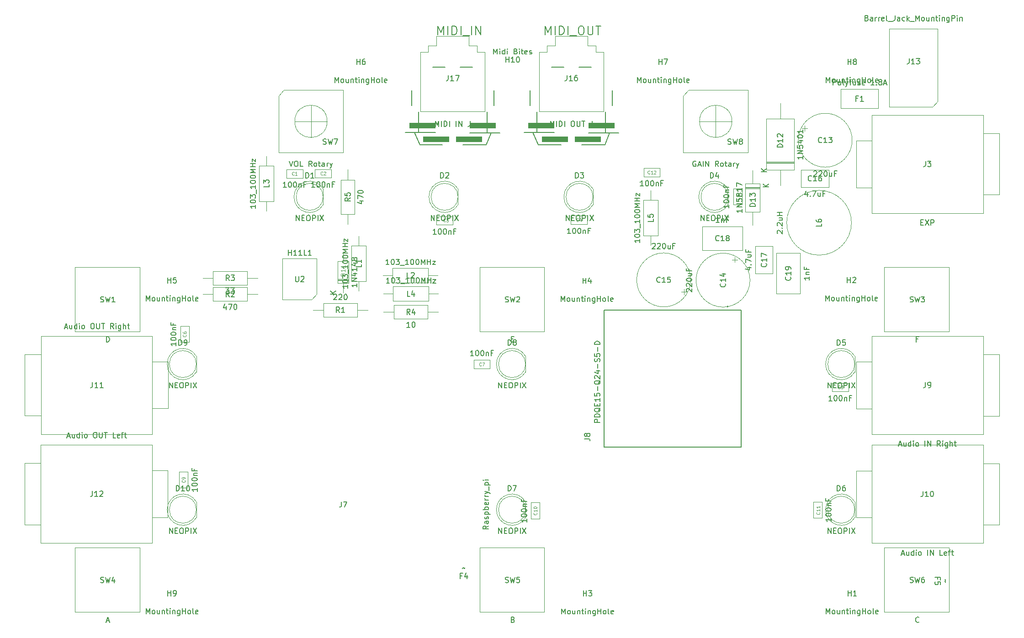
<source format=gbr>
%TF.GenerationSoftware,KiCad,Pcbnew,7.0.1.1-36-gbcf78dbe24-dirty-deb11*%
%TF.CreationDate,2023-04-24T19:27:53+00:00*%
%TF.ProjectId,pedalboard-hw,70656461-6c62-46f6-9172-642d68772e6b,2.0.0*%
%TF.SameCoordinates,Original*%
%TF.FileFunction,AssemblyDrawing,Top*%
%FSLAX46Y46*%
G04 Gerber Fmt 4.6, Leading zero omitted, Abs format (unit mm)*
G04 Created by KiCad (PCBNEW 7.0.1.1-36-gbcf78dbe24-dirty-deb11) date 2023-04-24 19:27:53*
%MOMM*%
%LPD*%
G01*
G04 APERTURE LIST*
%ADD10C,0.150000*%
%ADD11C,0.090000*%
%ADD12C,0.160020*%
%ADD13C,0.120000*%
%ADD14C,0.100000*%
%ADD15C,0.127000*%
%ADD16C,0.200000*%
%ADD17C,0.152400*%
G04 APERTURE END LIST*
D10*
%TO.C,H1*%
X163234285Y-125312619D02*
X163234285Y-124312619D01*
X163234285Y-124312619D02*
X163567618Y-125026904D01*
X163567618Y-125026904D02*
X163900951Y-124312619D01*
X163900951Y-124312619D02*
X163900951Y-125312619D01*
X164519999Y-125312619D02*
X164424761Y-125265000D01*
X164424761Y-125265000D02*
X164377142Y-125217380D01*
X164377142Y-125217380D02*
X164329523Y-125122142D01*
X164329523Y-125122142D02*
X164329523Y-124836428D01*
X164329523Y-124836428D02*
X164377142Y-124741190D01*
X164377142Y-124741190D02*
X164424761Y-124693571D01*
X164424761Y-124693571D02*
X164519999Y-124645952D01*
X164519999Y-124645952D02*
X164662856Y-124645952D01*
X164662856Y-124645952D02*
X164758094Y-124693571D01*
X164758094Y-124693571D02*
X164805713Y-124741190D01*
X164805713Y-124741190D02*
X164853332Y-124836428D01*
X164853332Y-124836428D02*
X164853332Y-125122142D01*
X164853332Y-125122142D02*
X164805713Y-125217380D01*
X164805713Y-125217380D02*
X164758094Y-125265000D01*
X164758094Y-125265000D02*
X164662856Y-125312619D01*
X164662856Y-125312619D02*
X164519999Y-125312619D01*
X165710475Y-124645952D02*
X165710475Y-125312619D01*
X165281904Y-124645952D02*
X165281904Y-125169761D01*
X165281904Y-125169761D02*
X165329523Y-125265000D01*
X165329523Y-125265000D02*
X165424761Y-125312619D01*
X165424761Y-125312619D02*
X165567618Y-125312619D01*
X165567618Y-125312619D02*
X165662856Y-125265000D01*
X165662856Y-125265000D02*
X165710475Y-125217380D01*
X166186666Y-124645952D02*
X166186666Y-125312619D01*
X166186666Y-124741190D02*
X166234285Y-124693571D01*
X166234285Y-124693571D02*
X166329523Y-124645952D01*
X166329523Y-124645952D02*
X166472380Y-124645952D01*
X166472380Y-124645952D02*
X166567618Y-124693571D01*
X166567618Y-124693571D02*
X166615237Y-124788809D01*
X166615237Y-124788809D02*
X166615237Y-125312619D01*
X166948571Y-124645952D02*
X167329523Y-124645952D01*
X167091428Y-124312619D02*
X167091428Y-125169761D01*
X167091428Y-125169761D02*
X167139047Y-125265000D01*
X167139047Y-125265000D02*
X167234285Y-125312619D01*
X167234285Y-125312619D02*
X167329523Y-125312619D01*
X167662857Y-125312619D02*
X167662857Y-124645952D01*
X167662857Y-124312619D02*
X167615238Y-124360238D01*
X167615238Y-124360238D02*
X167662857Y-124407857D01*
X167662857Y-124407857D02*
X167710476Y-124360238D01*
X167710476Y-124360238D02*
X167662857Y-124312619D01*
X167662857Y-124312619D02*
X167662857Y-124407857D01*
X168139047Y-124645952D02*
X168139047Y-125312619D01*
X168139047Y-124741190D02*
X168186666Y-124693571D01*
X168186666Y-124693571D02*
X168281904Y-124645952D01*
X168281904Y-124645952D02*
X168424761Y-124645952D01*
X168424761Y-124645952D02*
X168519999Y-124693571D01*
X168519999Y-124693571D02*
X168567618Y-124788809D01*
X168567618Y-124788809D02*
X168567618Y-125312619D01*
X169472380Y-124645952D02*
X169472380Y-125455476D01*
X169472380Y-125455476D02*
X169424761Y-125550714D01*
X169424761Y-125550714D02*
X169377142Y-125598333D01*
X169377142Y-125598333D02*
X169281904Y-125645952D01*
X169281904Y-125645952D02*
X169139047Y-125645952D01*
X169139047Y-125645952D02*
X169043809Y-125598333D01*
X169472380Y-125265000D02*
X169377142Y-125312619D01*
X169377142Y-125312619D02*
X169186666Y-125312619D01*
X169186666Y-125312619D02*
X169091428Y-125265000D01*
X169091428Y-125265000D02*
X169043809Y-125217380D01*
X169043809Y-125217380D02*
X168996190Y-125122142D01*
X168996190Y-125122142D02*
X168996190Y-124836428D01*
X168996190Y-124836428D02*
X169043809Y-124741190D01*
X169043809Y-124741190D02*
X169091428Y-124693571D01*
X169091428Y-124693571D02*
X169186666Y-124645952D01*
X169186666Y-124645952D02*
X169377142Y-124645952D01*
X169377142Y-124645952D02*
X169472380Y-124693571D01*
X169948571Y-125312619D02*
X169948571Y-124312619D01*
X169948571Y-124788809D02*
X170519999Y-124788809D01*
X170519999Y-125312619D02*
X170519999Y-124312619D01*
X171139047Y-125312619D02*
X171043809Y-125265000D01*
X171043809Y-125265000D02*
X170996190Y-125217380D01*
X170996190Y-125217380D02*
X170948571Y-125122142D01*
X170948571Y-125122142D02*
X170948571Y-124836428D01*
X170948571Y-124836428D02*
X170996190Y-124741190D01*
X170996190Y-124741190D02*
X171043809Y-124693571D01*
X171043809Y-124693571D02*
X171139047Y-124645952D01*
X171139047Y-124645952D02*
X171281904Y-124645952D01*
X171281904Y-124645952D02*
X171377142Y-124693571D01*
X171377142Y-124693571D02*
X171424761Y-124741190D01*
X171424761Y-124741190D02*
X171472380Y-124836428D01*
X171472380Y-124836428D02*
X171472380Y-125122142D01*
X171472380Y-125122142D02*
X171424761Y-125217380D01*
X171424761Y-125217380D02*
X171377142Y-125265000D01*
X171377142Y-125265000D02*
X171281904Y-125312619D01*
X171281904Y-125312619D02*
X171139047Y-125312619D01*
X172043809Y-125312619D02*
X171948571Y-125265000D01*
X171948571Y-125265000D02*
X171900952Y-125169761D01*
X171900952Y-125169761D02*
X171900952Y-124312619D01*
X172805714Y-125265000D02*
X172710476Y-125312619D01*
X172710476Y-125312619D02*
X172520000Y-125312619D01*
X172520000Y-125312619D02*
X172424762Y-125265000D01*
X172424762Y-125265000D02*
X172377143Y-125169761D01*
X172377143Y-125169761D02*
X172377143Y-124788809D01*
X172377143Y-124788809D02*
X172424762Y-124693571D01*
X172424762Y-124693571D02*
X172520000Y-124645952D01*
X172520000Y-124645952D02*
X172710476Y-124645952D01*
X172710476Y-124645952D02*
X172805714Y-124693571D01*
X172805714Y-124693571D02*
X172853333Y-124788809D01*
X172853333Y-124788809D02*
X172853333Y-124884047D01*
X172853333Y-124884047D02*
X172377143Y-124979285D01*
X167258095Y-121962619D02*
X167258095Y-120962619D01*
X167258095Y-121438809D02*
X167829523Y-121438809D01*
X167829523Y-121962619D02*
X167829523Y-120962619D01*
X168829523Y-121962619D02*
X168258095Y-121962619D01*
X168543809Y-121962619D02*
X168543809Y-120962619D01*
X168543809Y-120962619D02*
X168448571Y-121105476D01*
X168448571Y-121105476D02*
X168353333Y-121200714D01*
X168353333Y-121200714D02*
X168258095Y-121248333D01*
%TO.C,C5*%
X145212619Y-49497619D02*
X145212619Y-50069047D01*
X145212619Y-49783333D02*
X144212619Y-49783333D01*
X144212619Y-49783333D02*
X144355476Y-49878571D01*
X144355476Y-49878571D02*
X144450714Y-49973809D01*
X144450714Y-49973809D02*
X144498333Y-50069047D01*
X144212619Y-48878571D02*
X144212619Y-48783333D01*
X144212619Y-48783333D02*
X144260238Y-48688095D01*
X144260238Y-48688095D02*
X144307857Y-48640476D01*
X144307857Y-48640476D02*
X144403095Y-48592857D01*
X144403095Y-48592857D02*
X144593571Y-48545238D01*
X144593571Y-48545238D02*
X144831666Y-48545238D01*
X144831666Y-48545238D02*
X145022142Y-48592857D01*
X145022142Y-48592857D02*
X145117380Y-48640476D01*
X145117380Y-48640476D02*
X145165000Y-48688095D01*
X145165000Y-48688095D02*
X145212619Y-48783333D01*
X145212619Y-48783333D02*
X145212619Y-48878571D01*
X145212619Y-48878571D02*
X145165000Y-48973809D01*
X145165000Y-48973809D02*
X145117380Y-49021428D01*
X145117380Y-49021428D02*
X145022142Y-49069047D01*
X145022142Y-49069047D02*
X144831666Y-49116666D01*
X144831666Y-49116666D02*
X144593571Y-49116666D01*
X144593571Y-49116666D02*
X144403095Y-49069047D01*
X144403095Y-49069047D02*
X144307857Y-49021428D01*
X144307857Y-49021428D02*
X144260238Y-48973809D01*
X144260238Y-48973809D02*
X144212619Y-48878571D01*
X144212619Y-47926190D02*
X144212619Y-47830952D01*
X144212619Y-47830952D02*
X144260238Y-47735714D01*
X144260238Y-47735714D02*
X144307857Y-47688095D01*
X144307857Y-47688095D02*
X144403095Y-47640476D01*
X144403095Y-47640476D02*
X144593571Y-47592857D01*
X144593571Y-47592857D02*
X144831666Y-47592857D01*
X144831666Y-47592857D02*
X145022142Y-47640476D01*
X145022142Y-47640476D02*
X145117380Y-47688095D01*
X145117380Y-47688095D02*
X145165000Y-47735714D01*
X145165000Y-47735714D02*
X145212619Y-47830952D01*
X145212619Y-47830952D02*
X145212619Y-47926190D01*
X145212619Y-47926190D02*
X145165000Y-48021428D01*
X145165000Y-48021428D02*
X145117380Y-48069047D01*
X145117380Y-48069047D02*
X145022142Y-48116666D01*
X145022142Y-48116666D02*
X144831666Y-48164285D01*
X144831666Y-48164285D02*
X144593571Y-48164285D01*
X144593571Y-48164285D02*
X144403095Y-48116666D01*
X144403095Y-48116666D02*
X144307857Y-48069047D01*
X144307857Y-48069047D02*
X144260238Y-48021428D01*
X144260238Y-48021428D02*
X144212619Y-47926190D01*
X144545952Y-47164285D02*
X145212619Y-47164285D01*
X144641190Y-47164285D02*
X144593571Y-47116666D01*
X144593571Y-47116666D02*
X144545952Y-47021428D01*
X144545952Y-47021428D02*
X144545952Y-46878571D01*
X144545952Y-46878571D02*
X144593571Y-46783333D01*
X144593571Y-46783333D02*
X144688809Y-46735714D01*
X144688809Y-46735714D02*
X145212619Y-46735714D01*
X144688809Y-45926190D02*
X144688809Y-46259523D01*
X145212619Y-46259523D02*
X144212619Y-46259523D01*
X144212619Y-46259523D02*
X144212619Y-45783333D01*
D11*
X147120428Y-48149999D02*
X147149000Y-48178571D01*
X147149000Y-48178571D02*
X147177571Y-48264285D01*
X147177571Y-48264285D02*
X147177571Y-48321428D01*
X147177571Y-48321428D02*
X147149000Y-48407142D01*
X147149000Y-48407142D02*
X147091857Y-48464285D01*
X147091857Y-48464285D02*
X147034714Y-48492856D01*
X147034714Y-48492856D02*
X146920428Y-48521428D01*
X146920428Y-48521428D02*
X146834714Y-48521428D01*
X146834714Y-48521428D02*
X146720428Y-48492856D01*
X146720428Y-48492856D02*
X146663285Y-48464285D01*
X146663285Y-48464285D02*
X146606142Y-48407142D01*
X146606142Y-48407142D02*
X146577571Y-48321428D01*
X146577571Y-48321428D02*
X146577571Y-48264285D01*
X146577571Y-48264285D02*
X146606142Y-48178571D01*
X146606142Y-48178571D02*
X146634714Y-48149999D01*
X146577571Y-47607142D02*
X146577571Y-47892856D01*
X146577571Y-47892856D02*
X146863285Y-47921428D01*
X146863285Y-47921428D02*
X146834714Y-47892856D01*
X146834714Y-47892856D02*
X146806142Y-47835714D01*
X146806142Y-47835714D02*
X146806142Y-47692856D01*
X146806142Y-47692856D02*
X146834714Y-47635714D01*
X146834714Y-47635714D02*
X146863285Y-47607142D01*
X146863285Y-47607142D02*
X146920428Y-47578571D01*
X146920428Y-47578571D02*
X147063285Y-47578571D01*
X147063285Y-47578571D02*
X147120428Y-47607142D01*
X147120428Y-47607142D02*
X147149000Y-47635714D01*
X147149000Y-47635714D02*
X147177571Y-47692856D01*
X147177571Y-47692856D02*
X147177571Y-47835714D01*
X147177571Y-47835714D02*
X147149000Y-47892856D01*
X147149000Y-47892856D02*
X147120428Y-47921428D01*
D10*
%TO.C,J16*%
X112119048Y-34962619D02*
X112119048Y-33962619D01*
X112119048Y-33962619D02*
X112452381Y-34676904D01*
X112452381Y-34676904D02*
X112785714Y-33962619D01*
X112785714Y-33962619D02*
X112785714Y-34962619D01*
X113261905Y-34962619D02*
X113261905Y-33962619D01*
X113738095Y-34962619D02*
X113738095Y-33962619D01*
X113738095Y-33962619D02*
X113976190Y-33962619D01*
X113976190Y-33962619D02*
X114119047Y-34010238D01*
X114119047Y-34010238D02*
X114214285Y-34105476D01*
X114214285Y-34105476D02*
X114261904Y-34200714D01*
X114261904Y-34200714D02*
X114309523Y-34391190D01*
X114309523Y-34391190D02*
X114309523Y-34534047D01*
X114309523Y-34534047D02*
X114261904Y-34724523D01*
X114261904Y-34724523D02*
X114214285Y-34819761D01*
X114214285Y-34819761D02*
X114119047Y-34915000D01*
X114119047Y-34915000D02*
X113976190Y-34962619D01*
X113976190Y-34962619D02*
X113738095Y-34962619D01*
X114738095Y-34962619D02*
X114738095Y-33962619D01*
X116166666Y-33962619D02*
X116357142Y-33962619D01*
X116357142Y-33962619D02*
X116452380Y-34010238D01*
X116452380Y-34010238D02*
X116547618Y-34105476D01*
X116547618Y-34105476D02*
X116595237Y-34295952D01*
X116595237Y-34295952D02*
X116595237Y-34629285D01*
X116595237Y-34629285D02*
X116547618Y-34819761D01*
X116547618Y-34819761D02*
X116452380Y-34915000D01*
X116452380Y-34915000D02*
X116357142Y-34962619D01*
X116357142Y-34962619D02*
X116166666Y-34962619D01*
X116166666Y-34962619D02*
X116071428Y-34915000D01*
X116071428Y-34915000D02*
X115976190Y-34819761D01*
X115976190Y-34819761D02*
X115928571Y-34629285D01*
X115928571Y-34629285D02*
X115928571Y-34295952D01*
X115928571Y-34295952D02*
X115976190Y-34105476D01*
X115976190Y-34105476D02*
X116071428Y-34010238D01*
X116071428Y-34010238D02*
X116166666Y-33962619D01*
X117023809Y-33962619D02*
X117023809Y-34772142D01*
X117023809Y-34772142D02*
X117071428Y-34867380D01*
X117071428Y-34867380D02*
X117119047Y-34915000D01*
X117119047Y-34915000D02*
X117214285Y-34962619D01*
X117214285Y-34962619D02*
X117404761Y-34962619D01*
X117404761Y-34962619D02*
X117499999Y-34915000D01*
X117499999Y-34915000D02*
X117547618Y-34867380D01*
X117547618Y-34867380D02*
X117595237Y-34772142D01*
X117595237Y-34772142D02*
X117595237Y-33962619D01*
X117928571Y-33962619D02*
X118499999Y-33962619D01*
X118214285Y-34962619D02*
X118214285Y-33962619D01*
X119880952Y-33962619D02*
X119880952Y-34676904D01*
X119880952Y-34676904D02*
X119833333Y-34819761D01*
X119833333Y-34819761D02*
X119738095Y-34915000D01*
X119738095Y-34915000D02*
X119595238Y-34962619D01*
X119595238Y-34962619D02*
X119500000Y-34962619D01*
X115190476Y-25462619D02*
X115190476Y-26176904D01*
X115190476Y-26176904D02*
X115142857Y-26319761D01*
X115142857Y-26319761D02*
X115047619Y-26415000D01*
X115047619Y-26415000D02*
X114904762Y-26462619D01*
X114904762Y-26462619D02*
X114809524Y-26462619D01*
X116190476Y-26462619D02*
X115619048Y-26462619D01*
X115904762Y-26462619D02*
X115904762Y-25462619D01*
X115904762Y-25462619D02*
X115809524Y-25605476D01*
X115809524Y-25605476D02*
X115714286Y-25700714D01*
X115714286Y-25700714D02*
X115619048Y-25748333D01*
X117047619Y-25462619D02*
X116857143Y-25462619D01*
X116857143Y-25462619D02*
X116761905Y-25510238D01*
X116761905Y-25510238D02*
X116714286Y-25557857D01*
X116714286Y-25557857D02*
X116619048Y-25700714D01*
X116619048Y-25700714D02*
X116571429Y-25891190D01*
X116571429Y-25891190D02*
X116571429Y-26272142D01*
X116571429Y-26272142D02*
X116619048Y-26367380D01*
X116619048Y-26367380D02*
X116666667Y-26415000D01*
X116666667Y-26415000D02*
X116761905Y-26462619D01*
X116761905Y-26462619D02*
X116952381Y-26462619D01*
X116952381Y-26462619D02*
X117047619Y-26415000D01*
X117047619Y-26415000D02*
X117095238Y-26367380D01*
X117095238Y-26367380D02*
X117142857Y-26272142D01*
X117142857Y-26272142D02*
X117142857Y-26034047D01*
X117142857Y-26034047D02*
X117095238Y-25938809D01*
X117095238Y-25938809D02*
X117047619Y-25891190D01*
X117047619Y-25891190D02*
X116952381Y-25843571D01*
X116952381Y-25843571D02*
X116761905Y-25843571D01*
X116761905Y-25843571D02*
X116666667Y-25891190D01*
X116666667Y-25891190D02*
X116619048Y-25938809D01*
X116619048Y-25938809D02*
X116571429Y-26034047D01*
%TO.C,H7*%
X128214285Y-26812619D02*
X128214285Y-25812619D01*
X128214285Y-25812619D02*
X128547618Y-26526904D01*
X128547618Y-26526904D02*
X128880951Y-25812619D01*
X128880951Y-25812619D02*
X128880951Y-26812619D01*
X129499999Y-26812619D02*
X129404761Y-26765000D01*
X129404761Y-26765000D02*
X129357142Y-26717380D01*
X129357142Y-26717380D02*
X129309523Y-26622142D01*
X129309523Y-26622142D02*
X129309523Y-26336428D01*
X129309523Y-26336428D02*
X129357142Y-26241190D01*
X129357142Y-26241190D02*
X129404761Y-26193571D01*
X129404761Y-26193571D02*
X129499999Y-26145952D01*
X129499999Y-26145952D02*
X129642856Y-26145952D01*
X129642856Y-26145952D02*
X129738094Y-26193571D01*
X129738094Y-26193571D02*
X129785713Y-26241190D01*
X129785713Y-26241190D02*
X129833332Y-26336428D01*
X129833332Y-26336428D02*
X129833332Y-26622142D01*
X129833332Y-26622142D02*
X129785713Y-26717380D01*
X129785713Y-26717380D02*
X129738094Y-26765000D01*
X129738094Y-26765000D02*
X129642856Y-26812619D01*
X129642856Y-26812619D02*
X129499999Y-26812619D01*
X130690475Y-26145952D02*
X130690475Y-26812619D01*
X130261904Y-26145952D02*
X130261904Y-26669761D01*
X130261904Y-26669761D02*
X130309523Y-26765000D01*
X130309523Y-26765000D02*
X130404761Y-26812619D01*
X130404761Y-26812619D02*
X130547618Y-26812619D01*
X130547618Y-26812619D02*
X130642856Y-26765000D01*
X130642856Y-26765000D02*
X130690475Y-26717380D01*
X131166666Y-26145952D02*
X131166666Y-26812619D01*
X131166666Y-26241190D02*
X131214285Y-26193571D01*
X131214285Y-26193571D02*
X131309523Y-26145952D01*
X131309523Y-26145952D02*
X131452380Y-26145952D01*
X131452380Y-26145952D02*
X131547618Y-26193571D01*
X131547618Y-26193571D02*
X131595237Y-26288809D01*
X131595237Y-26288809D02*
X131595237Y-26812619D01*
X131928571Y-26145952D02*
X132309523Y-26145952D01*
X132071428Y-25812619D02*
X132071428Y-26669761D01*
X132071428Y-26669761D02*
X132119047Y-26765000D01*
X132119047Y-26765000D02*
X132214285Y-26812619D01*
X132214285Y-26812619D02*
X132309523Y-26812619D01*
X132642857Y-26812619D02*
X132642857Y-26145952D01*
X132642857Y-25812619D02*
X132595238Y-25860238D01*
X132595238Y-25860238D02*
X132642857Y-25907857D01*
X132642857Y-25907857D02*
X132690476Y-25860238D01*
X132690476Y-25860238D02*
X132642857Y-25812619D01*
X132642857Y-25812619D02*
X132642857Y-25907857D01*
X133119047Y-26145952D02*
X133119047Y-26812619D01*
X133119047Y-26241190D02*
X133166666Y-26193571D01*
X133166666Y-26193571D02*
X133261904Y-26145952D01*
X133261904Y-26145952D02*
X133404761Y-26145952D01*
X133404761Y-26145952D02*
X133499999Y-26193571D01*
X133499999Y-26193571D02*
X133547618Y-26288809D01*
X133547618Y-26288809D02*
X133547618Y-26812619D01*
X134452380Y-26145952D02*
X134452380Y-26955476D01*
X134452380Y-26955476D02*
X134404761Y-27050714D01*
X134404761Y-27050714D02*
X134357142Y-27098333D01*
X134357142Y-27098333D02*
X134261904Y-27145952D01*
X134261904Y-27145952D02*
X134119047Y-27145952D01*
X134119047Y-27145952D02*
X134023809Y-27098333D01*
X134452380Y-26765000D02*
X134357142Y-26812619D01*
X134357142Y-26812619D02*
X134166666Y-26812619D01*
X134166666Y-26812619D02*
X134071428Y-26765000D01*
X134071428Y-26765000D02*
X134023809Y-26717380D01*
X134023809Y-26717380D02*
X133976190Y-26622142D01*
X133976190Y-26622142D02*
X133976190Y-26336428D01*
X133976190Y-26336428D02*
X134023809Y-26241190D01*
X134023809Y-26241190D02*
X134071428Y-26193571D01*
X134071428Y-26193571D02*
X134166666Y-26145952D01*
X134166666Y-26145952D02*
X134357142Y-26145952D01*
X134357142Y-26145952D02*
X134452380Y-26193571D01*
X134928571Y-26812619D02*
X134928571Y-25812619D01*
X134928571Y-26288809D02*
X135499999Y-26288809D01*
X135499999Y-26812619D02*
X135499999Y-25812619D01*
X136119047Y-26812619D02*
X136023809Y-26765000D01*
X136023809Y-26765000D02*
X135976190Y-26717380D01*
X135976190Y-26717380D02*
X135928571Y-26622142D01*
X135928571Y-26622142D02*
X135928571Y-26336428D01*
X135928571Y-26336428D02*
X135976190Y-26241190D01*
X135976190Y-26241190D02*
X136023809Y-26193571D01*
X136023809Y-26193571D02*
X136119047Y-26145952D01*
X136119047Y-26145952D02*
X136261904Y-26145952D01*
X136261904Y-26145952D02*
X136357142Y-26193571D01*
X136357142Y-26193571D02*
X136404761Y-26241190D01*
X136404761Y-26241190D02*
X136452380Y-26336428D01*
X136452380Y-26336428D02*
X136452380Y-26622142D01*
X136452380Y-26622142D02*
X136404761Y-26717380D01*
X136404761Y-26717380D02*
X136357142Y-26765000D01*
X136357142Y-26765000D02*
X136261904Y-26812619D01*
X136261904Y-26812619D02*
X136119047Y-26812619D01*
X137023809Y-26812619D02*
X136928571Y-26765000D01*
X136928571Y-26765000D02*
X136880952Y-26669761D01*
X136880952Y-26669761D02*
X136880952Y-25812619D01*
X137785714Y-26765000D02*
X137690476Y-26812619D01*
X137690476Y-26812619D02*
X137500000Y-26812619D01*
X137500000Y-26812619D02*
X137404762Y-26765000D01*
X137404762Y-26765000D02*
X137357143Y-26669761D01*
X137357143Y-26669761D02*
X137357143Y-26288809D01*
X137357143Y-26288809D02*
X137404762Y-26193571D01*
X137404762Y-26193571D02*
X137500000Y-26145952D01*
X137500000Y-26145952D02*
X137690476Y-26145952D01*
X137690476Y-26145952D02*
X137785714Y-26193571D01*
X137785714Y-26193571D02*
X137833333Y-26288809D01*
X137833333Y-26288809D02*
X137833333Y-26384047D01*
X137833333Y-26384047D02*
X137357143Y-26479285D01*
X132238095Y-23462619D02*
X132238095Y-22462619D01*
X132238095Y-22938809D02*
X132809523Y-22938809D01*
X132809523Y-23462619D02*
X132809523Y-22462619D01*
X133190476Y-22462619D02*
X133857142Y-22462619D01*
X133857142Y-22462619D02*
X133428571Y-23462619D01*
%TO.C,J12*%
X22621428Y-92376904D02*
X23097618Y-92376904D01*
X22526190Y-92662619D02*
X22859523Y-91662619D01*
X22859523Y-91662619D02*
X23192856Y-92662619D01*
X23954761Y-91995952D02*
X23954761Y-92662619D01*
X23526190Y-91995952D02*
X23526190Y-92519761D01*
X23526190Y-92519761D02*
X23573809Y-92615000D01*
X23573809Y-92615000D02*
X23669047Y-92662619D01*
X23669047Y-92662619D02*
X23811904Y-92662619D01*
X23811904Y-92662619D02*
X23907142Y-92615000D01*
X23907142Y-92615000D02*
X23954761Y-92567380D01*
X24859523Y-92662619D02*
X24859523Y-91662619D01*
X24859523Y-92615000D02*
X24764285Y-92662619D01*
X24764285Y-92662619D02*
X24573809Y-92662619D01*
X24573809Y-92662619D02*
X24478571Y-92615000D01*
X24478571Y-92615000D02*
X24430952Y-92567380D01*
X24430952Y-92567380D02*
X24383333Y-92472142D01*
X24383333Y-92472142D02*
X24383333Y-92186428D01*
X24383333Y-92186428D02*
X24430952Y-92091190D01*
X24430952Y-92091190D02*
X24478571Y-92043571D01*
X24478571Y-92043571D02*
X24573809Y-91995952D01*
X24573809Y-91995952D02*
X24764285Y-91995952D01*
X24764285Y-91995952D02*
X24859523Y-92043571D01*
X25335714Y-92662619D02*
X25335714Y-91995952D01*
X25335714Y-91662619D02*
X25288095Y-91710238D01*
X25288095Y-91710238D02*
X25335714Y-91757857D01*
X25335714Y-91757857D02*
X25383333Y-91710238D01*
X25383333Y-91710238D02*
X25335714Y-91662619D01*
X25335714Y-91662619D02*
X25335714Y-91757857D01*
X25954761Y-92662619D02*
X25859523Y-92615000D01*
X25859523Y-92615000D02*
X25811904Y-92567380D01*
X25811904Y-92567380D02*
X25764285Y-92472142D01*
X25764285Y-92472142D02*
X25764285Y-92186428D01*
X25764285Y-92186428D02*
X25811904Y-92091190D01*
X25811904Y-92091190D02*
X25859523Y-92043571D01*
X25859523Y-92043571D02*
X25954761Y-91995952D01*
X25954761Y-91995952D02*
X26097618Y-91995952D01*
X26097618Y-91995952D02*
X26192856Y-92043571D01*
X26192856Y-92043571D02*
X26240475Y-92091190D01*
X26240475Y-92091190D02*
X26288094Y-92186428D01*
X26288094Y-92186428D02*
X26288094Y-92472142D01*
X26288094Y-92472142D02*
X26240475Y-92567380D01*
X26240475Y-92567380D02*
X26192856Y-92615000D01*
X26192856Y-92615000D02*
X26097618Y-92662619D01*
X26097618Y-92662619D02*
X25954761Y-92662619D01*
X27669047Y-91662619D02*
X27859523Y-91662619D01*
X27859523Y-91662619D02*
X27954761Y-91710238D01*
X27954761Y-91710238D02*
X28049999Y-91805476D01*
X28049999Y-91805476D02*
X28097618Y-91995952D01*
X28097618Y-91995952D02*
X28097618Y-92329285D01*
X28097618Y-92329285D02*
X28049999Y-92519761D01*
X28049999Y-92519761D02*
X27954761Y-92615000D01*
X27954761Y-92615000D02*
X27859523Y-92662619D01*
X27859523Y-92662619D02*
X27669047Y-92662619D01*
X27669047Y-92662619D02*
X27573809Y-92615000D01*
X27573809Y-92615000D02*
X27478571Y-92519761D01*
X27478571Y-92519761D02*
X27430952Y-92329285D01*
X27430952Y-92329285D02*
X27430952Y-91995952D01*
X27430952Y-91995952D02*
X27478571Y-91805476D01*
X27478571Y-91805476D02*
X27573809Y-91710238D01*
X27573809Y-91710238D02*
X27669047Y-91662619D01*
X28526190Y-91662619D02*
X28526190Y-92472142D01*
X28526190Y-92472142D02*
X28573809Y-92567380D01*
X28573809Y-92567380D02*
X28621428Y-92615000D01*
X28621428Y-92615000D02*
X28716666Y-92662619D01*
X28716666Y-92662619D02*
X28907142Y-92662619D01*
X28907142Y-92662619D02*
X29002380Y-92615000D01*
X29002380Y-92615000D02*
X29049999Y-92567380D01*
X29049999Y-92567380D02*
X29097618Y-92472142D01*
X29097618Y-92472142D02*
X29097618Y-91662619D01*
X29430952Y-91662619D02*
X30002380Y-91662619D01*
X29716666Y-92662619D02*
X29716666Y-91662619D01*
X31573809Y-92662619D02*
X31097619Y-92662619D01*
X31097619Y-92662619D02*
X31097619Y-91662619D01*
X32288095Y-92615000D02*
X32192857Y-92662619D01*
X32192857Y-92662619D02*
X32002381Y-92662619D01*
X32002381Y-92662619D02*
X31907143Y-92615000D01*
X31907143Y-92615000D02*
X31859524Y-92519761D01*
X31859524Y-92519761D02*
X31859524Y-92138809D01*
X31859524Y-92138809D02*
X31907143Y-92043571D01*
X31907143Y-92043571D02*
X32002381Y-91995952D01*
X32002381Y-91995952D02*
X32192857Y-91995952D01*
X32192857Y-91995952D02*
X32288095Y-92043571D01*
X32288095Y-92043571D02*
X32335714Y-92138809D01*
X32335714Y-92138809D02*
X32335714Y-92234047D01*
X32335714Y-92234047D02*
X31859524Y-92329285D01*
X32621429Y-91995952D02*
X33002381Y-91995952D01*
X32764286Y-92662619D02*
X32764286Y-91805476D01*
X32764286Y-91805476D02*
X32811905Y-91710238D01*
X32811905Y-91710238D02*
X32907143Y-91662619D01*
X32907143Y-91662619D02*
X33002381Y-91662619D01*
X33192858Y-91995952D02*
X33573810Y-91995952D01*
X33335715Y-91662619D02*
X33335715Y-92519761D01*
X33335715Y-92519761D02*
X33383334Y-92615000D01*
X33383334Y-92615000D02*
X33478572Y-92662619D01*
X33478572Y-92662619D02*
X33573810Y-92662619D01*
X27240476Y-102547619D02*
X27240476Y-103261904D01*
X27240476Y-103261904D02*
X27192857Y-103404761D01*
X27192857Y-103404761D02*
X27097619Y-103500000D01*
X27097619Y-103500000D02*
X26954762Y-103547619D01*
X26954762Y-103547619D02*
X26859524Y-103547619D01*
X28240476Y-103547619D02*
X27669048Y-103547619D01*
X27954762Y-103547619D02*
X27954762Y-102547619D01*
X27954762Y-102547619D02*
X27859524Y-102690476D01*
X27859524Y-102690476D02*
X27764286Y-102785714D01*
X27764286Y-102785714D02*
X27669048Y-102833333D01*
X28621429Y-102642857D02*
X28669048Y-102595238D01*
X28669048Y-102595238D02*
X28764286Y-102547619D01*
X28764286Y-102547619D02*
X29002381Y-102547619D01*
X29002381Y-102547619D02*
X29097619Y-102595238D01*
X29097619Y-102595238D02*
X29145238Y-102642857D01*
X29145238Y-102642857D02*
X29192857Y-102738095D01*
X29192857Y-102738095D02*
X29192857Y-102833333D01*
X29192857Y-102833333D02*
X29145238Y-102976190D01*
X29145238Y-102976190D02*
X28573810Y-103547619D01*
X28573810Y-103547619D02*
X29192857Y-103547619D01*
%TO.C,C16*%
X159732838Y-47245952D02*
X159732838Y-47912619D01*
X159494743Y-46865000D02*
X159256648Y-47579285D01*
X159256648Y-47579285D02*
X159875695Y-47579285D01*
X160256648Y-47817380D02*
X160304267Y-47865000D01*
X160304267Y-47865000D02*
X160256648Y-47912619D01*
X160256648Y-47912619D02*
X160209029Y-47865000D01*
X160209029Y-47865000D02*
X160256648Y-47817380D01*
X160256648Y-47817380D02*
X160256648Y-47912619D01*
X160637600Y-46912619D02*
X161304266Y-46912619D01*
X161304266Y-46912619D02*
X160875695Y-47912619D01*
X162113790Y-47245952D02*
X162113790Y-47912619D01*
X161685219Y-47245952D02*
X161685219Y-47769761D01*
X161685219Y-47769761D02*
X161732838Y-47865000D01*
X161732838Y-47865000D02*
X161828076Y-47912619D01*
X161828076Y-47912619D02*
X161970933Y-47912619D01*
X161970933Y-47912619D02*
X162066171Y-47865000D01*
X162066171Y-47865000D02*
X162113790Y-47817380D01*
X162923314Y-47388809D02*
X162589981Y-47388809D01*
X162589981Y-47912619D02*
X162589981Y-46912619D01*
X162589981Y-46912619D02*
X163066171Y-46912619D01*
X160494742Y-44967380D02*
X160447123Y-45015000D01*
X160447123Y-45015000D02*
X160304266Y-45062619D01*
X160304266Y-45062619D02*
X160209028Y-45062619D01*
X160209028Y-45062619D02*
X160066171Y-45015000D01*
X160066171Y-45015000D02*
X159970933Y-44919761D01*
X159970933Y-44919761D02*
X159923314Y-44824523D01*
X159923314Y-44824523D02*
X159875695Y-44634047D01*
X159875695Y-44634047D02*
X159875695Y-44491190D01*
X159875695Y-44491190D02*
X159923314Y-44300714D01*
X159923314Y-44300714D02*
X159970933Y-44205476D01*
X159970933Y-44205476D02*
X160066171Y-44110238D01*
X160066171Y-44110238D02*
X160209028Y-44062619D01*
X160209028Y-44062619D02*
X160304266Y-44062619D01*
X160304266Y-44062619D02*
X160447123Y-44110238D01*
X160447123Y-44110238D02*
X160494742Y-44157857D01*
X161447123Y-45062619D02*
X160875695Y-45062619D01*
X161161409Y-45062619D02*
X161161409Y-44062619D01*
X161161409Y-44062619D02*
X161066171Y-44205476D01*
X161066171Y-44205476D02*
X160970933Y-44300714D01*
X160970933Y-44300714D02*
X160875695Y-44348333D01*
X162304266Y-44062619D02*
X162113790Y-44062619D01*
X162113790Y-44062619D02*
X162018552Y-44110238D01*
X162018552Y-44110238D02*
X161970933Y-44157857D01*
X161970933Y-44157857D02*
X161875695Y-44300714D01*
X161875695Y-44300714D02*
X161828076Y-44491190D01*
X161828076Y-44491190D02*
X161828076Y-44872142D01*
X161828076Y-44872142D02*
X161875695Y-44967380D01*
X161875695Y-44967380D02*
X161923314Y-45015000D01*
X161923314Y-45015000D02*
X162018552Y-45062619D01*
X162018552Y-45062619D02*
X162209028Y-45062619D01*
X162209028Y-45062619D02*
X162304266Y-45015000D01*
X162304266Y-45015000D02*
X162351885Y-44967380D01*
X162351885Y-44967380D02*
X162399504Y-44872142D01*
X162399504Y-44872142D02*
X162399504Y-44634047D01*
X162399504Y-44634047D02*
X162351885Y-44538809D01*
X162351885Y-44538809D02*
X162304266Y-44491190D01*
X162304266Y-44491190D02*
X162209028Y-44443571D01*
X162209028Y-44443571D02*
X162018552Y-44443571D01*
X162018552Y-44443571D02*
X161923314Y-44491190D01*
X161923314Y-44491190D02*
X161875695Y-44538809D01*
X161875695Y-44538809D02*
X161828076Y-44634047D01*
%TO.C,J13*%
X170733332Y-14838809D02*
X170876189Y-14886428D01*
X170876189Y-14886428D02*
X170923808Y-14934047D01*
X170923808Y-14934047D02*
X170971427Y-15029285D01*
X170971427Y-15029285D02*
X170971427Y-15172142D01*
X170971427Y-15172142D02*
X170923808Y-15267380D01*
X170923808Y-15267380D02*
X170876189Y-15315000D01*
X170876189Y-15315000D02*
X170780951Y-15362619D01*
X170780951Y-15362619D02*
X170399999Y-15362619D01*
X170399999Y-15362619D02*
X170399999Y-14362619D01*
X170399999Y-14362619D02*
X170733332Y-14362619D01*
X170733332Y-14362619D02*
X170828570Y-14410238D01*
X170828570Y-14410238D02*
X170876189Y-14457857D01*
X170876189Y-14457857D02*
X170923808Y-14553095D01*
X170923808Y-14553095D02*
X170923808Y-14648333D01*
X170923808Y-14648333D02*
X170876189Y-14743571D01*
X170876189Y-14743571D02*
X170828570Y-14791190D01*
X170828570Y-14791190D02*
X170733332Y-14838809D01*
X170733332Y-14838809D02*
X170399999Y-14838809D01*
X171828570Y-15362619D02*
X171828570Y-14838809D01*
X171828570Y-14838809D02*
X171780951Y-14743571D01*
X171780951Y-14743571D02*
X171685713Y-14695952D01*
X171685713Y-14695952D02*
X171495237Y-14695952D01*
X171495237Y-14695952D02*
X171399999Y-14743571D01*
X171828570Y-15315000D02*
X171733332Y-15362619D01*
X171733332Y-15362619D02*
X171495237Y-15362619D01*
X171495237Y-15362619D02*
X171399999Y-15315000D01*
X171399999Y-15315000D02*
X171352380Y-15219761D01*
X171352380Y-15219761D02*
X171352380Y-15124523D01*
X171352380Y-15124523D02*
X171399999Y-15029285D01*
X171399999Y-15029285D02*
X171495237Y-14981666D01*
X171495237Y-14981666D02*
X171733332Y-14981666D01*
X171733332Y-14981666D02*
X171828570Y-14934047D01*
X172304761Y-15362619D02*
X172304761Y-14695952D01*
X172304761Y-14886428D02*
X172352380Y-14791190D01*
X172352380Y-14791190D02*
X172399999Y-14743571D01*
X172399999Y-14743571D02*
X172495237Y-14695952D01*
X172495237Y-14695952D02*
X172590475Y-14695952D01*
X172923809Y-15362619D02*
X172923809Y-14695952D01*
X172923809Y-14886428D02*
X172971428Y-14791190D01*
X172971428Y-14791190D02*
X173019047Y-14743571D01*
X173019047Y-14743571D02*
X173114285Y-14695952D01*
X173114285Y-14695952D02*
X173209523Y-14695952D01*
X173923809Y-15315000D02*
X173828571Y-15362619D01*
X173828571Y-15362619D02*
X173638095Y-15362619D01*
X173638095Y-15362619D02*
X173542857Y-15315000D01*
X173542857Y-15315000D02*
X173495238Y-15219761D01*
X173495238Y-15219761D02*
X173495238Y-14838809D01*
X173495238Y-14838809D02*
X173542857Y-14743571D01*
X173542857Y-14743571D02*
X173638095Y-14695952D01*
X173638095Y-14695952D02*
X173828571Y-14695952D01*
X173828571Y-14695952D02*
X173923809Y-14743571D01*
X173923809Y-14743571D02*
X173971428Y-14838809D01*
X173971428Y-14838809D02*
X173971428Y-14934047D01*
X173971428Y-14934047D02*
X173495238Y-15029285D01*
X174542857Y-15362619D02*
X174447619Y-15315000D01*
X174447619Y-15315000D02*
X174400000Y-15219761D01*
X174400000Y-15219761D02*
X174400000Y-14362619D01*
X174685715Y-15457857D02*
X175447619Y-15457857D01*
X175971429Y-14362619D02*
X175971429Y-15076904D01*
X175971429Y-15076904D02*
X175923810Y-15219761D01*
X175923810Y-15219761D02*
X175828572Y-15315000D01*
X175828572Y-15315000D02*
X175685715Y-15362619D01*
X175685715Y-15362619D02*
X175590477Y-15362619D01*
X176876191Y-15362619D02*
X176876191Y-14838809D01*
X176876191Y-14838809D02*
X176828572Y-14743571D01*
X176828572Y-14743571D02*
X176733334Y-14695952D01*
X176733334Y-14695952D02*
X176542858Y-14695952D01*
X176542858Y-14695952D02*
X176447620Y-14743571D01*
X176876191Y-15315000D02*
X176780953Y-15362619D01*
X176780953Y-15362619D02*
X176542858Y-15362619D01*
X176542858Y-15362619D02*
X176447620Y-15315000D01*
X176447620Y-15315000D02*
X176400001Y-15219761D01*
X176400001Y-15219761D02*
X176400001Y-15124523D01*
X176400001Y-15124523D02*
X176447620Y-15029285D01*
X176447620Y-15029285D02*
X176542858Y-14981666D01*
X176542858Y-14981666D02*
X176780953Y-14981666D01*
X176780953Y-14981666D02*
X176876191Y-14934047D01*
X177780953Y-15315000D02*
X177685715Y-15362619D01*
X177685715Y-15362619D02*
X177495239Y-15362619D01*
X177495239Y-15362619D02*
X177400001Y-15315000D01*
X177400001Y-15315000D02*
X177352382Y-15267380D01*
X177352382Y-15267380D02*
X177304763Y-15172142D01*
X177304763Y-15172142D02*
X177304763Y-14886428D01*
X177304763Y-14886428D02*
X177352382Y-14791190D01*
X177352382Y-14791190D02*
X177400001Y-14743571D01*
X177400001Y-14743571D02*
X177495239Y-14695952D01*
X177495239Y-14695952D02*
X177685715Y-14695952D01*
X177685715Y-14695952D02*
X177780953Y-14743571D01*
X178209525Y-15362619D02*
X178209525Y-14362619D01*
X178304763Y-14981666D02*
X178590477Y-15362619D01*
X178590477Y-14695952D02*
X178209525Y-15076904D01*
X178780954Y-15457857D02*
X179542858Y-15457857D01*
X179780954Y-15362619D02*
X179780954Y-14362619D01*
X179780954Y-14362619D02*
X180114287Y-15076904D01*
X180114287Y-15076904D02*
X180447620Y-14362619D01*
X180447620Y-14362619D02*
X180447620Y-15362619D01*
X181066668Y-15362619D02*
X180971430Y-15315000D01*
X180971430Y-15315000D02*
X180923811Y-15267380D01*
X180923811Y-15267380D02*
X180876192Y-15172142D01*
X180876192Y-15172142D02*
X180876192Y-14886428D01*
X180876192Y-14886428D02*
X180923811Y-14791190D01*
X180923811Y-14791190D02*
X180971430Y-14743571D01*
X180971430Y-14743571D02*
X181066668Y-14695952D01*
X181066668Y-14695952D02*
X181209525Y-14695952D01*
X181209525Y-14695952D02*
X181304763Y-14743571D01*
X181304763Y-14743571D02*
X181352382Y-14791190D01*
X181352382Y-14791190D02*
X181400001Y-14886428D01*
X181400001Y-14886428D02*
X181400001Y-15172142D01*
X181400001Y-15172142D02*
X181352382Y-15267380D01*
X181352382Y-15267380D02*
X181304763Y-15315000D01*
X181304763Y-15315000D02*
X181209525Y-15362619D01*
X181209525Y-15362619D02*
X181066668Y-15362619D01*
X182257144Y-14695952D02*
X182257144Y-15362619D01*
X181828573Y-14695952D02*
X181828573Y-15219761D01*
X181828573Y-15219761D02*
X181876192Y-15315000D01*
X181876192Y-15315000D02*
X181971430Y-15362619D01*
X181971430Y-15362619D02*
X182114287Y-15362619D01*
X182114287Y-15362619D02*
X182209525Y-15315000D01*
X182209525Y-15315000D02*
X182257144Y-15267380D01*
X182733335Y-14695952D02*
X182733335Y-15362619D01*
X182733335Y-14791190D02*
X182780954Y-14743571D01*
X182780954Y-14743571D02*
X182876192Y-14695952D01*
X182876192Y-14695952D02*
X183019049Y-14695952D01*
X183019049Y-14695952D02*
X183114287Y-14743571D01*
X183114287Y-14743571D02*
X183161906Y-14838809D01*
X183161906Y-14838809D02*
X183161906Y-15362619D01*
X183495240Y-14695952D02*
X183876192Y-14695952D01*
X183638097Y-14362619D02*
X183638097Y-15219761D01*
X183638097Y-15219761D02*
X183685716Y-15315000D01*
X183685716Y-15315000D02*
X183780954Y-15362619D01*
X183780954Y-15362619D02*
X183876192Y-15362619D01*
X184209526Y-15362619D02*
X184209526Y-14695952D01*
X184209526Y-14362619D02*
X184161907Y-14410238D01*
X184161907Y-14410238D02*
X184209526Y-14457857D01*
X184209526Y-14457857D02*
X184257145Y-14410238D01*
X184257145Y-14410238D02*
X184209526Y-14362619D01*
X184209526Y-14362619D02*
X184209526Y-14457857D01*
X184685716Y-14695952D02*
X184685716Y-15362619D01*
X184685716Y-14791190D02*
X184733335Y-14743571D01*
X184733335Y-14743571D02*
X184828573Y-14695952D01*
X184828573Y-14695952D02*
X184971430Y-14695952D01*
X184971430Y-14695952D02*
X185066668Y-14743571D01*
X185066668Y-14743571D02*
X185114287Y-14838809D01*
X185114287Y-14838809D02*
X185114287Y-15362619D01*
X186019049Y-14695952D02*
X186019049Y-15505476D01*
X186019049Y-15505476D02*
X185971430Y-15600714D01*
X185971430Y-15600714D02*
X185923811Y-15648333D01*
X185923811Y-15648333D02*
X185828573Y-15695952D01*
X185828573Y-15695952D02*
X185685716Y-15695952D01*
X185685716Y-15695952D02*
X185590478Y-15648333D01*
X186019049Y-15315000D02*
X185923811Y-15362619D01*
X185923811Y-15362619D02*
X185733335Y-15362619D01*
X185733335Y-15362619D02*
X185638097Y-15315000D01*
X185638097Y-15315000D02*
X185590478Y-15267380D01*
X185590478Y-15267380D02*
X185542859Y-15172142D01*
X185542859Y-15172142D02*
X185542859Y-14886428D01*
X185542859Y-14886428D02*
X185590478Y-14791190D01*
X185590478Y-14791190D02*
X185638097Y-14743571D01*
X185638097Y-14743571D02*
X185733335Y-14695952D01*
X185733335Y-14695952D02*
X185923811Y-14695952D01*
X185923811Y-14695952D02*
X186019049Y-14743571D01*
X186495240Y-15362619D02*
X186495240Y-14362619D01*
X186495240Y-14362619D02*
X186876192Y-14362619D01*
X186876192Y-14362619D02*
X186971430Y-14410238D01*
X186971430Y-14410238D02*
X187019049Y-14457857D01*
X187019049Y-14457857D02*
X187066668Y-14553095D01*
X187066668Y-14553095D02*
X187066668Y-14695952D01*
X187066668Y-14695952D02*
X187019049Y-14791190D01*
X187019049Y-14791190D02*
X186971430Y-14838809D01*
X186971430Y-14838809D02*
X186876192Y-14886428D01*
X186876192Y-14886428D02*
X186495240Y-14886428D01*
X187495240Y-15362619D02*
X187495240Y-14695952D01*
X187495240Y-14362619D02*
X187447621Y-14410238D01*
X187447621Y-14410238D02*
X187495240Y-14457857D01*
X187495240Y-14457857D02*
X187542859Y-14410238D01*
X187542859Y-14410238D02*
X187495240Y-14362619D01*
X187495240Y-14362619D02*
X187495240Y-14457857D01*
X187971430Y-14695952D02*
X187971430Y-15362619D01*
X187971430Y-14791190D02*
X188019049Y-14743571D01*
X188019049Y-14743571D02*
X188114287Y-14695952D01*
X188114287Y-14695952D02*
X188257144Y-14695952D01*
X188257144Y-14695952D02*
X188352382Y-14743571D01*
X188352382Y-14743571D02*
X188400001Y-14838809D01*
X188400001Y-14838809D02*
X188400001Y-15362619D01*
X178590476Y-22362619D02*
X178590476Y-23076904D01*
X178590476Y-23076904D02*
X178542857Y-23219761D01*
X178542857Y-23219761D02*
X178447619Y-23315000D01*
X178447619Y-23315000D02*
X178304762Y-23362619D01*
X178304762Y-23362619D02*
X178209524Y-23362619D01*
X179590476Y-23362619D02*
X179019048Y-23362619D01*
X179304762Y-23362619D02*
X179304762Y-22362619D01*
X179304762Y-22362619D02*
X179209524Y-22505476D01*
X179209524Y-22505476D02*
X179114286Y-22600714D01*
X179114286Y-22600714D02*
X179019048Y-22648333D01*
X179923810Y-22362619D02*
X180542857Y-22362619D01*
X180542857Y-22362619D02*
X180209524Y-22743571D01*
X180209524Y-22743571D02*
X180352381Y-22743571D01*
X180352381Y-22743571D02*
X180447619Y-22791190D01*
X180447619Y-22791190D02*
X180495238Y-22838809D01*
X180495238Y-22838809D02*
X180542857Y-22934047D01*
X180542857Y-22934047D02*
X180542857Y-23172142D01*
X180542857Y-23172142D02*
X180495238Y-23267380D01*
X180495238Y-23267380D02*
X180447619Y-23315000D01*
X180447619Y-23315000D02*
X180352381Y-23362619D01*
X180352381Y-23362619D02*
X180066667Y-23362619D01*
X180066667Y-23362619D02*
X179971429Y-23315000D01*
X179971429Y-23315000D02*
X179923810Y-23267380D01*
%TO.C,L5*%
X128692619Y-55876190D02*
X128692619Y-56447618D01*
X128692619Y-56161904D02*
X127692619Y-56161904D01*
X127692619Y-56161904D02*
X127835476Y-56257142D01*
X127835476Y-56257142D02*
X127930714Y-56352380D01*
X127930714Y-56352380D02*
X127978333Y-56447618D01*
X127692619Y-55257142D02*
X127692619Y-55161904D01*
X127692619Y-55161904D02*
X127740238Y-55066666D01*
X127740238Y-55066666D02*
X127787857Y-55019047D01*
X127787857Y-55019047D02*
X127883095Y-54971428D01*
X127883095Y-54971428D02*
X128073571Y-54923809D01*
X128073571Y-54923809D02*
X128311666Y-54923809D01*
X128311666Y-54923809D02*
X128502142Y-54971428D01*
X128502142Y-54971428D02*
X128597380Y-55019047D01*
X128597380Y-55019047D02*
X128645000Y-55066666D01*
X128645000Y-55066666D02*
X128692619Y-55161904D01*
X128692619Y-55161904D02*
X128692619Y-55257142D01*
X128692619Y-55257142D02*
X128645000Y-55352380D01*
X128645000Y-55352380D02*
X128597380Y-55399999D01*
X128597380Y-55399999D02*
X128502142Y-55447618D01*
X128502142Y-55447618D02*
X128311666Y-55495237D01*
X128311666Y-55495237D02*
X128073571Y-55495237D01*
X128073571Y-55495237D02*
X127883095Y-55447618D01*
X127883095Y-55447618D02*
X127787857Y-55399999D01*
X127787857Y-55399999D02*
X127740238Y-55352380D01*
X127740238Y-55352380D02*
X127692619Y-55257142D01*
X127692619Y-54590475D02*
X127692619Y-53971428D01*
X127692619Y-53971428D02*
X128073571Y-54304761D01*
X128073571Y-54304761D02*
X128073571Y-54161904D01*
X128073571Y-54161904D02*
X128121190Y-54066666D01*
X128121190Y-54066666D02*
X128168809Y-54019047D01*
X128168809Y-54019047D02*
X128264047Y-53971428D01*
X128264047Y-53971428D02*
X128502142Y-53971428D01*
X128502142Y-53971428D02*
X128597380Y-54019047D01*
X128597380Y-54019047D02*
X128645000Y-54066666D01*
X128645000Y-54066666D02*
X128692619Y-54161904D01*
X128692619Y-54161904D02*
X128692619Y-54447618D01*
X128692619Y-54447618D02*
X128645000Y-54542856D01*
X128645000Y-54542856D02*
X128597380Y-54590475D01*
X128787857Y-53780952D02*
X128787857Y-53019047D01*
X128692619Y-52257142D02*
X128692619Y-52828570D01*
X128692619Y-52542856D02*
X127692619Y-52542856D01*
X127692619Y-52542856D02*
X127835476Y-52638094D01*
X127835476Y-52638094D02*
X127930714Y-52733332D01*
X127930714Y-52733332D02*
X127978333Y-52828570D01*
X127692619Y-51638094D02*
X127692619Y-51542856D01*
X127692619Y-51542856D02*
X127740238Y-51447618D01*
X127740238Y-51447618D02*
X127787857Y-51399999D01*
X127787857Y-51399999D02*
X127883095Y-51352380D01*
X127883095Y-51352380D02*
X128073571Y-51304761D01*
X128073571Y-51304761D02*
X128311666Y-51304761D01*
X128311666Y-51304761D02*
X128502142Y-51352380D01*
X128502142Y-51352380D02*
X128597380Y-51399999D01*
X128597380Y-51399999D02*
X128645000Y-51447618D01*
X128645000Y-51447618D02*
X128692619Y-51542856D01*
X128692619Y-51542856D02*
X128692619Y-51638094D01*
X128692619Y-51638094D02*
X128645000Y-51733332D01*
X128645000Y-51733332D02*
X128597380Y-51780951D01*
X128597380Y-51780951D02*
X128502142Y-51828570D01*
X128502142Y-51828570D02*
X128311666Y-51876189D01*
X128311666Y-51876189D02*
X128073571Y-51876189D01*
X128073571Y-51876189D02*
X127883095Y-51828570D01*
X127883095Y-51828570D02*
X127787857Y-51780951D01*
X127787857Y-51780951D02*
X127740238Y-51733332D01*
X127740238Y-51733332D02*
X127692619Y-51638094D01*
X127692619Y-50685713D02*
X127692619Y-50590475D01*
X127692619Y-50590475D02*
X127740238Y-50495237D01*
X127740238Y-50495237D02*
X127787857Y-50447618D01*
X127787857Y-50447618D02*
X127883095Y-50399999D01*
X127883095Y-50399999D02*
X128073571Y-50352380D01*
X128073571Y-50352380D02*
X128311666Y-50352380D01*
X128311666Y-50352380D02*
X128502142Y-50399999D01*
X128502142Y-50399999D02*
X128597380Y-50447618D01*
X128597380Y-50447618D02*
X128645000Y-50495237D01*
X128645000Y-50495237D02*
X128692619Y-50590475D01*
X128692619Y-50590475D02*
X128692619Y-50685713D01*
X128692619Y-50685713D02*
X128645000Y-50780951D01*
X128645000Y-50780951D02*
X128597380Y-50828570D01*
X128597380Y-50828570D02*
X128502142Y-50876189D01*
X128502142Y-50876189D02*
X128311666Y-50923808D01*
X128311666Y-50923808D02*
X128073571Y-50923808D01*
X128073571Y-50923808D02*
X127883095Y-50876189D01*
X127883095Y-50876189D02*
X127787857Y-50828570D01*
X127787857Y-50828570D02*
X127740238Y-50780951D01*
X127740238Y-50780951D02*
X127692619Y-50685713D01*
X128692619Y-49923808D02*
X127692619Y-49923808D01*
X127692619Y-49923808D02*
X128406904Y-49590475D01*
X128406904Y-49590475D02*
X127692619Y-49257142D01*
X127692619Y-49257142D02*
X128692619Y-49257142D01*
X128692619Y-48780951D02*
X127692619Y-48780951D01*
X128168809Y-48780951D02*
X128168809Y-48209523D01*
X128692619Y-48209523D02*
X127692619Y-48209523D01*
X128025952Y-47828570D02*
X128025952Y-47304761D01*
X128025952Y-47304761D02*
X128692619Y-47828570D01*
X128692619Y-47828570D02*
X128692619Y-47304761D01*
X131162619Y-52066666D02*
X131162619Y-52542856D01*
X131162619Y-52542856D02*
X130162619Y-52542856D01*
X130162619Y-51257142D02*
X130162619Y-51733332D01*
X130162619Y-51733332D02*
X130638809Y-51780951D01*
X130638809Y-51780951D02*
X130591190Y-51733332D01*
X130591190Y-51733332D02*
X130543571Y-51638094D01*
X130543571Y-51638094D02*
X130543571Y-51399999D01*
X130543571Y-51399999D02*
X130591190Y-51304761D01*
X130591190Y-51304761D02*
X130638809Y-51257142D01*
X130638809Y-51257142D02*
X130734047Y-51209523D01*
X130734047Y-51209523D02*
X130972142Y-51209523D01*
X130972142Y-51209523D02*
X131067380Y-51257142D01*
X131067380Y-51257142D02*
X131115000Y-51304761D01*
X131115000Y-51304761D02*
X131162619Y-51399999D01*
X131162619Y-51399999D02*
X131162619Y-51638094D01*
X131162619Y-51638094D02*
X131115000Y-51733332D01*
X131115000Y-51733332D02*
X131067380Y-51780951D01*
%TO.C,D3*%
X115028810Y-52422619D02*
X115028810Y-51422619D01*
X115028810Y-51422619D02*
X115600238Y-52422619D01*
X115600238Y-52422619D02*
X115600238Y-51422619D01*
X116076429Y-51898809D02*
X116409762Y-51898809D01*
X116552619Y-52422619D02*
X116076429Y-52422619D01*
X116076429Y-52422619D02*
X116076429Y-51422619D01*
X116076429Y-51422619D02*
X116552619Y-51422619D01*
X117171667Y-51422619D02*
X117362143Y-51422619D01*
X117362143Y-51422619D02*
X117457381Y-51470238D01*
X117457381Y-51470238D02*
X117552619Y-51565476D01*
X117552619Y-51565476D02*
X117600238Y-51755952D01*
X117600238Y-51755952D02*
X117600238Y-52089285D01*
X117600238Y-52089285D02*
X117552619Y-52279761D01*
X117552619Y-52279761D02*
X117457381Y-52375000D01*
X117457381Y-52375000D02*
X117362143Y-52422619D01*
X117362143Y-52422619D02*
X117171667Y-52422619D01*
X117171667Y-52422619D02*
X117076429Y-52375000D01*
X117076429Y-52375000D02*
X116981191Y-52279761D01*
X116981191Y-52279761D02*
X116933572Y-52089285D01*
X116933572Y-52089285D02*
X116933572Y-51755952D01*
X116933572Y-51755952D02*
X116981191Y-51565476D01*
X116981191Y-51565476D02*
X117076429Y-51470238D01*
X117076429Y-51470238D02*
X117171667Y-51422619D01*
X118028810Y-52422619D02*
X118028810Y-51422619D01*
X118028810Y-51422619D02*
X118409762Y-51422619D01*
X118409762Y-51422619D02*
X118505000Y-51470238D01*
X118505000Y-51470238D02*
X118552619Y-51517857D01*
X118552619Y-51517857D02*
X118600238Y-51613095D01*
X118600238Y-51613095D02*
X118600238Y-51755952D01*
X118600238Y-51755952D02*
X118552619Y-51851190D01*
X118552619Y-51851190D02*
X118505000Y-51898809D01*
X118505000Y-51898809D02*
X118409762Y-51946428D01*
X118409762Y-51946428D02*
X118028810Y-51946428D01*
X119028810Y-52422619D02*
X119028810Y-51422619D01*
X119409762Y-51422619D02*
X120076428Y-52422619D01*
X120076428Y-51422619D02*
X119409762Y-52422619D01*
X116766905Y-44502619D02*
X116766905Y-43502619D01*
X116766905Y-43502619D02*
X117005000Y-43502619D01*
X117005000Y-43502619D02*
X117147857Y-43550238D01*
X117147857Y-43550238D02*
X117243095Y-43645476D01*
X117243095Y-43645476D02*
X117290714Y-43740714D01*
X117290714Y-43740714D02*
X117338333Y-43931190D01*
X117338333Y-43931190D02*
X117338333Y-44074047D01*
X117338333Y-44074047D02*
X117290714Y-44264523D01*
X117290714Y-44264523D02*
X117243095Y-44359761D01*
X117243095Y-44359761D02*
X117147857Y-44455000D01*
X117147857Y-44455000D02*
X117005000Y-44502619D01*
X117005000Y-44502619D02*
X116766905Y-44502619D01*
X117671667Y-43502619D02*
X118290714Y-43502619D01*
X118290714Y-43502619D02*
X117957381Y-43883571D01*
X117957381Y-43883571D02*
X118100238Y-43883571D01*
X118100238Y-43883571D02*
X118195476Y-43931190D01*
X118195476Y-43931190D02*
X118243095Y-43978809D01*
X118243095Y-43978809D02*
X118290714Y-44074047D01*
X118290714Y-44074047D02*
X118290714Y-44312142D01*
X118290714Y-44312142D02*
X118243095Y-44407380D01*
X118243095Y-44407380D02*
X118195476Y-44455000D01*
X118195476Y-44455000D02*
X118100238Y-44502619D01*
X118100238Y-44502619D02*
X117814524Y-44502619D01*
X117814524Y-44502619D02*
X117719286Y-44455000D01*
X117719286Y-44455000D02*
X117671667Y-44407380D01*
%TO.C,J11*%
X22132619Y-72176904D02*
X22608809Y-72176904D01*
X22037381Y-72462619D02*
X22370714Y-71462619D01*
X22370714Y-71462619D02*
X22704047Y-72462619D01*
X23465952Y-71795952D02*
X23465952Y-72462619D01*
X23037381Y-71795952D02*
X23037381Y-72319761D01*
X23037381Y-72319761D02*
X23085000Y-72415000D01*
X23085000Y-72415000D02*
X23180238Y-72462619D01*
X23180238Y-72462619D02*
X23323095Y-72462619D01*
X23323095Y-72462619D02*
X23418333Y-72415000D01*
X23418333Y-72415000D02*
X23465952Y-72367380D01*
X24370714Y-72462619D02*
X24370714Y-71462619D01*
X24370714Y-72415000D02*
X24275476Y-72462619D01*
X24275476Y-72462619D02*
X24085000Y-72462619D01*
X24085000Y-72462619D02*
X23989762Y-72415000D01*
X23989762Y-72415000D02*
X23942143Y-72367380D01*
X23942143Y-72367380D02*
X23894524Y-72272142D01*
X23894524Y-72272142D02*
X23894524Y-71986428D01*
X23894524Y-71986428D02*
X23942143Y-71891190D01*
X23942143Y-71891190D02*
X23989762Y-71843571D01*
X23989762Y-71843571D02*
X24085000Y-71795952D01*
X24085000Y-71795952D02*
X24275476Y-71795952D01*
X24275476Y-71795952D02*
X24370714Y-71843571D01*
X24846905Y-72462619D02*
X24846905Y-71795952D01*
X24846905Y-71462619D02*
X24799286Y-71510238D01*
X24799286Y-71510238D02*
X24846905Y-71557857D01*
X24846905Y-71557857D02*
X24894524Y-71510238D01*
X24894524Y-71510238D02*
X24846905Y-71462619D01*
X24846905Y-71462619D02*
X24846905Y-71557857D01*
X25465952Y-72462619D02*
X25370714Y-72415000D01*
X25370714Y-72415000D02*
X25323095Y-72367380D01*
X25323095Y-72367380D02*
X25275476Y-72272142D01*
X25275476Y-72272142D02*
X25275476Y-71986428D01*
X25275476Y-71986428D02*
X25323095Y-71891190D01*
X25323095Y-71891190D02*
X25370714Y-71843571D01*
X25370714Y-71843571D02*
X25465952Y-71795952D01*
X25465952Y-71795952D02*
X25608809Y-71795952D01*
X25608809Y-71795952D02*
X25704047Y-71843571D01*
X25704047Y-71843571D02*
X25751666Y-71891190D01*
X25751666Y-71891190D02*
X25799285Y-71986428D01*
X25799285Y-71986428D02*
X25799285Y-72272142D01*
X25799285Y-72272142D02*
X25751666Y-72367380D01*
X25751666Y-72367380D02*
X25704047Y-72415000D01*
X25704047Y-72415000D02*
X25608809Y-72462619D01*
X25608809Y-72462619D02*
X25465952Y-72462619D01*
X27180238Y-71462619D02*
X27370714Y-71462619D01*
X27370714Y-71462619D02*
X27465952Y-71510238D01*
X27465952Y-71510238D02*
X27561190Y-71605476D01*
X27561190Y-71605476D02*
X27608809Y-71795952D01*
X27608809Y-71795952D02*
X27608809Y-72129285D01*
X27608809Y-72129285D02*
X27561190Y-72319761D01*
X27561190Y-72319761D02*
X27465952Y-72415000D01*
X27465952Y-72415000D02*
X27370714Y-72462619D01*
X27370714Y-72462619D02*
X27180238Y-72462619D01*
X27180238Y-72462619D02*
X27085000Y-72415000D01*
X27085000Y-72415000D02*
X26989762Y-72319761D01*
X26989762Y-72319761D02*
X26942143Y-72129285D01*
X26942143Y-72129285D02*
X26942143Y-71795952D01*
X26942143Y-71795952D02*
X26989762Y-71605476D01*
X26989762Y-71605476D02*
X27085000Y-71510238D01*
X27085000Y-71510238D02*
X27180238Y-71462619D01*
X28037381Y-71462619D02*
X28037381Y-72272142D01*
X28037381Y-72272142D02*
X28085000Y-72367380D01*
X28085000Y-72367380D02*
X28132619Y-72415000D01*
X28132619Y-72415000D02*
X28227857Y-72462619D01*
X28227857Y-72462619D02*
X28418333Y-72462619D01*
X28418333Y-72462619D02*
X28513571Y-72415000D01*
X28513571Y-72415000D02*
X28561190Y-72367380D01*
X28561190Y-72367380D02*
X28608809Y-72272142D01*
X28608809Y-72272142D02*
X28608809Y-71462619D01*
X28942143Y-71462619D02*
X29513571Y-71462619D01*
X29227857Y-72462619D02*
X29227857Y-71462619D01*
X31180238Y-72462619D02*
X30846905Y-71986428D01*
X30608810Y-72462619D02*
X30608810Y-71462619D01*
X30608810Y-71462619D02*
X30989762Y-71462619D01*
X30989762Y-71462619D02*
X31085000Y-71510238D01*
X31085000Y-71510238D02*
X31132619Y-71557857D01*
X31132619Y-71557857D02*
X31180238Y-71653095D01*
X31180238Y-71653095D02*
X31180238Y-71795952D01*
X31180238Y-71795952D02*
X31132619Y-71891190D01*
X31132619Y-71891190D02*
X31085000Y-71938809D01*
X31085000Y-71938809D02*
X30989762Y-71986428D01*
X30989762Y-71986428D02*
X30608810Y-71986428D01*
X31608810Y-72462619D02*
X31608810Y-71795952D01*
X31608810Y-71462619D02*
X31561191Y-71510238D01*
X31561191Y-71510238D02*
X31608810Y-71557857D01*
X31608810Y-71557857D02*
X31656429Y-71510238D01*
X31656429Y-71510238D02*
X31608810Y-71462619D01*
X31608810Y-71462619D02*
X31608810Y-71557857D01*
X32513571Y-71795952D02*
X32513571Y-72605476D01*
X32513571Y-72605476D02*
X32465952Y-72700714D01*
X32465952Y-72700714D02*
X32418333Y-72748333D01*
X32418333Y-72748333D02*
X32323095Y-72795952D01*
X32323095Y-72795952D02*
X32180238Y-72795952D01*
X32180238Y-72795952D02*
X32085000Y-72748333D01*
X32513571Y-72415000D02*
X32418333Y-72462619D01*
X32418333Y-72462619D02*
X32227857Y-72462619D01*
X32227857Y-72462619D02*
X32132619Y-72415000D01*
X32132619Y-72415000D02*
X32085000Y-72367380D01*
X32085000Y-72367380D02*
X32037381Y-72272142D01*
X32037381Y-72272142D02*
X32037381Y-71986428D01*
X32037381Y-71986428D02*
X32085000Y-71891190D01*
X32085000Y-71891190D02*
X32132619Y-71843571D01*
X32132619Y-71843571D02*
X32227857Y-71795952D01*
X32227857Y-71795952D02*
X32418333Y-71795952D01*
X32418333Y-71795952D02*
X32513571Y-71843571D01*
X32989762Y-72462619D02*
X32989762Y-71462619D01*
X33418333Y-72462619D02*
X33418333Y-71938809D01*
X33418333Y-71938809D02*
X33370714Y-71843571D01*
X33370714Y-71843571D02*
X33275476Y-71795952D01*
X33275476Y-71795952D02*
X33132619Y-71795952D01*
X33132619Y-71795952D02*
X33037381Y-71843571D01*
X33037381Y-71843571D02*
X32989762Y-71891190D01*
X33751667Y-71795952D02*
X34132619Y-71795952D01*
X33894524Y-71462619D02*
X33894524Y-72319761D01*
X33894524Y-72319761D02*
X33942143Y-72415000D01*
X33942143Y-72415000D02*
X34037381Y-72462619D01*
X34037381Y-72462619D02*
X34132619Y-72462619D01*
X27275476Y-82347619D02*
X27275476Y-83061904D01*
X27275476Y-83061904D02*
X27227857Y-83204761D01*
X27227857Y-83204761D02*
X27132619Y-83300000D01*
X27132619Y-83300000D02*
X26989762Y-83347619D01*
X26989762Y-83347619D02*
X26894524Y-83347619D01*
X28275476Y-83347619D02*
X27704048Y-83347619D01*
X27989762Y-83347619D02*
X27989762Y-82347619D01*
X27989762Y-82347619D02*
X27894524Y-82490476D01*
X27894524Y-82490476D02*
X27799286Y-82585714D01*
X27799286Y-82585714D02*
X27704048Y-82633333D01*
X29227857Y-83347619D02*
X28656429Y-83347619D01*
X28942143Y-83347619D02*
X28942143Y-82347619D01*
X28942143Y-82347619D02*
X28846905Y-82490476D01*
X28846905Y-82490476D02*
X28751667Y-82585714D01*
X28751667Y-82585714D02*
X28656429Y-82633333D01*
%TO.C,PS1*%
X121292619Y-89791189D02*
X120292619Y-89791189D01*
X120292619Y-89791189D02*
X120292619Y-89410237D01*
X120292619Y-89410237D02*
X120340238Y-89314999D01*
X120340238Y-89314999D02*
X120387857Y-89267380D01*
X120387857Y-89267380D02*
X120483095Y-89219761D01*
X120483095Y-89219761D02*
X120625952Y-89219761D01*
X120625952Y-89219761D02*
X120721190Y-89267380D01*
X120721190Y-89267380D02*
X120768809Y-89314999D01*
X120768809Y-89314999D02*
X120816428Y-89410237D01*
X120816428Y-89410237D02*
X120816428Y-89791189D01*
X121292619Y-88791189D02*
X120292619Y-88791189D01*
X120292619Y-88791189D02*
X120292619Y-88553094D01*
X120292619Y-88553094D02*
X120340238Y-88410237D01*
X120340238Y-88410237D02*
X120435476Y-88314999D01*
X120435476Y-88314999D02*
X120530714Y-88267380D01*
X120530714Y-88267380D02*
X120721190Y-88219761D01*
X120721190Y-88219761D02*
X120864047Y-88219761D01*
X120864047Y-88219761D02*
X121054523Y-88267380D01*
X121054523Y-88267380D02*
X121149761Y-88314999D01*
X121149761Y-88314999D02*
X121245000Y-88410237D01*
X121245000Y-88410237D02*
X121292619Y-88553094D01*
X121292619Y-88553094D02*
X121292619Y-88791189D01*
X121387857Y-87124523D02*
X121340238Y-87219761D01*
X121340238Y-87219761D02*
X121245000Y-87314999D01*
X121245000Y-87314999D02*
X121102142Y-87457856D01*
X121102142Y-87457856D02*
X121054523Y-87553094D01*
X121054523Y-87553094D02*
X121054523Y-87648332D01*
X121292619Y-87600713D02*
X121245000Y-87695951D01*
X121245000Y-87695951D02*
X121149761Y-87791189D01*
X121149761Y-87791189D02*
X120959285Y-87838808D01*
X120959285Y-87838808D02*
X120625952Y-87838808D01*
X120625952Y-87838808D02*
X120435476Y-87791189D01*
X120435476Y-87791189D02*
X120340238Y-87695951D01*
X120340238Y-87695951D02*
X120292619Y-87600713D01*
X120292619Y-87600713D02*
X120292619Y-87410237D01*
X120292619Y-87410237D02*
X120340238Y-87314999D01*
X120340238Y-87314999D02*
X120435476Y-87219761D01*
X120435476Y-87219761D02*
X120625952Y-87172142D01*
X120625952Y-87172142D02*
X120959285Y-87172142D01*
X120959285Y-87172142D02*
X121149761Y-87219761D01*
X121149761Y-87219761D02*
X121245000Y-87314999D01*
X121245000Y-87314999D02*
X121292619Y-87410237D01*
X121292619Y-87410237D02*
X121292619Y-87600713D01*
X120768809Y-86743570D02*
X120768809Y-86410237D01*
X121292619Y-86267380D02*
X121292619Y-86743570D01*
X121292619Y-86743570D02*
X120292619Y-86743570D01*
X120292619Y-86743570D02*
X120292619Y-86267380D01*
X121292619Y-85314999D02*
X121292619Y-85886427D01*
X121292619Y-85600713D02*
X120292619Y-85600713D01*
X120292619Y-85600713D02*
X120435476Y-85695951D01*
X120435476Y-85695951D02*
X120530714Y-85791189D01*
X120530714Y-85791189D02*
X120578333Y-85886427D01*
X120292619Y-84410237D02*
X120292619Y-84886427D01*
X120292619Y-84886427D02*
X120768809Y-84934046D01*
X120768809Y-84934046D02*
X120721190Y-84886427D01*
X120721190Y-84886427D02*
X120673571Y-84791189D01*
X120673571Y-84791189D02*
X120673571Y-84553094D01*
X120673571Y-84553094D02*
X120721190Y-84457856D01*
X120721190Y-84457856D02*
X120768809Y-84410237D01*
X120768809Y-84410237D02*
X120864047Y-84362618D01*
X120864047Y-84362618D02*
X121102142Y-84362618D01*
X121102142Y-84362618D02*
X121197380Y-84410237D01*
X121197380Y-84410237D02*
X121245000Y-84457856D01*
X121245000Y-84457856D02*
X121292619Y-84553094D01*
X121292619Y-84553094D02*
X121292619Y-84791189D01*
X121292619Y-84791189D02*
X121245000Y-84886427D01*
X121245000Y-84886427D02*
X121197380Y-84934046D01*
X120911666Y-83934046D02*
X120911666Y-83172142D01*
X121387857Y-82029285D02*
X121340238Y-82124523D01*
X121340238Y-82124523D02*
X121245000Y-82219761D01*
X121245000Y-82219761D02*
X121102142Y-82362618D01*
X121102142Y-82362618D02*
X121054523Y-82457856D01*
X121054523Y-82457856D02*
X121054523Y-82553094D01*
X121292619Y-82505475D02*
X121245000Y-82600713D01*
X121245000Y-82600713D02*
X121149761Y-82695951D01*
X121149761Y-82695951D02*
X120959285Y-82743570D01*
X120959285Y-82743570D02*
X120625952Y-82743570D01*
X120625952Y-82743570D02*
X120435476Y-82695951D01*
X120435476Y-82695951D02*
X120340238Y-82600713D01*
X120340238Y-82600713D02*
X120292619Y-82505475D01*
X120292619Y-82505475D02*
X120292619Y-82314999D01*
X120292619Y-82314999D02*
X120340238Y-82219761D01*
X120340238Y-82219761D02*
X120435476Y-82124523D01*
X120435476Y-82124523D02*
X120625952Y-82076904D01*
X120625952Y-82076904D02*
X120959285Y-82076904D01*
X120959285Y-82076904D02*
X121149761Y-82124523D01*
X121149761Y-82124523D02*
X121245000Y-82219761D01*
X121245000Y-82219761D02*
X121292619Y-82314999D01*
X121292619Y-82314999D02*
X121292619Y-82505475D01*
X120387857Y-81695951D02*
X120340238Y-81648332D01*
X120340238Y-81648332D02*
X120292619Y-81553094D01*
X120292619Y-81553094D02*
X120292619Y-81314999D01*
X120292619Y-81314999D02*
X120340238Y-81219761D01*
X120340238Y-81219761D02*
X120387857Y-81172142D01*
X120387857Y-81172142D02*
X120483095Y-81124523D01*
X120483095Y-81124523D02*
X120578333Y-81124523D01*
X120578333Y-81124523D02*
X120721190Y-81172142D01*
X120721190Y-81172142D02*
X121292619Y-81743570D01*
X121292619Y-81743570D02*
X121292619Y-81124523D01*
X120625952Y-80267380D02*
X121292619Y-80267380D01*
X120245000Y-80505475D02*
X120959285Y-80743570D01*
X120959285Y-80743570D02*
X120959285Y-80124523D01*
X120911666Y-79743570D02*
X120911666Y-78981666D01*
X121245000Y-78553094D02*
X121292619Y-78410237D01*
X121292619Y-78410237D02*
X121292619Y-78172142D01*
X121292619Y-78172142D02*
X121245000Y-78076904D01*
X121245000Y-78076904D02*
X121197380Y-78029285D01*
X121197380Y-78029285D02*
X121102142Y-77981666D01*
X121102142Y-77981666D02*
X121006904Y-77981666D01*
X121006904Y-77981666D02*
X120911666Y-78029285D01*
X120911666Y-78029285D02*
X120864047Y-78076904D01*
X120864047Y-78076904D02*
X120816428Y-78172142D01*
X120816428Y-78172142D02*
X120768809Y-78362618D01*
X120768809Y-78362618D02*
X120721190Y-78457856D01*
X120721190Y-78457856D02*
X120673571Y-78505475D01*
X120673571Y-78505475D02*
X120578333Y-78553094D01*
X120578333Y-78553094D02*
X120483095Y-78553094D01*
X120483095Y-78553094D02*
X120387857Y-78505475D01*
X120387857Y-78505475D02*
X120340238Y-78457856D01*
X120340238Y-78457856D02*
X120292619Y-78362618D01*
X120292619Y-78362618D02*
X120292619Y-78124523D01*
X120292619Y-78124523D02*
X120340238Y-77981666D01*
X120292619Y-77076904D02*
X120292619Y-77553094D01*
X120292619Y-77553094D02*
X120768809Y-77600713D01*
X120768809Y-77600713D02*
X120721190Y-77553094D01*
X120721190Y-77553094D02*
X120673571Y-77457856D01*
X120673571Y-77457856D02*
X120673571Y-77219761D01*
X120673571Y-77219761D02*
X120721190Y-77124523D01*
X120721190Y-77124523D02*
X120768809Y-77076904D01*
X120768809Y-77076904D02*
X120864047Y-77029285D01*
X120864047Y-77029285D02*
X121102142Y-77029285D01*
X121102142Y-77029285D02*
X121197380Y-77076904D01*
X121197380Y-77076904D02*
X121245000Y-77124523D01*
X121245000Y-77124523D02*
X121292619Y-77219761D01*
X121292619Y-77219761D02*
X121292619Y-77457856D01*
X121292619Y-77457856D02*
X121245000Y-77553094D01*
X121245000Y-77553094D02*
X121197380Y-77600713D01*
X120911666Y-76600713D02*
X120911666Y-75838809D01*
X121292619Y-75362618D02*
X120292619Y-75362618D01*
X120292619Y-75362618D02*
X120292619Y-75124523D01*
X120292619Y-75124523D02*
X120340238Y-74981666D01*
X120340238Y-74981666D02*
X120435476Y-74886428D01*
X120435476Y-74886428D02*
X120530714Y-74838809D01*
X120530714Y-74838809D02*
X120721190Y-74791190D01*
X120721190Y-74791190D02*
X120864047Y-74791190D01*
X120864047Y-74791190D02*
X121054523Y-74838809D01*
X121054523Y-74838809D02*
X121149761Y-74886428D01*
X121149761Y-74886428D02*
X121245000Y-74981666D01*
X121245000Y-74981666D02*
X121292619Y-75124523D01*
X121292619Y-75124523D02*
X121292619Y-75362618D01*
%TO.C,J10*%
X177188095Y-114171904D02*
X177664285Y-114171904D01*
X177092857Y-114457619D02*
X177426190Y-113457619D01*
X177426190Y-113457619D02*
X177759523Y-114457619D01*
X178521428Y-113790952D02*
X178521428Y-114457619D01*
X178092857Y-113790952D02*
X178092857Y-114314761D01*
X178092857Y-114314761D02*
X178140476Y-114410000D01*
X178140476Y-114410000D02*
X178235714Y-114457619D01*
X178235714Y-114457619D02*
X178378571Y-114457619D01*
X178378571Y-114457619D02*
X178473809Y-114410000D01*
X178473809Y-114410000D02*
X178521428Y-114362380D01*
X179426190Y-114457619D02*
X179426190Y-113457619D01*
X179426190Y-114410000D02*
X179330952Y-114457619D01*
X179330952Y-114457619D02*
X179140476Y-114457619D01*
X179140476Y-114457619D02*
X179045238Y-114410000D01*
X179045238Y-114410000D02*
X178997619Y-114362380D01*
X178997619Y-114362380D02*
X178950000Y-114267142D01*
X178950000Y-114267142D02*
X178950000Y-113981428D01*
X178950000Y-113981428D02*
X178997619Y-113886190D01*
X178997619Y-113886190D02*
X179045238Y-113838571D01*
X179045238Y-113838571D02*
X179140476Y-113790952D01*
X179140476Y-113790952D02*
X179330952Y-113790952D01*
X179330952Y-113790952D02*
X179426190Y-113838571D01*
X179902381Y-114457619D02*
X179902381Y-113790952D01*
X179902381Y-113457619D02*
X179854762Y-113505238D01*
X179854762Y-113505238D02*
X179902381Y-113552857D01*
X179902381Y-113552857D02*
X179950000Y-113505238D01*
X179950000Y-113505238D02*
X179902381Y-113457619D01*
X179902381Y-113457619D02*
X179902381Y-113552857D01*
X180521428Y-114457619D02*
X180426190Y-114410000D01*
X180426190Y-114410000D02*
X180378571Y-114362380D01*
X180378571Y-114362380D02*
X180330952Y-114267142D01*
X180330952Y-114267142D02*
X180330952Y-113981428D01*
X180330952Y-113981428D02*
X180378571Y-113886190D01*
X180378571Y-113886190D02*
X180426190Y-113838571D01*
X180426190Y-113838571D02*
X180521428Y-113790952D01*
X180521428Y-113790952D02*
X180664285Y-113790952D01*
X180664285Y-113790952D02*
X180759523Y-113838571D01*
X180759523Y-113838571D02*
X180807142Y-113886190D01*
X180807142Y-113886190D02*
X180854761Y-113981428D01*
X180854761Y-113981428D02*
X180854761Y-114267142D01*
X180854761Y-114267142D02*
X180807142Y-114362380D01*
X180807142Y-114362380D02*
X180759523Y-114410000D01*
X180759523Y-114410000D02*
X180664285Y-114457619D01*
X180664285Y-114457619D02*
X180521428Y-114457619D01*
X182045238Y-114457619D02*
X182045238Y-113457619D01*
X182521428Y-114457619D02*
X182521428Y-113457619D01*
X182521428Y-113457619D02*
X183092856Y-114457619D01*
X183092856Y-114457619D02*
X183092856Y-113457619D01*
X184807142Y-114457619D02*
X184330952Y-114457619D01*
X184330952Y-114457619D02*
X184330952Y-113457619D01*
X185521428Y-114410000D02*
X185426190Y-114457619D01*
X185426190Y-114457619D02*
X185235714Y-114457619D01*
X185235714Y-114457619D02*
X185140476Y-114410000D01*
X185140476Y-114410000D02*
X185092857Y-114314761D01*
X185092857Y-114314761D02*
X185092857Y-113933809D01*
X185092857Y-113933809D02*
X185140476Y-113838571D01*
X185140476Y-113838571D02*
X185235714Y-113790952D01*
X185235714Y-113790952D02*
X185426190Y-113790952D01*
X185426190Y-113790952D02*
X185521428Y-113838571D01*
X185521428Y-113838571D02*
X185569047Y-113933809D01*
X185569047Y-113933809D02*
X185569047Y-114029047D01*
X185569047Y-114029047D02*
X185092857Y-114124285D01*
X185854762Y-113790952D02*
X186235714Y-113790952D01*
X185997619Y-114457619D02*
X185997619Y-113600476D01*
X185997619Y-113600476D02*
X186045238Y-113505238D01*
X186045238Y-113505238D02*
X186140476Y-113457619D01*
X186140476Y-113457619D02*
X186235714Y-113457619D01*
X186426191Y-113790952D02*
X186807143Y-113790952D01*
X186569048Y-113457619D02*
X186569048Y-114314761D01*
X186569048Y-114314761D02*
X186616667Y-114410000D01*
X186616667Y-114410000D02*
X186711905Y-114457619D01*
X186711905Y-114457619D02*
X186807143Y-114457619D01*
X181140476Y-102572619D02*
X181140476Y-103286904D01*
X181140476Y-103286904D02*
X181092857Y-103429761D01*
X181092857Y-103429761D02*
X180997619Y-103525000D01*
X180997619Y-103525000D02*
X180854762Y-103572619D01*
X180854762Y-103572619D02*
X180759524Y-103572619D01*
X182140476Y-103572619D02*
X181569048Y-103572619D01*
X181854762Y-103572619D02*
X181854762Y-102572619D01*
X181854762Y-102572619D02*
X181759524Y-102715476D01*
X181759524Y-102715476D02*
X181664286Y-102810714D01*
X181664286Y-102810714D02*
X181569048Y-102858333D01*
X182759524Y-102572619D02*
X182854762Y-102572619D01*
X182854762Y-102572619D02*
X182950000Y-102620238D01*
X182950000Y-102620238D02*
X182997619Y-102667857D01*
X182997619Y-102667857D02*
X183045238Y-102763095D01*
X183045238Y-102763095D02*
X183092857Y-102953571D01*
X183092857Y-102953571D02*
X183092857Y-103191666D01*
X183092857Y-103191666D02*
X183045238Y-103382142D01*
X183045238Y-103382142D02*
X182997619Y-103477380D01*
X182997619Y-103477380D02*
X182950000Y-103525000D01*
X182950000Y-103525000D02*
X182854762Y-103572619D01*
X182854762Y-103572619D02*
X182759524Y-103572619D01*
X182759524Y-103572619D02*
X182664286Y-103525000D01*
X182664286Y-103525000D02*
X182616667Y-103477380D01*
X182616667Y-103477380D02*
X182569048Y-103382142D01*
X182569048Y-103382142D02*
X182521429Y-103191666D01*
X182521429Y-103191666D02*
X182521429Y-102953571D01*
X182521429Y-102953571D02*
X182569048Y-102763095D01*
X182569048Y-102763095D02*
X182616667Y-102667857D01*
X182616667Y-102667857D02*
X182664286Y-102620238D01*
X182664286Y-102620238D02*
X182759524Y-102572619D01*
%TO.C,F4*%
X95808095Y-116881666D02*
X95855714Y-116834047D01*
X95855714Y-116834047D02*
X95950952Y-116786428D01*
X95950952Y-116786428D02*
X96141428Y-116881666D01*
X96141428Y-116881666D02*
X96236666Y-116834047D01*
X96236666Y-116834047D02*
X96284285Y-116786428D01*
X95736666Y-118238809D02*
X95403333Y-118238809D01*
X95403333Y-118762619D02*
X95403333Y-117762619D01*
X95403333Y-117762619D02*
X95879523Y-117762619D01*
X96689047Y-118095952D02*
X96689047Y-118762619D01*
X96450952Y-117715000D02*
X96212857Y-118429285D01*
X96212857Y-118429285D02*
X96831904Y-118429285D01*
%TO.C,H5*%
X37214285Y-67312619D02*
X37214285Y-66312619D01*
X37214285Y-66312619D02*
X37547618Y-67026904D01*
X37547618Y-67026904D02*
X37880951Y-66312619D01*
X37880951Y-66312619D02*
X37880951Y-67312619D01*
X38499999Y-67312619D02*
X38404761Y-67265000D01*
X38404761Y-67265000D02*
X38357142Y-67217380D01*
X38357142Y-67217380D02*
X38309523Y-67122142D01*
X38309523Y-67122142D02*
X38309523Y-66836428D01*
X38309523Y-66836428D02*
X38357142Y-66741190D01*
X38357142Y-66741190D02*
X38404761Y-66693571D01*
X38404761Y-66693571D02*
X38499999Y-66645952D01*
X38499999Y-66645952D02*
X38642856Y-66645952D01*
X38642856Y-66645952D02*
X38738094Y-66693571D01*
X38738094Y-66693571D02*
X38785713Y-66741190D01*
X38785713Y-66741190D02*
X38833332Y-66836428D01*
X38833332Y-66836428D02*
X38833332Y-67122142D01*
X38833332Y-67122142D02*
X38785713Y-67217380D01*
X38785713Y-67217380D02*
X38738094Y-67265000D01*
X38738094Y-67265000D02*
X38642856Y-67312619D01*
X38642856Y-67312619D02*
X38499999Y-67312619D01*
X39690475Y-66645952D02*
X39690475Y-67312619D01*
X39261904Y-66645952D02*
X39261904Y-67169761D01*
X39261904Y-67169761D02*
X39309523Y-67265000D01*
X39309523Y-67265000D02*
X39404761Y-67312619D01*
X39404761Y-67312619D02*
X39547618Y-67312619D01*
X39547618Y-67312619D02*
X39642856Y-67265000D01*
X39642856Y-67265000D02*
X39690475Y-67217380D01*
X40166666Y-66645952D02*
X40166666Y-67312619D01*
X40166666Y-66741190D02*
X40214285Y-66693571D01*
X40214285Y-66693571D02*
X40309523Y-66645952D01*
X40309523Y-66645952D02*
X40452380Y-66645952D01*
X40452380Y-66645952D02*
X40547618Y-66693571D01*
X40547618Y-66693571D02*
X40595237Y-66788809D01*
X40595237Y-66788809D02*
X40595237Y-67312619D01*
X40928571Y-66645952D02*
X41309523Y-66645952D01*
X41071428Y-66312619D02*
X41071428Y-67169761D01*
X41071428Y-67169761D02*
X41119047Y-67265000D01*
X41119047Y-67265000D02*
X41214285Y-67312619D01*
X41214285Y-67312619D02*
X41309523Y-67312619D01*
X41642857Y-67312619D02*
X41642857Y-66645952D01*
X41642857Y-66312619D02*
X41595238Y-66360238D01*
X41595238Y-66360238D02*
X41642857Y-66407857D01*
X41642857Y-66407857D02*
X41690476Y-66360238D01*
X41690476Y-66360238D02*
X41642857Y-66312619D01*
X41642857Y-66312619D02*
X41642857Y-66407857D01*
X42119047Y-66645952D02*
X42119047Y-67312619D01*
X42119047Y-66741190D02*
X42166666Y-66693571D01*
X42166666Y-66693571D02*
X42261904Y-66645952D01*
X42261904Y-66645952D02*
X42404761Y-66645952D01*
X42404761Y-66645952D02*
X42499999Y-66693571D01*
X42499999Y-66693571D02*
X42547618Y-66788809D01*
X42547618Y-66788809D02*
X42547618Y-67312619D01*
X43452380Y-66645952D02*
X43452380Y-67455476D01*
X43452380Y-67455476D02*
X43404761Y-67550714D01*
X43404761Y-67550714D02*
X43357142Y-67598333D01*
X43357142Y-67598333D02*
X43261904Y-67645952D01*
X43261904Y-67645952D02*
X43119047Y-67645952D01*
X43119047Y-67645952D02*
X43023809Y-67598333D01*
X43452380Y-67265000D02*
X43357142Y-67312619D01*
X43357142Y-67312619D02*
X43166666Y-67312619D01*
X43166666Y-67312619D02*
X43071428Y-67265000D01*
X43071428Y-67265000D02*
X43023809Y-67217380D01*
X43023809Y-67217380D02*
X42976190Y-67122142D01*
X42976190Y-67122142D02*
X42976190Y-66836428D01*
X42976190Y-66836428D02*
X43023809Y-66741190D01*
X43023809Y-66741190D02*
X43071428Y-66693571D01*
X43071428Y-66693571D02*
X43166666Y-66645952D01*
X43166666Y-66645952D02*
X43357142Y-66645952D01*
X43357142Y-66645952D02*
X43452380Y-66693571D01*
X43928571Y-67312619D02*
X43928571Y-66312619D01*
X43928571Y-66788809D02*
X44499999Y-66788809D01*
X44499999Y-67312619D02*
X44499999Y-66312619D01*
X45119047Y-67312619D02*
X45023809Y-67265000D01*
X45023809Y-67265000D02*
X44976190Y-67217380D01*
X44976190Y-67217380D02*
X44928571Y-67122142D01*
X44928571Y-67122142D02*
X44928571Y-66836428D01*
X44928571Y-66836428D02*
X44976190Y-66741190D01*
X44976190Y-66741190D02*
X45023809Y-66693571D01*
X45023809Y-66693571D02*
X45119047Y-66645952D01*
X45119047Y-66645952D02*
X45261904Y-66645952D01*
X45261904Y-66645952D02*
X45357142Y-66693571D01*
X45357142Y-66693571D02*
X45404761Y-66741190D01*
X45404761Y-66741190D02*
X45452380Y-66836428D01*
X45452380Y-66836428D02*
X45452380Y-67122142D01*
X45452380Y-67122142D02*
X45404761Y-67217380D01*
X45404761Y-67217380D02*
X45357142Y-67265000D01*
X45357142Y-67265000D02*
X45261904Y-67312619D01*
X45261904Y-67312619D02*
X45119047Y-67312619D01*
X46023809Y-67312619D02*
X45928571Y-67265000D01*
X45928571Y-67265000D02*
X45880952Y-67169761D01*
X45880952Y-67169761D02*
X45880952Y-66312619D01*
X46785714Y-67265000D02*
X46690476Y-67312619D01*
X46690476Y-67312619D02*
X46500000Y-67312619D01*
X46500000Y-67312619D02*
X46404762Y-67265000D01*
X46404762Y-67265000D02*
X46357143Y-67169761D01*
X46357143Y-67169761D02*
X46357143Y-66788809D01*
X46357143Y-66788809D02*
X46404762Y-66693571D01*
X46404762Y-66693571D02*
X46500000Y-66645952D01*
X46500000Y-66645952D02*
X46690476Y-66645952D01*
X46690476Y-66645952D02*
X46785714Y-66693571D01*
X46785714Y-66693571D02*
X46833333Y-66788809D01*
X46833333Y-66788809D02*
X46833333Y-66884047D01*
X46833333Y-66884047D02*
X46357143Y-66979285D01*
X41238095Y-63962619D02*
X41238095Y-62962619D01*
X41238095Y-63438809D02*
X41809523Y-63438809D01*
X41809523Y-63962619D02*
X41809523Y-62962619D01*
X42761904Y-62962619D02*
X42285714Y-62962619D01*
X42285714Y-62962619D02*
X42238095Y-63438809D01*
X42238095Y-63438809D02*
X42285714Y-63391190D01*
X42285714Y-63391190D02*
X42380952Y-63343571D01*
X42380952Y-63343571D02*
X42619047Y-63343571D01*
X42619047Y-63343571D02*
X42714285Y-63391190D01*
X42714285Y-63391190D02*
X42761904Y-63438809D01*
X42761904Y-63438809D02*
X42809523Y-63534047D01*
X42809523Y-63534047D02*
X42809523Y-63772142D01*
X42809523Y-63772142D02*
X42761904Y-63867380D01*
X42761904Y-63867380D02*
X42714285Y-63915000D01*
X42714285Y-63915000D02*
X42619047Y-63962619D01*
X42619047Y-63962619D02*
X42380952Y-63962619D01*
X42380952Y-63962619D02*
X42285714Y-63915000D01*
X42285714Y-63915000D02*
X42238095Y-63867380D01*
%TO.C,D4*%
X140028810Y-52422619D02*
X140028810Y-51422619D01*
X140028810Y-51422619D02*
X140600238Y-52422619D01*
X140600238Y-52422619D02*
X140600238Y-51422619D01*
X141076429Y-51898809D02*
X141409762Y-51898809D01*
X141552619Y-52422619D02*
X141076429Y-52422619D01*
X141076429Y-52422619D02*
X141076429Y-51422619D01*
X141076429Y-51422619D02*
X141552619Y-51422619D01*
X142171667Y-51422619D02*
X142362143Y-51422619D01*
X142362143Y-51422619D02*
X142457381Y-51470238D01*
X142457381Y-51470238D02*
X142552619Y-51565476D01*
X142552619Y-51565476D02*
X142600238Y-51755952D01*
X142600238Y-51755952D02*
X142600238Y-52089285D01*
X142600238Y-52089285D02*
X142552619Y-52279761D01*
X142552619Y-52279761D02*
X142457381Y-52375000D01*
X142457381Y-52375000D02*
X142362143Y-52422619D01*
X142362143Y-52422619D02*
X142171667Y-52422619D01*
X142171667Y-52422619D02*
X142076429Y-52375000D01*
X142076429Y-52375000D02*
X141981191Y-52279761D01*
X141981191Y-52279761D02*
X141933572Y-52089285D01*
X141933572Y-52089285D02*
X141933572Y-51755952D01*
X141933572Y-51755952D02*
X141981191Y-51565476D01*
X141981191Y-51565476D02*
X142076429Y-51470238D01*
X142076429Y-51470238D02*
X142171667Y-51422619D01*
X143028810Y-52422619D02*
X143028810Y-51422619D01*
X143028810Y-51422619D02*
X143409762Y-51422619D01*
X143409762Y-51422619D02*
X143505000Y-51470238D01*
X143505000Y-51470238D02*
X143552619Y-51517857D01*
X143552619Y-51517857D02*
X143600238Y-51613095D01*
X143600238Y-51613095D02*
X143600238Y-51755952D01*
X143600238Y-51755952D02*
X143552619Y-51851190D01*
X143552619Y-51851190D02*
X143505000Y-51898809D01*
X143505000Y-51898809D02*
X143409762Y-51946428D01*
X143409762Y-51946428D02*
X143028810Y-51946428D01*
X144028810Y-52422619D02*
X144028810Y-51422619D01*
X144409762Y-51422619D02*
X145076428Y-52422619D01*
X145076428Y-51422619D02*
X144409762Y-52422619D01*
X141766905Y-44502619D02*
X141766905Y-43502619D01*
X141766905Y-43502619D02*
X142005000Y-43502619D01*
X142005000Y-43502619D02*
X142147857Y-43550238D01*
X142147857Y-43550238D02*
X142243095Y-43645476D01*
X142243095Y-43645476D02*
X142290714Y-43740714D01*
X142290714Y-43740714D02*
X142338333Y-43931190D01*
X142338333Y-43931190D02*
X142338333Y-44074047D01*
X142338333Y-44074047D02*
X142290714Y-44264523D01*
X142290714Y-44264523D02*
X142243095Y-44359761D01*
X142243095Y-44359761D02*
X142147857Y-44455000D01*
X142147857Y-44455000D02*
X142005000Y-44502619D01*
X142005000Y-44502619D02*
X141766905Y-44502619D01*
X143195476Y-43835952D02*
X143195476Y-44502619D01*
X142957381Y-43455000D02*
X142719286Y-44169285D01*
X142719286Y-44169285D02*
X143338333Y-44169285D01*
%TO.C,C10*%
X107722619Y-107727619D02*
X107722619Y-108299047D01*
X107722619Y-108013333D02*
X106722619Y-108013333D01*
X106722619Y-108013333D02*
X106865476Y-108108571D01*
X106865476Y-108108571D02*
X106960714Y-108203809D01*
X106960714Y-108203809D02*
X107008333Y-108299047D01*
X106722619Y-107108571D02*
X106722619Y-107013333D01*
X106722619Y-107013333D02*
X106770238Y-106918095D01*
X106770238Y-106918095D02*
X106817857Y-106870476D01*
X106817857Y-106870476D02*
X106913095Y-106822857D01*
X106913095Y-106822857D02*
X107103571Y-106775238D01*
X107103571Y-106775238D02*
X107341666Y-106775238D01*
X107341666Y-106775238D02*
X107532142Y-106822857D01*
X107532142Y-106822857D02*
X107627380Y-106870476D01*
X107627380Y-106870476D02*
X107675000Y-106918095D01*
X107675000Y-106918095D02*
X107722619Y-107013333D01*
X107722619Y-107013333D02*
X107722619Y-107108571D01*
X107722619Y-107108571D02*
X107675000Y-107203809D01*
X107675000Y-107203809D02*
X107627380Y-107251428D01*
X107627380Y-107251428D02*
X107532142Y-107299047D01*
X107532142Y-107299047D02*
X107341666Y-107346666D01*
X107341666Y-107346666D02*
X107103571Y-107346666D01*
X107103571Y-107346666D02*
X106913095Y-107299047D01*
X106913095Y-107299047D02*
X106817857Y-107251428D01*
X106817857Y-107251428D02*
X106770238Y-107203809D01*
X106770238Y-107203809D02*
X106722619Y-107108571D01*
X106722619Y-106156190D02*
X106722619Y-106060952D01*
X106722619Y-106060952D02*
X106770238Y-105965714D01*
X106770238Y-105965714D02*
X106817857Y-105918095D01*
X106817857Y-105918095D02*
X106913095Y-105870476D01*
X106913095Y-105870476D02*
X107103571Y-105822857D01*
X107103571Y-105822857D02*
X107341666Y-105822857D01*
X107341666Y-105822857D02*
X107532142Y-105870476D01*
X107532142Y-105870476D02*
X107627380Y-105918095D01*
X107627380Y-105918095D02*
X107675000Y-105965714D01*
X107675000Y-105965714D02*
X107722619Y-106060952D01*
X107722619Y-106060952D02*
X107722619Y-106156190D01*
X107722619Y-106156190D02*
X107675000Y-106251428D01*
X107675000Y-106251428D02*
X107627380Y-106299047D01*
X107627380Y-106299047D02*
X107532142Y-106346666D01*
X107532142Y-106346666D02*
X107341666Y-106394285D01*
X107341666Y-106394285D02*
X107103571Y-106394285D01*
X107103571Y-106394285D02*
X106913095Y-106346666D01*
X106913095Y-106346666D02*
X106817857Y-106299047D01*
X106817857Y-106299047D02*
X106770238Y-106251428D01*
X106770238Y-106251428D02*
X106722619Y-106156190D01*
X107055952Y-105394285D02*
X107722619Y-105394285D01*
X107151190Y-105394285D02*
X107103571Y-105346666D01*
X107103571Y-105346666D02*
X107055952Y-105251428D01*
X107055952Y-105251428D02*
X107055952Y-105108571D01*
X107055952Y-105108571D02*
X107103571Y-105013333D01*
X107103571Y-105013333D02*
X107198809Y-104965714D01*
X107198809Y-104965714D02*
X107722619Y-104965714D01*
X107198809Y-104156190D02*
X107198809Y-104489523D01*
X107722619Y-104489523D02*
X106722619Y-104489523D01*
X106722619Y-104489523D02*
X106722619Y-104013333D01*
D11*
X109530428Y-106565714D02*
X109559000Y-106594286D01*
X109559000Y-106594286D02*
X109587571Y-106680000D01*
X109587571Y-106680000D02*
X109587571Y-106737143D01*
X109587571Y-106737143D02*
X109559000Y-106822857D01*
X109559000Y-106822857D02*
X109501857Y-106880000D01*
X109501857Y-106880000D02*
X109444714Y-106908571D01*
X109444714Y-106908571D02*
X109330428Y-106937143D01*
X109330428Y-106937143D02*
X109244714Y-106937143D01*
X109244714Y-106937143D02*
X109130428Y-106908571D01*
X109130428Y-106908571D02*
X109073285Y-106880000D01*
X109073285Y-106880000D02*
X109016142Y-106822857D01*
X109016142Y-106822857D02*
X108987571Y-106737143D01*
X108987571Y-106737143D02*
X108987571Y-106680000D01*
X108987571Y-106680000D02*
X109016142Y-106594286D01*
X109016142Y-106594286D02*
X109044714Y-106565714D01*
X109587571Y-105994286D02*
X109587571Y-106337143D01*
X109587571Y-106165714D02*
X108987571Y-106165714D01*
X108987571Y-106165714D02*
X109073285Y-106222857D01*
X109073285Y-106222857D02*
X109130428Y-106280000D01*
X109130428Y-106280000D02*
X109159000Y-106337143D01*
X108987571Y-105622857D02*
X108987571Y-105565714D01*
X108987571Y-105565714D02*
X109016142Y-105508571D01*
X109016142Y-105508571D02*
X109044714Y-105480000D01*
X109044714Y-105480000D02*
X109101857Y-105451428D01*
X109101857Y-105451428D02*
X109216142Y-105422857D01*
X109216142Y-105422857D02*
X109359000Y-105422857D01*
X109359000Y-105422857D02*
X109473285Y-105451428D01*
X109473285Y-105451428D02*
X109530428Y-105480000D01*
X109530428Y-105480000D02*
X109559000Y-105508571D01*
X109559000Y-105508571D02*
X109587571Y-105565714D01*
X109587571Y-105565714D02*
X109587571Y-105622857D01*
X109587571Y-105622857D02*
X109559000Y-105680000D01*
X109559000Y-105680000D02*
X109530428Y-105708571D01*
X109530428Y-105708571D02*
X109473285Y-105737142D01*
X109473285Y-105737142D02*
X109359000Y-105765714D01*
X109359000Y-105765714D02*
X109216142Y-105765714D01*
X109216142Y-105765714D02*
X109101857Y-105737142D01*
X109101857Y-105737142D02*
X109044714Y-105708571D01*
X109044714Y-105708571D02*
X109016142Y-105680000D01*
X109016142Y-105680000D02*
X108987571Y-105622857D01*
D10*
%TO.C,D7*%
X102528810Y-110422619D02*
X102528810Y-109422619D01*
X102528810Y-109422619D02*
X103100238Y-110422619D01*
X103100238Y-110422619D02*
X103100238Y-109422619D01*
X103576429Y-109898809D02*
X103909762Y-109898809D01*
X104052619Y-110422619D02*
X103576429Y-110422619D01*
X103576429Y-110422619D02*
X103576429Y-109422619D01*
X103576429Y-109422619D02*
X104052619Y-109422619D01*
X104671667Y-109422619D02*
X104862143Y-109422619D01*
X104862143Y-109422619D02*
X104957381Y-109470238D01*
X104957381Y-109470238D02*
X105052619Y-109565476D01*
X105052619Y-109565476D02*
X105100238Y-109755952D01*
X105100238Y-109755952D02*
X105100238Y-110089285D01*
X105100238Y-110089285D02*
X105052619Y-110279761D01*
X105052619Y-110279761D02*
X104957381Y-110375000D01*
X104957381Y-110375000D02*
X104862143Y-110422619D01*
X104862143Y-110422619D02*
X104671667Y-110422619D01*
X104671667Y-110422619D02*
X104576429Y-110375000D01*
X104576429Y-110375000D02*
X104481191Y-110279761D01*
X104481191Y-110279761D02*
X104433572Y-110089285D01*
X104433572Y-110089285D02*
X104433572Y-109755952D01*
X104433572Y-109755952D02*
X104481191Y-109565476D01*
X104481191Y-109565476D02*
X104576429Y-109470238D01*
X104576429Y-109470238D02*
X104671667Y-109422619D01*
X105528810Y-110422619D02*
X105528810Y-109422619D01*
X105528810Y-109422619D02*
X105909762Y-109422619D01*
X105909762Y-109422619D02*
X106005000Y-109470238D01*
X106005000Y-109470238D02*
X106052619Y-109517857D01*
X106052619Y-109517857D02*
X106100238Y-109613095D01*
X106100238Y-109613095D02*
X106100238Y-109755952D01*
X106100238Y-109755952D02*
X106052619Y-109851190D01*
X106052619Y-109851190D02*
X106005000Y-109898809D01*
X106005000Y-109898809D02*
X105909762Y-109946428D01*
X105909762Y-109946428D02*
X105528810Y-109946428D01*
X106528810Y-110422619D02*
X106528810Y-109422619D01*
X106909762Y-109422619D02*
X107576428Y-110422619D01*
X107576428Y-109422619D02*
X106909762Y-110422619D01*
X104266905Y-102502619D02*
X104266905Y-101502619D01*
X104266905Y-101502619D02*
X104505000Y-101502619D01*
X104505000Y-101502619D02*
X104647857Y-101550238D01*
X104647857Y-101550238D02*
X104743095Y-101645476D01*
X104743095Y-101645476D02*
X104790714Y-101740714D01*
X104790714Y-101740714D02*
X104838333Y-101931190D01*
X104838333Y-101931190D02*
X104838333Y-102074047D01*
X104838333Y-102074047D02*
X104790714Y-102264523D01*
X104790714Y-102264523D02*
X104743095Y-102359761D01*
X104743095Y-102359761D02*
X104647857Y-102455000D01*
X104647857Y-102455000D02*
X104505000Y-102502619D01*
X104505000Y-102502619D02*
X104266905Y-102502619D01*
X105171667Y-101502619D02*
X105838333Y-101502619D01*
X105838333Y-101502619D02*
X105409762Y-102502619D01*
%TO.C,H3*%
X114194285Y-125332619D02*
X114194285Y-124332619D01*
X114194285Y-124332619D02*
X114527618Y-125046904D01*
X114527618Y-125046904D02*
X114860951Y-124332619D01*
X114860951Y-124332619D02*
X114860951Y-125332619D01*
X115479999Y-125332619D02*
X115384761Y-125285000D01*
X115384761Y-125285000D02*
X115337142Y-125237380D01*
X115337142Y-125237380D02*
X115289523Y-125142142D01*
X115289523Y-125142142D02*
X115289523Y-124856428D01*
X115289523Y-124856428D02*
X115337142Y-124761190D01*
X115337142Y-124761190D02*
X115384761Y-124713571D01*
X115384761Y-124713571D02*
X115479999Y-124665952D01*
X115479999Y-124665952D02*
X115622856Y-124665952D01*
X115622856Y-124665952D02*
X115718094Y-124713571D01*
X115718094Y-124713571D02*
X115765713Y-124761190D01*
X115765713Y-124761190D02*
X115813332Y-124856428D01*
X115813332Y-124856428D02*
X115813332Y-125142142D01*
X115813332Y-125142142D02*
X115765713Y-125237380D01*
X115765713Y-125237380D02*
X115718094Y-125285000D01*
X115718094Y-125285000D02*
X115622856Y-125332619D01*
X115622856Y-125332619D02*
X115479999Y-125332619D01*
X116670475Y-124665952D02*
X116670475Y-125332619D01*
X116241904Y-124665952D02*
X116241904Y-125189761D01*
X116241904Y-125189761D02*
X116289523Y-125285000D01*
X116289523Y-125285000D02*
X116384761Y-125332619D01*
X116384761Y-125332619D02*
X116527618Y-125332619D01*
X116527618Y-125332619D02*
X116622856Y-125285000D01*
X116622856Y-125285000D02*
X116670475Y-125237380D01*
X117146666Y-124665952D02*
X117146666Y-125332619D01*
X117146666Y-124761190D02*
X117194285Y-124713571D01*
X117194285Y-124713571D02*
X117289523Y-124665952D01*
X117289523Y-124665952D02*
X117432380Y-124665952D01*
X117432380Y-124665952D02*
X117527618Y-124713571D01*
X117527618Y-124713571D02*
X117575237Y-124808809D01*
X117575237Y-124808809D02*
X117575237Y-125332619D01*
X117908571Y-124665952D02*
X118289523Y-124665952D01*
X118051428Y-124332619D02*
X118051428Y-125189761D01*
X118051428Y-125189761D02*
X118099047Y-125285000D01*
X118099047Y-125285000D02*
X118194285Y-125332619D01*
X118194285Y-125332619D02*
X118289523Y-125332619D01*
X118622857Y-125332619D02*
X118622857Y-124665952D01*
X118622857Y-124332619D02*
X118575238Y-124380238D01*
X118575238Y-124380238D02*
X118622857Y-124427857D01*
X118622857Y-124427857D02*
X118670476Y-124380238D01*
X118670476Y-124380238D02*
X118622857Y-124332619D01*
X118622857Y-124332619D02*
X118622857Y-124427857D01*
X119099047Y-124665952D02*
X119099047Y-125332619D01*
X119099047Y-124761190D02*
X119146666Y-124713571D01*
X119146666Y-124713571D02*
X119241904Y-124665952D01*
X119241904Y-124665952D02*
X119384761Y-124665952D01*
X119384761Y-124665952D02*
X119479999Y-124713571D01*
X119479999Y-124713571D02*
X119527618Y-124808809D01*
X119527618Y-124808809D02*
X119527618Y-125332619D01*
X120432380Y-124665952D02*
X120432380Y-125475476D01*
X120432380Y-125475476D02*
X120384761Y-125570714D01*
X120384761Y-125570714D02*
X120337142Y-125618333D01*
X120337142Y-125618333D02*
X120241904Y-125665952D01*
X120241904Y-125665952D02*
X120099047Y-125665952D01*
X120099047Y-125665952D02*
X120003809Y-125618333D01*
X120432380Y-125285000D02*
X120337142Y-125332619D01*
X120337142Y-125332619D02*
X120146666Y-125332619D01*
X120146666Y-125332619D02*
X120051428Y-125285000D01*
X120051428Y-125285000D02*
X120003809Y-125237380D01*
X120003809Y-125237380D02*
X119956190Y-125142142D01*
X119956190Y-125142142D02*
X119956190Y-124856428D01*
X119956190Y-124856428D02*
X120003809Y-124761190D01*
X120003809Y-124761190D02*
X120051428Y-124713571D01*
X120051428Y-124713571D02*
X120146666Y-124665952D01*
X120146666Y-124665952D02*
X120337142Y-124665952D01*
X120337142Y-124665952D02*
X120432380Y-124713571D01*
X120908571Y-125332619D02*
X120908571Y-124332619D01*
X120908571Y-124808809D02*
X121479999Y-124808809D01*
X121479999Y-125332619D02*
X121479999Y-124332619D01*
X122099047Y-125332619D02*
X122003809Y-125285000D01*
X122003809Y-125285000D02*
X121956190Y-125237380D01*
X121956190Y-125237380D02*
X121908571Y-125142142D01*
X121908571Y-125142142D02*
X121908571Y-124856428D01*
X121908571Y-124856428D02*
X121956190Y-124761190D01*
X121956190Y-124761190D02*
X122003809Y-124713571D01*
X122003809Y-124713571D02*
X122099047Y-124665952D01*
X122099047Y-124665952D02*
X122241904Y-124665952D01*
X122241904Y-124665952D02*
X122337142Y-124713571D01*
X122337142Y-124713571D02*
X122384761Y-124761190D01*
X122384761Y-124761190D02*
X122432380Y-124856428D01*
X122432380Y-124856428D02*
X122432380Y-125142142D01*
X122432380Y-125142142D02*
X122384761Y-125237380D01*
X122384761Y-125237380D02*
X122337142Y-125285000D01*
X122337142Y-125285000D02*
X122241904Y-125332619D01*
X122241904Y-125332619D02*
X122099047Y-125332619D01*
X123003809Y-125332619D02*
X122908571Y-125285000D01*
X122908571Y-125285000D02*
X122860952Y-125189761D01*
X122860952Y-125189761D02*
X122860952Y-124332619D01*
X123765714Y-125285000D02*
X123670476Y-125332619D01*
X123670476Y-125332619D02*
X123480000Y-125332619D01*
X123480000Y-125332619D02*
X123384762Y-125285000D01*
X123384762Y-125285000D02*
X123337143Y-125189761D01*
X123337143Y-125189761D02*
X123337143Y-124808809D01*
X123337143Y-124808809D02*
X123384762Y-124713571D01*
X123384762Y-124713571D02*
X123480000Y-124665952D01*
X123480000Y-124665952D02*
X123670476Y-124665952D01*
X123670476Y-124665952D02*
X123765714Y-124713571D01*
X123765714Y-124713571D02*
X123813333Y-124808809D01*
X123813333Y-124808809D02*
X123813333Y-124904047D01*
X123813333Y-124904047D02*
X123337143Y-124999285D01*
X118218095Y-121982619D02*
X118218095Y-120982619D01*
X118218095Y-121458809D02*
X118789523Y-121458809D01*
X118789523Y-121982619D02*
X118789523Y-120982619D01*
X119170476Y-120982619D02*
X119789523Y-120982619D01*
X119789523Y-120982619D02*
X119456190Y-121363571D01*
X119456190Y-121363571D02*
X119599047Y-121363571D01*
X119599047Y-121363571D02*
X119694285Y-121411190D01*
X119694285Y-121411190D02*
X119741904Y-121458809D01*
X119741904Y-121458809D02*
X119789523Y-121554047D01*
X119789523Y-121554047D02*
X119789523Y-121792142D01*
X119789523Y-121792142D02*
X119741904Y-121887380D01*
X119741904Y-121887380D02*
X119694285Y-121935000D01*
X119694285Y-121935000D02*
X119599047Y-121982619D01*
X119599047Y-121982619D02*
X119313333Y-121982619D01*
X119313333Y-121982619D02*
X119218095Y-121935000D01*
X119218095Y-121935000D02*
X119170476Y-121887380D01*
%TO.C,J7*%
X100642619Y-109002381D02*
X100166428Y-109335714D01*
X100642619Y-109573809D02*
X99642619Y-109573809D01*
X99642619Y-109573809D02*
X99642619Y-109192857D01*
X99642619Y-109192857D02*
X99690238Y-109097619D01*
X99690238Y-109097619D02*
X99737857Y-109050000D01*
X99737857Y-109050000D02*
X99833095Y-109002381D01*
X99833095Y-109002381D02*
X99975952Y-109002381D01*
X99975952Y-109002381D02*
X100071190Y-109050000D01*
X100071190Y-109050000D02*
X100118809Y-109097619D01*
X100118809Y-109097619D02*
X100166428Y-109192857D01*
X100166428Y-109192857D02*
X100166428Y-109573809D01*
X100642619Y-108145238D02*
X100118809Y-108145238D01*
X100118809Y-108145238D02*
X100023571Y-108192857D01*
X100023571Y-108192857D02*
X99975952Y-108288095D01*
X99975952Y-108288095D02*
X99975952Y-108478571D01*
X99975952Y-108478571D02*
X100023571Y-108573809D01*
X100595000Y-108145238D02*
X100642619Y-108240476D01*
X100642619Y-108240476D02*
X100642619Y-108478571D01*
X100642619Y-108478571D02*
X100595000Y-108573809D01*
X100595000Y-108573809D02*
X100499761Y-108621428D01*
X100499761Y-108621428D02*
X100404523Y-108621428D01*
X100404523Y-108621428D02*
X100309285Y-108573809D01*
X100309285Y-108573809D02*
X100261666Y-108478571D01*
X100261666Y-108478571D02*
X100261666Y-108240476D01*
X100261666Y-108240476D02*
X100214047Y-108145238D01*
X100595000Y-107716666D02*
X100642619Y-107621428D01*
X100642619Y-107621428D02*
X100642619Y-107430952D01*
X100642619Y-107430952D02*
X100595000Y-107335714D01*
X100595000Y-107335714D02*
X100499761Y-107288095D01*
X100499761Y-107288095D02*
X100452142Y-107288095D01*
X100452142Y-107288095D02*
X100356904Y-107335714D01*
X100356904Y-107335714D02*
X100309285Y-107430952D01*
X100309285Y-107430952D02*
X100309285Y-107573809D01*
X100309285Y-107573809D02*
X100261666Y-107669047D01*
X100261666Y-107669047D02*
X100166428Y-107716666D01*
X100166428Y-107716666D02*
X100118809Y-107716666D01*
X100118809Y-107716666D02*
X100023571Y-107669047D01*
X100023571Y-107669047D02*
X99975952Y-107573809D01*
X99975952Y-107573809D02*
X99975952Y-107430952D01*
X99975952Y-107430952D02*
X100023571Y-107335714D01*
X99975952Y-106859523D02*
X100975952Y-106859523D01*
X100023571Y-106859523D02*
X99975952Y-106764285D01*
X99975952Y-106764285D02*
X99975952Y-106573809D01*
X99975952Y-106573809D02*
X100023571Y-106478571D01*
X100023571Y-106478571D02*
X100071190Y-106430952D01*
X100071190Y-106430952D02*
X100166428Y-106383333D01*
X100166428Y-106383333D02*
X100452142Y-106383333D01*
X100452142Y-106383333D02*
X100547380Y-106430952D01*
X100547380Y-106430952D02*
X100595000Y-106478571D01*
X100595000Y-106478571D02*
X100642619Y-106573809D01*
X100642619Y-106573809D02*
X100642619Y-106764285D01*
X100642619Y-106764285D02*
X100595000Y-106859523D01*
X100642619Y-105954761D02*
X99642619Y-105954761D01*
X100023571Y-105954761D02*
X99975952Y-105859523D01*
X99975952Y-105859523D02*
X99975952Y-105669047D01*
X99975952Y-105669047D02*
X100023571Y-105573809D01*
X100023571Y-105573809D02*
X100071190Y-105526190D01*
X100071190Y-105526190D02*
X100166428Y-105478571D01*
X100166428Y-105478571D02*
X100452142Y-105478571D01*
X100452142Y-105478571D02*
X100547380Y-105526190D01*
X100547380Y-105526190D02*
X100595000Y-105573809D01*
X100595000Y-105573809D02*
X100642619Y-105669047D01*
X100642619Y-105669047D02*
X100642619Y-105859523D01*
X100642619Y-105859523D02*
X100595000Y-105954761D01*
X100595000Y-104669047D02*
X100642619Y-104764285D01*
X100642619Y-104764285D02*
X100642619Y-104954761D01*
X100642619Y-104954761D02*
X100595000Y-105049999D01*
X100595000Y-105049999D02*
X100499761Y-105097618D01*
X100499761Y-105097618D02*
X100118809Y-105097618D01*
X100118809Y-105097618D02*
X100023571Y-105049999D01*
X100023571Y-105049999D02*
X99975952Y-104954761D01*
X99975952Y-104954761D02*
X99975952Y-104764285D01*
X99975952Y-104764285D02*
X100023571Y-104669047D01*
X100023571Y-104669047D02*
X100118809Y-104621428D01*
X100118809Y-104621428D02*
X100214047Y-104621428D01*
X100214047Y-104621428D02*
X100309285Y-105097618D01*
X100642619Y-104192856D02*
X99975952Y-104192856D01*
X100166428Y-104192856D02*
X100071190Y-104145237D01*
X100071190Y-104145237D02*
X100023571Y-104097618D01*
X100023571Y-104097618D02*
X99975952Y-104002380D01*
X99975952Y-104002380D02*
X99975952Y-103907142D01*
X100642619Y-103573808D02*
X99975952Y-103573808D01*
X100166428Y-103573808D02*
X100071190Y-103526189D01*
X100071190Y-103526189D02*
X100023571Y-103478570D01*
X100023571Y-103478570D02*
X99975952Y-103383332D01*
X99975952Y-103383332D02*
X99975952Y-103288094D01*
X99975952Y-103049998D02*
X100642619Y-102811903D01*
X99975952Y-102573808D02*
X100642619Y-102811903D01*
X100642619Y-102811903D02*
X100880714Y-102907141D01*
X100880714Y-102907141D02*
X100928333Y-102954760D01*
X100928333Y-102954760D02*
X100975952Y-103049998D01*
X100737857Y-102430951D02*
X100737857Y-101669046D01*
X99975952Y-101430950D02*
X100975952Y-101430950D01*
X100023571Y-101430950D02*
X99975952Y-101335712D01*
X99975952Y-101335712D02*
X99975952Y-101145236D01*
X99975952Y-101145236D02*
X100023571Y-101049998D01*
X100023571Y-101049998D02*
X100071190Y-101002379D01*
X100071190Y-101002379D02*
X100166428Y-100954760D01*
X100166428Y-100954760D02*
X100452142Y-100954760D01*
X100452142Y-100954760D02*
X100547380Y-101002379D01*
X100547380Y-101002379D02*
X100595000Y-101049998D01*
X100595000Y-101049998D02*
X100642619Y-101145236D01*
X100642619Y-101145236D02*
X100642619Y-101335712D01*
X100642619Y-101335712D02*
X100595000Y-101430950D01*
X100642619Y-100526188D02*
X99975952Y-100526188D01*
X99642619Y-100526188D02*
X99690238Y-100573807D01*
X99690238Y-100573807D02*
X99737857Y-100526188D01*
X99737857Y-100526188D02*
X99690238Y-100478569D01*
X99690238Y-100478569D02*
X99642619Y-100526188D01*
X99642619Y-100526188D02*
X99737857Y-100526188D01*
X73386666Y-104512619D02*
X73386666Y-105226904D01*
X73386666Y-105226904D02*
X73339047Y-105369761D01*
X73339047Y-105369761D02*
X73243809Y-105465000D01*
X73243809Y-105465000D02*
X73100952Y-105512619D01*
X73100952Y-105512619D02*
X73005714Y-105512619D01*
X73767619Y-104512619D02*
X74434285Y-104512619D01*
X74434285Y-104512619D02*
X74005714Y-105512619D01*
%TO.C,C11*%
X164132619Y-107597619D02*
X164132619Y-108169047D01*
X164132619Y-107883333D02*
X163132619Y-107883333D01*
X163132619Y-107883333D02*
X163275476Y-107978571D01*
X163275476Y-107978571D02*
X163370714Y-108073809D01*
X163370714Y-108073809D02*
X163418333Y-108169047D01*
X163132619Y-106978571D02*
X163132619Y-106883333D01*
X163132619Y-106883333D02*
X163180238Y-106788095D01*
X163180238Y-106788095D02*
X163227857Y-106740476D01*
X163227857Y-106740476D02*
X163323095Y-106692857D01*
X163323095Y-106692857D02*
X163513571Y-106645238D01*
X163513571Y-106645238D02*
X163751666Y-106645238D01*
X163751666Y-106645238D02*
X163942142Y-106692857D01*
X163942142Y-106692857D02*
X164037380Y-106740476D01*
X164037380Y-106740476D02*
X164085000Y-106788095D01*
X164085000Y-106788095D02*
X164132619Y-106883333D01*
X164132619Y-106883333D02*
X164132619Y-106978571D01*
X164132619Y-106978571D02*
X164085000Y-107073809D01*
X164085000Y-107073809D02*
X164037380Y-107121428D01*
X164037380Y-107121428D02*
X163942142Y-107169047D01*
X163942142Y-107169047D02*
X163751666Y-107216666D01*
X163751666Y-107216666D02*
X163513571Y-107216666D01*
X163513571Y-107216666D02*
X163323095Y-107169047D01*
X163323095Y-107169047D02*
X163227857Y-107121428D01*
X163227857Y-107121428D02*
X163180238Y-107073809D01*
X163180238Y-107073809D02*
X163132619Y-106978571D01*
X163132619Y-106026190D02*
X163132619Y-105930952D01*
X163132619Y-105930952D02*
X163180238Y-105835714D01*
X163180238Y-105835714D02*
X163227857Y-105788095D01*
X163227857Y-105788095D02*
X163323095Y-105740476D01*
X163323095Y-105740476D02*
X163513571Y-105692857D01*
X163513571Y-105692857D02*
X163751666Y-105692857D01*
X163751666Y-105692857D02*
X163942142Y-105740476D01*
X163942142Y-105740476D02*
X164037380Y-105788095D01*
X164037380Y-105788095D02*
X164085000Y-105835714D01*
X164085000Y-105835714D02*
X164132619Y-105930952D01*
X164132619Y-105930952D02*
X164132619Y-106026190D01*
X164132619Y-106026190D02*
X164085000Y-106121428D01*
X164085000Y-106121428D02*
X164037380Y-106169047D01*
X164037380Y-106169047D02*
X163942142Y-106216666D01*
X163942142Y-106216666D02*
X163751666Y-106264285D01*
X163751666Y-106264285D02*
X163513571Y-106264285D01*
X163513571Y-106264285D02*
X163323095Y-106216666D01*
X163323095Y-106216666D02*
X163227857Y-106169047D01*
X163227857Y-106169047D02*
X163180238Y-106121428D01*
X163180238Y-106121428D02*
X163132619Y-106026190D01*
X163465952Y-105264285D02*
X164132619Y-105264285D01*
X163561190Y-105264285D02*
X163513571Y-105216666D01*
X163513571Y-105216666D02*
X163465952Y-105121428D01*
X163465952Y-105121428D02*
X163465952Y-104978571D01*
X163465952Y-104978571D02*
X163513571Y-104883333D01*
X163513571Y-104883333D02*
X163608809Y-104835714D01*
X163608809Y-104835714D02*
X164132619Y-104835714D01*
X163608809Y-104026190D02*
X163608809Y-104359523D01*
X164132619Y-104359523D02*
X163132619Y-104359523D01*
X163132619Y-104359523D02*
X163132619Y-103883333D01*
D11*
X161940428Y-106485714D02*
X161969000Y-106514286D01*
X161969000Y-106514286D02*
X161997571Y-106600000D01*
X161997571Y-106600000D02*
X161997571Y-106657143D01*
X161997571Y-106657143D02*
X161969000Y-106742857D01*
X161969000Y-106742857D02*
X161911857Y-106800000D01*
X161911857Y-106800000D02*
X161854714Y-106828571D01*
X161854714Y-106828571D02*
X161740428Y-106857143D01*
X161740428Y-106857143D02*
X161654714Y-106857143D01*
X161654714Y-106857143D02*
X161540428Y-106828571D01*
X161540428Y-106828571D02*
X161483285Y-106800000D01*
X161483285Y-106800000D02*
X161426142Y-106742857D01*
X161426142Y-106742857D02*
X161397571Y-106657143D01*
X161397571Y-106657143D02*
X161397571Y-106600000D01*
X161397571Y-106600000D02*
X161426142Y-106514286D01*
X161426142Y-106514286D02*
X161454714Y-106485714D01*
X161997571Y-105914286D02*
X161997571Y-106257143D01*
X161997571Y-106085714D02*
X161397571Y-106085714D01*
X161397571Y-106085714D02*
X161483285Y-106142857D01*
X161483285Y-106142857D02*
X161540428Y-106200000D01*
X161540428Y-106200000D02*
X161569000Y-106257143D01*
X161997571Y-105342857D02*
X161997571Y-105685714D01*
X161997571Y-105514285D02*
X161397571Y-105514285D01*
X161397571Y-105514285D02*
X161483285Y-105571428D01*
X161483285Y-105571428D02*
X161540428Y-105628571D01*
X161540428Y-105628571D02*
X161569000Y-105685714D01*
D10*
%TO.C,H10*%
X101600000Y-21537619D02*
X101600000Y-20537619D01*
X101600000Y-20537619D02*
X101933333Y-21251904D01*
X101933333Y-21251904D02*
X102266666Y-20537619D01*
X102266666Y-20537619D02*
X102266666Y-21537619D01*
X102742857Y-21537619D02*
X102742857Y-20870952D01*
X102742857Y-20537619D02*
X102695238Y-20585238D01*
X102695238Y-20585238D02*
X102742857Y-20632857D01*
X102742857Y-20632857D02*
X102790476Y-20585238D01*
X102790476Y-20585238D02*
X102742857Y-20537619D01*
X102742857Y-20537619D02*
X102742857Y-20632857D01*
X103647618Y-21537619D02*
X103647618Y-20537619D01*
X103647618Y-21490000D02*
X103552380Y-21537619D01*
X103552380Y-21537619D02*
X103361904Y-21537619D01*
X103361904Y-21537619D02*
X103266666Y-21490000D01*
X103266666Y-21490000D02*
X103219047Y-21442380D01*
X103219047Y-21442380D02*
X103171428Y-21347142D01*
X103171428Y-21347142D02*
X103171428Y-21061428D01*
X103171428Y-21061428D02*
X103219047Y-20966190D01*
X103219047Y-20966190D02*
X103266666Y-20918571D01*
X103266666Y-20918571D02*
X103361904Y-20870952D01*
X103361904Y-20870952D02*
X103552380Y-20870952D01*
X103552380Y-20870952D02*
X103647618Y-20918571D01*
X104123809Y-21537619D02*
X104123809Y-20870952D01*
X104123809Y-20537619D02*
X104076190Y-20585238D01*
X104076190Y-20585238D02*
X104123809Y-20632857D01*
X104123809Y-20632857D02*
X104171428Y-20585238D01*
X104171428Y-20585238D02*
X104123809Y-20537619D01*
X104123809Y-20537619D02*
X104123809Y-20632857D01*
X105695237Y-21013809D02*
X105838094Y-21061428D01*
X105838094Y-21061428D02*
X105885713Y-21109047D01*
X105885713Y-21109047D02*
X105933332Y-21204285D01*
X105933332Y-21204285D02*
X105933332Y-21347142D01*
X105933332Y-21347142D02*
X105885713Y-21442380D01*
X105885713Y-21442380D02*
X105838094Y-21490000D01*
X105838094Y-21490000D02*
X105742856Y-21537619D01*
X105742856Y-21537619D02*
X105361904Y-21537619D01*
X105361904Y-21537619D02*
X105361904Y-20537619D01*
X105361904Y-20537619D02*
X105695237Y-20537619D01*
X105695237Y-20537619D02*
X105790475Y-20585238D01*
X105790475Y-20585238D02*
X105838094Y-20632857D01*
X105838094Y-20632857D02*
X105885713Y-20728095D01*
X105885713Y-20728095D02*
X105885713Y-20823333D01*
X105885713Y-20823333D02*
X105838094Y-20918571D01*
X105838094Y-20918571D02*
X105790475Y-20966190D01*
X105790475Y-20966190D02*
X105695237Y-21013809D01*
X105695237Y-21013809D02*
X105361904Y-21013809D01*
X106361904Y-21537619D02*
X106361904Y-20870952D01*
X106361904Y-20537619D02*
X106314285Y-20585238D01*
X106314285Y-20585238D02*
X106361904Y-20632857D01*
X106361904Y-20632857D02*
X106409523Y-20585238D01*
X106409523Y-20585238D02*
X106361904Y-20537619D01*
X106361904Y-20537619D02*
X106361904Y-20632857D01*
X106695237Y-20870952D02*
X107076189Y-20870952D01*
X106838094Y-20537619D02*
X106838094Y-21394761D01*
X106838094Y-21394761D02*
X106885713Y-21490000D01*
X106885713Y-21490000D02*
X106980951Y-21537619D01*
X106980951Y-21537619D02*
X107076189Y-21537619D01*
X107790475Y-21490000D02*
X107695237Y-21537619D01*
X107695237Y-21537619D02*
X107504761Y-21537619D01*
X107504761Y-21537619D02*
X107409523Y-21490000D01*
X107409523Y-21490000D02*
X107361904Y-21394761D01*
X107361904Y-21394761D02*
X107361904Y-21013809D01*
X107361904Y-21013809D02*
X107409523Y-20918571D01*
X107409523Y-20918571D02*
X107504761Y-20870952D01*
X107504761Y-20870952D02*
X107695237Y-20870952D01*
X107695237Y-20870952D02*
X107790475Y-20918571D01*
X107790475Y-20918571D02*
X107838094Y-21013809D01*
X107838094Y-21013809D02*
X107838094Y-21109047D01*
X107838094Y-21109047D02*
X107361904Y-21204285D01*
X108219047Y-21490000D02*
X108314285Y-21537619D01*
X108314285Y-21537619D02*
X108504761Y-21537619D01*
X108504761Y-21537619D02*
X108599999Y-21490000D01*
X108599999Y-21490000D02*
X108647618Y-21394761D01*
X108647618Y-21394761D02*
X108647618Y-21347142D01*
X108647618Y-21347142D02*
X108599999Y-21251904D01*
X108599999Y-21251904D02*
X108504761Y-21204285D01*
X108504761Y-21204285D02*
X108361904Y-21204285D01*
X108361904Y-21204285D02*
X108266666Y-21156666D01*
X108266666Y-21156666D02*
X108219047Y-21061428D01*
X108219047Y-21061428D02*
X108219047Y-21013809D01*
X108219047Y-21013809D02*
X108266666Y-20918571D01*
X108266666Y-20918571D02*
X108361904Y-20870952D01*
X108361904Y-20870952D02*
X108504761Y-20870952D01*
X108504761Y-20870952D02*
X108599999Y-20918571D01*
X103861905Y-23037619D02*
X103861905Y-22037619D01*
X103861905Y-22513809D02*
X104433333Y-22513809D01*
X104433333Y-23037619D02*
X104433333Y-22037619D01*
X105433333Y-23037619D02*
X104861905Y-23037619D01*
X105147619Y-23037619D02*
X105147619Y-22037619D01*
X105147619Y-22037619D02*
X105052381Y-22180476D01*
X105052381Y-22180476D02*
X104957143Y-22275714D01*
X104957143Y-22275714D02*
X104861905Y-22323333D01*
X106052381Y-22037619D02*
X106147619Y-22037619D01*
X106147619Y-22037619D02*
X106242857Y-22085238D01*
X106242857Y-22085238D02*
X106290476Y-22132857D01*
X106290476Y-22132857D02*
X106338095Y-22228095D01*
X106338095Y-22228095D02*
X106385714Y-22418571D01*
X106385714Y-22418571D02*
X106385714Y-22656666D01*
X106385714Y-22656666D02*
X106338095Y-22847142D01*
X106338095Y-22847142D02*
X106290476Y-22942380D01*
X106290476Y-22942380D02*
X106242857Y-22990000D01*
X106242857Y-22990000D02*
X106147619Y-23037619D01*
X106147619Y-23037619D02*
X106052381Y-23037619D01*
X106052381Y-23037619D02*
X105957143Y-22990000D01*
X105957143Y-22990000D02*
X105909524Y-22942380D01*
X105909524Y-22942380D02*
X105861905Y-22847142D01*
X105861905Y-22847142D02*
X105814286Y-22656666D01*
X105814286Y-22656666D02*
X105814286Y-22418571D01*
X105814286Y-22418571D02*
X105861905Y-22228095D01*
X105861905Y-22228095D02*
X105909524Y-22132857D01*
X105909524Y-22132857D02*
X105957143Y-22085238D01*
X105957143Y-22085238D02*
X106052381Y-22037619D01*
%TO.C,C9*%
X46667619Y-101997619D02*
X46667619Y-102569047D01*
X46667619Y-102283333D02*
X45667619Y-102283333D01*
X45667619Y-102283333D02*
X45810476Y-102378571D01*
X45810476Y-102378571D02*
X45905714Y-102473809D01*
X45905714Y-102473809D02*
X45953333Y-102569047D01*
X45667619Y-101378571D02*
X45667619Y-101283333D01*
X45667619Y-101283333D02*
X45715238Y-101188095D01*
X45715238Y-101188095D02*
X45762857Y-101140476D01*
X45762857Y-101140476D02*
X45858095Y-101092857D01*
X45858095Y-101092857D02*
X46048571Y-101045238D01*
X46048571Y-101045238D02*
X46286666Y-101045238D01*
X46286666Y-101045238D02*
X46477142Y-101092857D01*
X46477142Y-101092857D02*
X46572380Y-101140476D01*
X46572380Y-101140476D02*
X46620000Y-101188095D01*
X46620000Y-101188095D02*
X46667619Y-101283333D01*
X46667619Y-101283333D02*
X46667619Y-101378571D01*
X46667619Y-101378571D02*
X46620000Y-101473809D01*
X46620000Y-101473809D02*
X46572380Y-101521428D01*
X46572380Y-101521428D02*
X46477142Y-101569047D01*
X46477142Y-101569047D02*
X46286666Y-101616666D01*
X46286666Y-101616666D02*
X46048571Y-101616666D01*
X46048571Y-101616666D02*
X45858095Y-101569047D01*
X45858095Y-101569047D02*
X45762857Y-101521428D01*
X45762857Y-101521428D02*
X45715238Y-101473809D01*
X45715238Y-101473809D02*
X45667619Y-101378571D01*
X45667619Y-100426190D02*
X45667619Y-100330952D01*
X45667619Y-100330952D02*
X45715238Y-100235714D01*
X45715238Y-100235714D02*
X45762857Y-100188095D01*
X45762857Y-100188095D02*
X45858095Y-100140476D01*
X45858095Y-100140476D02*
X46048571Y-100092857D01*
X46048571Y-100092857D02*
X46286666Y-100092857D01*
X46286666Y-100092857D02*
X46477142Y-100140476D01*
X46477142Y-100140476D02*
X46572380Y-100188095D01*
X46572380Y-100188095D02*
X46620000Y-100235714D01*
X46620000Y-100235714D02*
X46667619Y-100330952D01*
X46667619Y-100330952D02*
X46667619Y-100426190D01*
X46667619Y-100426190D02*
X46620000Y-100521428D01*
X46620000Y-100521428D02*
X46572380Y-100569047D01*
X46572380Y-100569047D02*
X46477142Y-100616666D01*
X46477142Y-100616666D02*
X46286666Y-100664285D01*
X46286666Y-100664285D02*
X46048571Y-100664285D01*
X46048571Y-100664285D02*
X45858095Y-100616666D01*
X45858095Y-100616666D02*
X45762857Y-100569047D01*
X45762857Y-100569047D02*
X45715238Y-100521428D01*
X45715238Y-100521428D02*
X45667619Y-100426190D01*
X46000952Y-99664285D02*
X46667619Y-99664285D01*
X46096190Y-99664285D02*
X46048571Y-99616666D01*
X46048571Y-99616666D02*
X46000952Y-99521428D01*
X46000952Y-99521428D02*
X46000952Y-99378571D01*
X46000952Y-99378571D02*
X46048571Y-99283333D01*
X46048571Y-99283333D02*
X46143809Y-99235714D01*
X46143809Y-99235714D02*
X46667619Y-99235714D01*
X46143809Y-98426190D02*
X46143809Y-98759523D01*
X46667619Y-98759523D02*
X45667619Y-98759523D01*
X45667619Y-98759523D02*
X45667619Y-98283333D01*
D11*
X44375428Y-100549999D02*
X44404000Y-100578571D01*
X44404000Y-100578571D02*
X44432571Y-100664285D01*
X44432571Y-100664285D02*
X44432571Y-100721428D01*
X44432571Y-100721428D02*
X44404000Y-100807142D01*
X44404000Y-100807142D02*
X44346857Y-100864285D01*
X44346857Y-100864285D02*
X44289714Y-100892856D01*
X44289714Y-100892856D02*
X44175428Y-100921428D01*
X44175428Y-100921428D02*
X44089714Y-100921428D01*
X44089714Y-100921428D02*
X43975428Y-100892856D01*
X43975428Y-100892856D02*
X43918285Y-100864285D01*
X43918285Y-100864285D02*
X43861142Y-100807142D01*
X43861142Y-100807142D02*
X43832571Y-100721428D01*
X43832571Y-100721428D02*
X43832571Y-100664285D01*
X43832571Y-100664285D02*
X43861142Y-100578571D01*
X43861142Y-100578571D02*
X43889714Y-100549999D01*
X44432571Y-100264285D02*
X44432571Y-100149999D01*
X44432571Y-100149999D02*
X44404000Y-100092856D01*
X44404000Y-100092856D02*
X44375428Y-100064285D01*
X44375428Y-100064285D02*
X44289714Y-100007142D01*
X44289714Y-100007142D02*
X44175428Y-99978571D01*
X44175428Y-99978571D02*
X43946857Y-99978571D01*
X43946857Y-99978571D02*
X43889714Y-100007142D01*
X43889714Y-100007142D02*
X43861142Y-100035714D01*
X43861142Y-100035714D02*
X43832571Y-100092856D01*
X43832571Y-100092856D02*
X43832571Y-100207142D01*
X43832571Y-100207142D02*
X43861142Y-100264285D01*
X43861142Y-100264285D02*
X43889714Y-100292856D01*
X43889714Y-100292856D02*
X43946857Y-100321428D01*
X43946857Y-100321428D02*
X44089714Y-100321428D01*
X44089714Y-100321428D02*
X44146857Y-100292856D01*
X44146857Y-100292856D02*
X44175428Y-100264285D01*
X44175428Y-100264285D02*
X44204000Y-100207142D01*
X44204000Y-100207142D02*
X44204000Y-100092856D01*
X44204000Y-100092856D02*
X44175428Y-100035714D01*
X44175428Y-100035714D02*
X44146857Y-100007142D01*
X44146857Y-100007142D02*
X44089714Y-99978571D01*
D10*
%TO.C,SW2*%
X104885714Y-74368809D02*
X105219047Y-74368809D01*
X105361904Y-74892619D02*
X104885714Y-74892619D01*
X104885714Y-74892619D02*
X104885714Y-73892619D01*
X104885714Y-73892619D02*
X105361904Y-73892619D01*
X103766667Y-67455000D02*
X103909524Y-67502619D01*
X103909524Y-67502619D02*
X104147619Y-67502619D01*
X104147619Y-67502619D02*
X104242857Y-67455000D01*
X104242857Y-67455000D02*
X104290476Y-67407380D01*
X104290476Y-67407380D02*
X104338095Y-67312142D01*
X104338095Y-67312142D02*
X104338095Y-67216904D01*
X104338095Y-67216904D02*
X104290476Y-67121666D01*
X104290476Y-67121666D02*
X104242857Y-67074047D01*
X104242857Y-67074047D02*
X104147619Y-67026428D01*
X104147619Y-67026428D02*
X103957143Y-66978809D01*
X103957143Y-66978809D02*
X103861905Y-66931190D01*
X103861905Y-66931190D02*
X103814286Y-66883571D01*
X103814286Y-66883571D02*
X103766667Y-66788333D01*
X103766667Y-66788333D02*
X103766667Y-66693095D01*
X103766667Y-66693095D02*
X103814286Y-66597857D01*
X103814286Y-66597857D02*
X103861905Y-66550238D01*
X103861905Y-66550238D02*
X103957143Y-66502619D01*
X103957143Y-66502619D02*
X104195238Y-66502619D01*
X104195238Y-66502619D02*
X104338095Y-66550238D01*
X104671429Y-66502619D02*
X104909524Y-67502619D01*
X104909524Y-67502619D02*
X105100000Y-66788333D01*
X105100000Y-66788333D02*
X105290476Y-67502619D01*
X105290476Y-67502619D02*
X105528572Y-66502619D01*
X105861905Y-66597857D02*
X105909524Y-66550238D01*
X105909524Y-66550238D02*
X106004762Y-66502619D01*
X106004762Y-66502619D02*
X106242857Y-66502619D01*
X106242857Y-66502619D02*
X106338095Y-66550238D01*
X106338095Y-66550238D02*
X106385714Y-66597857D01*
X106385714Y-66597857D02*
X106433333Y-66693095D01*
X106433333Y-66693095D02*
X106433333Y-66788333D01*
X106433333Y-66788333D02*
X106385714Y-66931190D01*
X106385714Y-66931190D02*
X105814286Y-67502619D01*
X105814286Y-67502619D02*
X106433333Y-67502619D01*
%TO.C,D9*%
X41528810Y-83422619D02*
X41528810Y-82422619D01*
X41528810Y-82422619D02*
X42100238Y-83422619D01*
X42100238Y-83422619D02*
X42100238Y-82422619D01*
X42576429Y-82898809D02*
X42909762Y-82898809D01*
X43052619Y-83422619D02*
X42576429Y-83422619D01*
X42576429Y-83422619D02*
X42576429Y-82422619D01*
X42576429Y-82422619D02*
X43052619Y-82422619D01*
X43671667Y-82422619D02*
X43862143Y-82422619D01*
X43862143Y-82422619D02*
X43957381Y-82470238D01*
X43957381Y-82470238D02*
X44052619Y-82565476D01*
X44052619Y-82565476D02*
X44100238Y-82755952D01*
X44100238Y-82755952D02*
X44100238Y-83089285D01*
X44100238Y-83089285D02*
X44052619Y-83279761D01*
X44052619Y-83279761D02*
X43957381Y-83375000D01*
X43957381Y-83375000D02*
X43862143Y-83422619D01*
X43862143Y-83422619D02*
X43671667Y-83422619D01*
X43671667Y-83422619D02*
X43576429Y-83375000D01*
X43576429Y-83375000D02*
X43481191Y-83279761D01*
X43481191Y-83279761D02*
X43433572Y-83089285D01*
X43433572Y-83089285D02*
X43433572Y-82755952D01*
X43433572Y-82755952D02*
X43481191Y-82565476D01*
X43481191Y-82565476D02*
X43576429Y-82470238D01*
X43576429Y-82470238D02*
X43671667Y-82422619D01*
X44528810Y-83422619D02*
X44528810Y-82422619D01*
X44528810Y-82422619D02*
X44909762Y-82422619D01*
X44909762Y-82422619D02*
X45005000Y-82470238D01*
X45005000Y-82470238D02*
X45052619Y-82517857D01*
X45052619Y-82517857D02*
X45100238Y-82613095D01*
X45100238Y-82613095D02*
X45100238Y-82755952D01*
X45100238Y-82755952D02*
X45052619Y-82851190D01*
X45052619Y-82851190D02*
X45005000Y-82898809D01*
X45005000Y-82898809D02*
X44909762Y-82946428D01*
X44909762Y-82946428D02*
X44528810Y-82946428D01*
X45528810Y-83422619D02*
X45528810Y-82422619D01*
X45909762Y-82422619D02*
X46576428Y-83422619D01*
X46576428Y-82422619D02*
X45909762Y-83422619D01*
X43266905Y-75502619D02*
X43266905Y-74502619D01*
X43266905Y-74502619D02*
X43505000Y-74502619D01*
X43505000Y-74502619D02*
X43647857Y-74550238D01*
X43647857Y-74550238D02*
X43743095Y-74645476D01*
X43743095Y-74645476D02*
X43790714Y-74740714D01*
X43790714Y-74740714D02*
X43838333Y-74931190D01*
X43838333Y-74931190D02*
X43838333Y-75074047D01*
X43838333Y-75074047D02*
X43790714Y-75264523D01*
X43790714Y-75264523D02*
X43743095Y-75359761D01*
X43743095Y-75359761D02*
X43647857Y-75455000D01*
X43647857Y-75455000D02*
X43505000Y-75502619D01*
X43505000Y-75502619D02*
X43266905Y-75502619D01*
X44314524Y-75502619D02*
X44505000Y-75502619D01*
X44505000Y-75502619D02*
X44600238Y-75455000D01*
X44600238Y-75455000D02*
X44647857Y-75407380D01*
X44647857Y-75407380D02*
X44743095Y-75264523D01*
X44743095Y-75264523D02*
X44790714Y-75074047D01*
X44790714Y-75074047D02*
X44790714Y-74693095D01*
X44790714Y-74693095D02*
X44743095Y-74597857D01*
X44743095Y-74597857D02*
X44695476Y-74550238D01*
X44695476Y-74550238D02*
X44600238Y-74502619D01*
X44600238Y-74502619D02*
X44409762Y-74502619D01*
X44409762Y-74502619D02*
X44314524Y-74550238D01*
X44314524Y-74550238D02*
X44266905Y-74597857D01*
X44266905Y-74597857D02*
X44219286Y-74693095D01*
X44219286Y-74693095D02*
X44219286Y-74931190D01*
X44219286Y-74931190D02*
X44266905Y-75026428D01*
X44266905Y-75026428D02*
X44314524Y-75074047D01*
X44314524Y-75074047D02*
X44409762Y-75121666D01*
X44409762Y-75121666D02*
X44600238Y-75121666D01*
X44600238Y-75121666D02*
X44695476Y-75074047D01*
X44695476Y-75074047D02*
X44743095Y-75026428D01*
X44743095Y-75026428D02*
X44790714Y-74931190D01*
%TO.C,R5*%
X76740952Y-48786904D02*
X77407619Y-48786904D01*
X76360000Y-49024999D02*
X77074285Y-49263094D01*
X77074285Y-49263094D02*
X77074285Y-48644047D01*
X76407619Y-48358332D02*
X76407619Y-47691666D01*
X76407619Y-47691666D02*
X77407619Y-48120237D01*
X76407619Y-47120237D02*
X76407619Y-47024999D01*
X76407619Y-47024999D02*
X76455238Y-46929761D01*
X76455238Y-46929761D02*
X76502857Y-46882142D01*
X76502857Y-46882142D02*
X76598095Y-46834523D01*
X76598095Y-46834523D02*
X76788571Y-46786904D01*
X76788571Y-46786904D02*
X77026666Y-46786904D01*
X77026666Y-46786904D02*
X77217142Y-46834523D01*
X77217142Y-46834523D02*
X77312380Y-46882142D01*
X77312380Y-46882142D02*
X77360000Y-46929761D01*
X77360000Y-46929761D02*
X77407619Y-47024999D01*
X77407619Y-47024999D02*
X77407619Y-47120237D01*
X77407619Y-47120237D02*
X77360000Y-47215475D01*
X77360000Y-47215475D02*
X77312380Y-47263094D01*
X77312380Y-47263094D02*
X77217142Y-47310713D01*
X77217142Y-47310713D02*
X77026666Y-47358332D01*
X77026666Y-47358332D02*
X76788571Y-47358332D01*
X76788571Y-47358332D02*
X76598095Y-47310713D01*
X76598095Y-47310713D02*
X76502857Y-47263094D01*
X76502857Y-47263094D02*
X76455238Y-47215475D01*
X76455238Y-47215475D02*
X76407619Y-47120237D01*
X75037619Y-48191666D02*
X74561428Y-48524999D01*
X75037619Y-48763094D02*
X74037619Y-48763094D01*
X74037619Y-48763094D02*
X74037619Y-48382142D01*
X74037619Y-48382142D02*
X74085238Y-48286904D01*
X74085238Y-48286904D02*
X74132857Y-48239285D01*
X74132857Y-48239285D02*
X74228095Y-48191666D01*
X74228095Y-48191666D02*
X74370952Y-48191666D01*
X74370952Y-48191666D02*
X74466190Y-48239285D01*
X74466190Y-48239285D02*
X74513809Y-48286904D01*
X74513809Y-48286904D02*
X74561428Y-48382142D01*
X74561428Y-48382142D02*
X74561428Y-48763094D01*
X74037619Y-47286904D02*
X74037619Y-47763094D01*
X74037619Y-47763094D02*
X74513809Y-47810713D01*
X74513809Y-47810713D02*
X74466190Y-47763094D01*
X74466190Y-47763094D02*
X74418571Y-47667856D01*
X74418571Y-47667856D02*
X74418571Y-47429761D01*
X74418571Y-47429761D02*
X74466190Y-47334523D01*
X74466190Y-47334523D02*
X74513809Y-47286904D01*
X74513809Y-47286904D02*
X74609047Y-47239285D01*
X74609047Y-47239285D02*
X74847142Y-47239285D01*
X74847142Y-47239285D02*
X74942380Y-47286904D01*
X74942380Y-47286904D02*
X74990000Y-47334523D01*
X74990000Y-47334523D02*
X75037619Y-47429761D01*
X75037619Y-47429761D02*
X75037619Y-47667856D01*
X75037619Y-47667856D02*
X74990000Y-47763094D01*
X74990000Y-47763094D02*
X74942380Y-47810713D01*
%TO.C,U2*%
X63545952Y-58852619D02*
X63545952Y-57852619D01*
X63545952Y-58328809D02*
X64117380Y-58328809D01*
X64117380Y-58852619D02*
X64117380Y-57852619D01*
X65117380Y-58852619D02*
X64545952Y-58852619D01*
X64831666Y-58852619D02*
X64831666Y-57852619D01*
X64831666Y-57852619D02*
X64736428Y-57995476D01*
X64736428Y-57995476D02*
X64641190Y-58090714D01*
X64641190Y-58090714D02*
X64545952Y-58138333D01*
X66069761Y-58852619D02*
X65498333Y-58852619D01*
X65784047Y-58852619D02*
X65784047Y-57852619D01*
X65784047Y-57852619D02*
X65688809Y-57995476D01*
X65688809Y-57995476D02*
X65593571Y-58090714D01*
X65593571Y-58090714D02*
X65498333Y-58138333D01*
X66974523Y-58852619D02*
X66498333Y-58852619D01*
X66498333Y-58852619D02*
X66498333Y-57852619D01*
X67831666Y-58852619D02*
X67260238Y-58852619D01*
X67545952Y-58852619D02*
X67545952Y-57852619D01*
X67545952Y-57852619D02*
X67450714Y-57995476D01*
X67450714Y-57995476D02*
X67355476Y-58090714D01*
X67355476Y-58090714D02*
X67260238Y-58138333D01*
X64903095Y-62722619D02*
X64903095Y-63532142D01*
X64903095Y-63532142D02*
X64950714Y-63627380D01*
X64950714Y-63627380D02*
X64998333Y-63675000D01*
X64998333Y-63675000D02*
X65093571Y-63722619D01*
X65093571Y-63722619D02*
X65284047Y-63722619D01*
X65284047Y-63722619D02*
X65379285Y-63675000D01*
X65379285Y-63675000D02*
X65426904Y-63627380D01*
X65426904Y-63627380D02*
X65474523Y-63532142D01*
X65474523Y-63532142D02*
X65474523Y-62722619D01*
X65903095Y-62817857D02*
X65950714Y-62770238D01*
X65950714Y-62770238D02*
X66045952Y-62722619D01*
X66045952Y-62722619D02*
X66284047Y-62722619D01*
X66284047Y-62722619D02*
X66379285Y-62770238D01*
X66379285Y-62770238D02*
X66426904Y-62817857D01*
X66426904Y-62817857D02*
X66474523Y-62913095D01*
X66474523Y-62913095D02*
X66474523Y-63008333D01*
X66474523Y-63008333D02*
X66426904Y-63151190D01*
X66426904Y-63151190D02*
X65855476Y-63722619D01*
X65855476Y-63722619D02*
X66474523Y-63722619D01*
%TO.C,H6*%
X72214285Y-26812619D02*
X72214285Y-25812619D01*
X72214285Y-25812619D02*
X72547618Y-26526904D01*
X72547618Y-26526904D02*
X72880951Y-25812619D01*
X72880951Y-25812619D02*
X72880951Y-26812619D01*
X73499999Y-26812619D02*
X73404761Y-26765000D01*
X73404761Y-26765000D02*
X73357142Y-26717380D01*
X73357142Y-26717380D02*
X73309523Y-26622142D01*
X73309523Y-26622142D02*
X73309523Y-26336428D01*
X73309523Y-26336428D02*
X73357142Y-26241190D01*
X73357142Y-26241190D02*
X73404761Y-26193571D01*
X73404761Y-26193571D02*
X73499999Y-26145952D01*
X73499999Y-26145952D02*
X73642856Y-26145952D01*
X73642856Y-26145952D02*
X73738094Y-26193571D01*
X73738094Y-26193571D02*
X73785713Y-26241190D01*
X73785713Y-26241190D02*
X73833332Y-26336428D01*
X73833332Y-26336428D02*
X73833332Y-26622142D01*
X73833332Y-26622142D02*
X73785713Y-26717380D01*
X73785713Y-26717380D02*
X73738094Y-26765000D01*
X73738094Y-26765000D02*
X73642856Y-26812619D01*
X73642856Y-26812619D02*
X73499999Y-26812619D01*
X74690475Y-26145952D02*
X74690475Y-26812619D01*
X74261904Y-26145952D02*
X74261904Y-26669761D01*
X74261904Y-26669761D02*
X74309523Y-26765000D01*
X74309523Y-26765000D02*
X74404761Y-26812619D01*
X74404761Y-26812619D02*
X74547618Y-26812619D01*
X74547618Y-26812619D02*
X74642856Y-26765000D01*
X74642856Y-26765000D02*
X74690475Y-26717380D01*
X75166666Y-26145952D02*
X75166666Y-26812619D01*
X75166666Y-26241190D02*
X75214285Y-26193571D01*
X75214285Y-26193571D02*
X75309523Y-26145952D01*
X75309523Y-26145952D02*
X75452380Y-26145952D01*
X75452380Y-26145952D02*
X75547618Y-26193571D01*
X75547618Y-26193571D02*
X75595237Y-26288809D01*
X75595237Y-26288809D02*
X75595237Y-26812619D01*
X75928571Y-26145952D02*
X76309523Y-26145952D01*
X76071428Y-25812619D02*
X76071428Y-26669761D01*
X76071428Y-26669761D02*
X76119047Y-26765000D01*
X76119047Y-26765000D02*
X76214285Y-26812619D01*
X76214285Y-26812619D02*
X76309523Y-26812619D01*
X76642857Y-26812619D02*
X76642857Y-26145952D01*
X76642857Y-25812619D02*
X76595238Y-25860238D01*
X76595238Y-25860238D02*
X76642857Y-25907857D01*
X76642857Y-25907857D02*
X76690476Y-25860238D01*
X76690476Y-25860238D02*
X76642857Y-25812619D01*
X76642857Y-25812619D02*
X76642857Y-25907857D01*
X77119047Y-26145952D02*
X77119047Y-26812619D01*
X77119047Y-26241190D02*
X77166666Y-26193571D01*
X77166666Y-26193571D02*
X77261904Y-26145952D01*
X77261904Y-26145952D02*
X77404761Y-26145952D01*
X77404761Y-26145952D02*
X77499999Y-26193571D01*
X77499999Y-26193571D02*
X77547618Y-26288809D01*
X77547618Y-26288809D02*
X77547618Y-26812619D01*
X78452380Y-26145952D02*
X78452380Y-26955476D01*
X78452380Y-26955476D02*
X78404761Y-27050714D01*
X78404761Y-27050714D02*
X78357142Y-27098333D01*
X78357142Y-27098333D02*
X78261904Y-27145952D01*
X78261904Y-27145952D02*
X78119047Y-27145952D01*
X78119047Y-27145952D02*
X78023809Y-27098333D01*
X78452380Y-26765000D02*
X78357142Y-26812619D01*
X78357142Y-26812619D02*
X78166666Y-26812619D01*
X78166666Y-26812619D02*
X78071428Y-26765000D01*
X78071428Y-26765000D02*
X78023809Y-26717380D01*
X78023809Y-26717380D02*
X77976190Y-26622142D01*
X77976190Y-26622142D02*
X77976190Y-26336428D01*
X77976190Y-26336428D02*
X78023809Y-26241190D01*
X78023809Y-26241190D02*
X78071428Y-26193571D01*
X78071428Y-26193571D02*
X78166666Y-26145952D01*
X78166666Y-26145952D02*
X78357142Y-26145952D01*
X78357142Y-26145952D02*
X78452380Y-26193571D01*
X78928571Y-26812619D02*
X78928571Y-25812619D01*
X78928571Y-26288809D02*
X79499999Y-26288809D01*
X79499999Y-26812619D02*
X79499999Y-25812619D01*
X80119047Y-26812619D02*
X80023809Y-26765000D01*
X80023809Y-26765000D02*
X79976190Y-26717380D01*
X79976190Y-26717380D02*
X79928571Y-26622142D01*
X79928571Y-26622142D02*
X79928571Y-26336428D01*
X79928571Y-26336428D02*
X79976190Y-26241190D01*
X79976190Y-26241190D02*
X80023809Y-26193571D01*
X80023809Y-26193571D02*
X80119047Y-26145952D01*
X80119047Y-26145952D02*
X80261904Y-26145952D01*
X80261904Y-26145952D02*
X80357142Y-26193571D01*
X80357142Y-26193571D02*
X80404761Y-26241190D01*
X80404761Y-26241190D02*
X80452380Y-26336428D01*
X80452380Y-26336428D02*
X80452380Y-26622142D01*
X80452380Y-26622142D02*
X80404761Y-26717380D01*
X80404761Y-26717380D02*
X80357142Y-26765000D01*
X80357142Y-26765000D02*
X80261904Y-26812619D01*
X80261904Y-26812619D02*
X80119047Y-26812619D01*
X81023809Y-26812619D02*
X80928571Y-26765000D01*
X80928571Y-26765000D02*
X80880952Y-26669761D01*
X80880952Y-26669761D02*
X80880952Y-25812619D01*
X81785714Y-26765000D02*
X81690476Y-26812619D01*
X81690476Y-26812619D02*
X81500000Y-26812619D01*
X81500000Y-26812619D02*
X81404762Y-26765000D01*
X81404762Y-26765000D02*
X81357143Y-26669761D01*
X81357143Y-26669761D02*
X81357143Y-26288809D01*
X81357143Y-26288809D02*
X81404762Y-26193571D01*
X81404762Y-26193571D02*
X81500000Y-26145952D01*
X81500000Y-26145952D02*
X81690476Y-26145952D01*
X81690476Y-26145952D02*
X81785714Y-26193571D01*
X81785714Y-26193571D02*
X81833333Y-26288809D01*
X81833333Y-26288809D02*
X81833333Y-26384047D01*
X81833333Y-26384047D02*
X81357143Y-26479285D01*
X76238095Y-23462619D02*
X76238095Y-22462619D01*
X76238095Y-22938809D02*
X76809523Y-22938809D01*
X76809523Y-23462619D02*
X76809523Y-22462619D01*
X77714285Y-22462619D02*
X77523809Y-22462619D01*
X77523809Y-22462619D02*
X77428571Y-22510238D01*
X77428571Y-22510238D02*
X77380952Y-22557857D01*
X77380952Y-22557857D02*
X77285714Y-22700714D01*
X77285714Y-22700714D02*
X77238095Y-22891190D01*
X77238095Y-22891190D02*
X77238095Y-23272142D01*
X77238095Y-23272142D02*
X77285714Y-23367380D01*
X77285714Y-23367380D02*
X77333333Y-23415000D01*
X77333333Y-23415000D02*
X77428571Y-23462619D01*
X77428571Y-23462619D02*
X77619047Y-23462619D01*
X77619047Y-23462619D02*
X77714285Y-23415000D01*
X77714285Y-23415000D02*
X77761904Y-23367380D01*
X77761904Y-23367380D02*
X77809523Y-23272142D01*
X77809523Y-23272142D02*
X77809523Y-23034047D01*
X77809523Y-23034047D02*
X77761904Y-22938809D01*
X77761904Y-22938809D02*
X77714285Y-22891190D01*
X77714285Y-22891190D02*
X77619047Y-22843571D01*
X77619047Y-22843571D02*
X77428571Y-22843571D01*
X77428571Y-22843571D02*
X77333333Y-22891190D01*
X77333333Y-22891190D02*
X77285714Y-22938809D01*
X77285714Y-22938809D02*
X77238095Y-23034047D01*
%TO.C,L6*%
X154207857Y-54776189D02*
X154160238Y-54728570D01*
X154160238Y-54728570D02*
X154112619Y-54633332D01*
X154112619Y-54633332D02*
X154112619Y-54395237D01*
X154112619Y-54395237D02*
X154160238Y-54299999D01*
X154160238Y-54299999D02*
X154207857Y-54252380D01*
X154207857Y-54252380D02*
X154303095Y-54204761D01*
X154303095Y-54204761D02*
X154398333Y-54204761D01*
X154398333Y-54204761D02*
X154541190Y-54252380D01*
X154541190Y-54252380D02*
X155112619Y-54823808D01*
X155112619Y-54823808D02*
X155112619Y-54204761D01*
X155017380Y-53776189D02*
X155065000Y-53728570D01*
X155065000Y-53728570D02*
X155112619Y-53776189D01*
X155112619Y-53776189D02*
X155065000Y-53823808D01*
X155065000Y-53823808D02*
X155017380Y-53776189D01*
X155017380Y-53776189D02*
X155112619Y-53776189D01*
X154207857Y-53347618D02*
X154160238Y-53299999D01*
X154160238Y-53299999D02*
X154112619Y-53204761D01*
X154112619Y-53204761D02*
X154112619Y-52966666D01*
X154112619Y-52966666D02*
X154160238Y-52871428D01*
X154160238Y-52871428D02*
X154207857Y-52823809D01*
X154207857Y-52823809D02*
X154303095Y-52776190D01*
X154303095Y-52776190D02*
X154398333Y-52776190D01*
X154398333Y-52776190D02*
X154541190Y-52823809D01*
X154541190Y-52823809D02*
X155112619Y-53395237D01*
X155112619Y-53395237D02*
X155112619Y-52776190D01*
X154445952Y-51919047D02*
X155112619Y-51919047D01*
X154445952Y-52347618D02*
X154969761Y-52347618D01*
X154969761Y-52347618D02*
X155065000Y-52299999D01*
X155065000Y-52299999D02*
X155112619Y-52204761D01*
X155112619Y-52204761D02*
X155112619Y-52061904D01*
X155112619Y-52061904D02*
X155065000Y-51966666D01*
X155065000Y-51966666D02*
X155017380Y-51919047D01*
X155112619Y-51442856D02*
X154112619Y-51442856D01*
X154588809Y-51442856D02*
X154588809Y-50871428D01*
X155112619Y-50871428D02*
X154112619Y-50871428D01*
X162362619Y-52966666D02*
X162362619Y-53442856D01*
X162362619Y-53442856D02*
X161362619Y-53442856D01*
X161362619Y-52204761D02*
X161362619Y-52395237D01*
X161362619Y-52395237D02*
X161410238Y-52490475D01*
X161410238Y-52490475D02*
X161457857Y-52538094D01*
X161457857Y-52538094D02*
X161600714Y-52633332D01*
X161600714Y-52633332D02*
X161791190Y-52680951D01*
X161791190Y-52680951D02*
X162172142Y-52680951D01*
X162172142Y-52680951D02*
X162267380Y-52633332D01*
X162267380Y-52633332D02*
X162315000Y-52585713D01*
X162315000Y-52585713D02*
X162362619Y-52490475D01*
X162362619Y-52490475D02*
X162362619Y-52299999D01*
X162362619Y-52299999D02*
X162315000Y-52204761D01*
X162315000Y-52204761D02*
X162267380Y-52157142D01*
X162267380Y-52157142D02*
X162172142Y-52109523D01*
X162172142Y-52109523D02*
X161934047Y-52109523D01*
X161934047Y-52109523D02*
X161838809Y-52157142D01*
X161838809Y-52157142D02*
X161791190Y-52204761D01*
X161791190Y-52204761D02*
X161743571Y-52299999D01*
X161743571Y-52299999D02*
X161743571Y-52490475D01*
X161743571Y-52490475D02*
X161791190Y-52585713D01*
X161791190Y-52585713D02*
X161838809Y-52633332D01*
X161838809Y-52633332D02*
X161934047Y-52680951D01*
%TO.C,J3*%
X180774524Y-52738809D02*
X181107857Y-52738809D01*
X181250714Y-53262619D02*
X180774524Y-53262619D01*
X180774524Y-53262619D02*
X180774524Y-52262619D01*
X180774524Y-52262619D02*
X181250714Y-52262619D01*
X181584048Y-52262619D02*
X182250714Y-53262619D01*
X182250714Y-52262619D02*
X181584048Y-53262619D01*
X182631667Y-53262619D02*
X182631667Y-52262619D01*
X182631667Y-52262619D02*
X183012619Y-52262619D01*
X183012619Y-52262619D02*
X183107857Y-52310238D01*
X183107857Y-52310238D02*
X183155476Y-52357857D01*
X183155476Y-52357857D02*
X183203095Y-52453095D01*
X183203095Y-52453095D02*
X183203095Y-52595952D01*
X183203095Y-52595952D02*
X183155476Y-52691190D01*
X183155476Y-52691190D02*
X183107857Y-52738809D01*
X183107857Y-52738809D02*
X183012619Y-52786428D01*
X183012619Y-52786428D02*
X182631667Y-52786428D01*
X181631666Y-41377619D02*
X181631666Y-42091904D01*
X181631666Y-42091904D02*
X181584047Y-42234761D01*
X181584047Y-42234761D02*
X181488809Y-42330000D01*
X181488809Y-42330000D02*
X181345952Y-42377619D01*
X181345952Y-42377619D02*
X181250714Y-42377619D01*
X182012619Y-41377619D02*
X182631666Y-41377619D01*
X182631666Y-41377619D02*
X182298333Y-41758571D01*
X182298333Y-41758571D02*
X182441190Y-41758571D01*
X182441190Y-41758571D02*
X182536428Y-41806190D01*
X182536428Y-41806190D02*
X182584047Y-41853809D01*
X182584047Y-41853809D02*
X182631666Y-41949047D01*
X182631666Y-41949047D02*
X182631666Y-42187142D01*
X182631666Y-42187142D02*
X182584047Y-42282380D01*
X182584047Y-42282380D02*
X182536428Y-42330000D01*
X182536428Y-42330000D02*
X182441190Y-42377619D01*
X182441190Y-42377619D02*
X182155476Y-42377619D01*
X182155476Y-42377619D02*
X182060238Y-42330000D01*
X182060238Y-42330000D02*
X182012619Y-42282380D01*
%TO.C,C1*%
X63177380Y-46212619D02*
X62605952Y-46212619D01*
X62891666Y-46212619D02*
X62891666Y-45212619D01*
X62891666Y-45212619D02*
X62796428Y-45355476D01*
X62796428Y-45355476D02*
X62701190Y-45450714D01*
X62701190Y-45450714D02*
X62605952Y-45498333D01*
X63796428Y-45212619D02*
X63891666Y-45212619D01*
X63891666Y-45212619D02*
X63986904Y-45260238D01*
X63986904Y-45260238D02*
X64034523Y-45307857D01*
X64034523Y-45307857D02*
X64082142Y-45403095D01*
X64082142Y-45403095D02*
X64129761Y-45593571D01*
X64129761Y-45593571D02*
X64129761Y-45831666D01*
X64129761Y-45831666D02*
X64082142Y-46022142D01*
X64082142Y-46022142D02*
X64034523Y-46117380D01*
X64034523Y-46117380D02*
X63986904Y-46165000D01*
X63986904Y-46165000D02*
X63891666Y-46212619D01*
X63891666Y-46212619D02*
X63796428Y-46212619D01*
X63796428Y-46212619D02*
X63701190Y-46165000D01*
X63701190Y-46165000D02*
X63653571Y-46117380D01*
X63653571Y-46117380D02*
X63605952Y-46022142D01*
X63605952Y-46022142D02*
X63558333Y-45831666D01*
X63558333Y-45831666D02*
X63558333Y-45593571D01*
X63558333Y-45593571D02*
X63605952Y-45403095D01*
X63605952Y-45403095D02*
X63653571Y-45307857D01*
X63653571Y-45307857D02*
X63701190Y-45260238D01*
X63701190Y-45260238D02*
X63796428Y-45212619D01*
X64748809Y-45212619D02*
X64844047Y-45212619D01*
X64844047Y-45212619D02*
X64939285Y-45260238D01*
X64939285Y-45260238D02*
X64986904Y-45307857D01*
X64986904Y-45307857D02*
X65034523Y-45403095D01*
X65034523Y-45403095D02*
X65082142Y-45593571D01*
X65082142Y-45593571D02*
X65082142Y-45831666D01*
X65082142Y-45831666D02*
X65034523Y-46022142D01*
X65034523Y-46022142D02*
X64986904Y-46117380D01*
X64986904Y-46117380D02*
X64939285Y-46165000D01*
X64939285Y-46165000D02*
X64844047Y-46212619D01*
X64844047Y-46212619D02*
X64748809Y-46212619D01*
X64748809Y-46212619D02*
X64653571Y-46165000D01*
X64653571Y-46165000D02*
X64605952Y-46117380D01*
X64605952Y-46117380D02*
X64558333Y-46022142D01*
X64558333Y-46022142D02*
X64510714Y-45831666D01*
X64510714Y-45831666D02*
X64510714Y-45593571D01*
X64510714Y-45593571D02*
X64558333Y-45403095D01*
X64558333Y-45403095D02*
X64605952Y-45307857D01*
X64605952Y-45307857D02*
X64653571Y-45260238D01*
X64653571Y-45260238D02*
X64748809Y-45212619D01*
X65510714Y-45545952D02*
X65510714Y-46212619D01*
X65510714Y-45641190D02*
X65558333Y-45593571D01*
X65558333Y-45593571D02*
X65653571Y-45545952D01*
X65653571Y-45545952D02*
X65796428Y-45545952D01*
X65796428Y-45545952D02*
X65891666Y-45593571D01*
X65891666Y-45593571D02*
X65939285Y-45688809D01*
X65939285Y-45688809D02*
X65939285Y-46212619D01*
X66748809Y-45688809D02*
X66415476Y-45688809D01*
X66415476Y-46212619D02*
X66415476Y-45212619D01*
X66415476Y-45212619D02*
X66891666Y-45212619D01*
D11*
X64625000Y-43920428D02*
X64596428Y-43949000D01*
X64596428Y-43949000D02*
X64510714Y-43977571D01*
X64510714Y-43977571D02*
X64453571Y-43977571D01*
X64453571Y-43977571D02*
X64367857Y-43949000D01*
X64367857Y-43949000D02*
X64310714Y-43891857D01*
X64310714Y-43891857D02*
X64282143Y-43834714D01*
X64282143Y-43834714D02*
X64253571Y-43720428D01*
X64253571Y-43720428D02*
X64253571Y-43634714D01*
X64253571Y-43634714D02*
X64282143Y-43520428D01*
X64282143Y-43520428D02*
X64310714Y-43463285D01*
X64310714Y-43463285D02*
X64367857Y-43406142D01*
X64367857Y-43406142D02*
X64453571Y-43377571D01*
X64453571Y-43377571D02*
X64510714Y-43377571D01*
X64510714Y-43377571D02*
X64596428Y-43406142D01*
X64596428Y-43406142D02*
X64625000Y-43434714D01*
X65196428Y-43977571D02*
X64853571Y-43977571D01*
X65025000Y-43977571D02*
X65025000Y-43377571D01*
X65025000Y-43377571D02*
X64967857Y-43463285D01*
X64967857Y-43463285D02*
X64910714Y-43520428D01*
X64910714Y-43520428D02*
X64853571Y-43549000D01*
D12*
%TO.C,J1*%
X111121651Y-17948508D02*
X111121651Y-16330528D01*
X111121651Y-16330528D02*
X111660978Y-17486228D01*
X111660978Y-17486228D02*
X112200304Y-16330528D01*
X112200304Y-16330528D02*
X112200304Y-17948508D01*
X112970771Y-17948508D02*
X112970771Y-16330528D01*
X113741238Y-17948508D02*
X113741238Y-16330528D01*
X113741238Y-16330528D02*
X114126471Y-16330528D01*
X114126471Y-16330528D02*
X114357611Y-16407575D01*
X114357611Y-16407575D02*
X114511705Y-16561668D01*
X114511705Y-16561668D02*
X114588751Y-16715762D01*
X114588751Y-16715762D02*
X114665798Y-17023948D01*
X114665798Y-17023948D02*
X114665798Y-17255088D01*
X114665798Y-17255088D02*
X114588751Y-17563275D01*
X114588751Y-17563275D02*
X114511705Y-17717368D01*
X114511705Y-17717368D02*
X114357611Y-17871462D01*
X114357611Y-17871462D02*
X114126471Y-17948508D01*
X114126471Y-17948508D02*
X113741238Y-17948508D01*
X115359218Y-17948508D02*
X115359218Y-16330528D01*
X115744452Y-18102602D02*
X116977198Y-18102602D01*
X117670619Y-16330528D02*
X117978805Y-16330528D01*
X117978805Y-16330528D02*
X118132899Y-16407575D01*
X118132899Y-16407575D02*
X118286992Y-16561668D01*
X118286992Y-16561668D02*
X118364039Y-16869855D01*
X118364039Y-16869855D02*
X118364039Y-17409182D01*
X118364039Y-17409182D02*
X118286992Y-17717368D01*
X118286992Y-17717368D02*
X118132899Y-17871462D01*
X118132899Y-17871462D02*
X117978805Y-17948508D01*
X117978805Y-17948508D02*
X117670619Y-17948508D01*
X117670619Y-17948508D02*
X117516525Y-17871462D01*
X117516525Y-17871462D02*
X117362432Y-17717368D01*
X117362432Y-17717368D02*
X117285385Y-17409182D01*
X117285385Y-17409182D02*
X117285385Y-16869855D01*
X117285385Y-16869855D02*
X117362432Y-16561668D01*
X117362432Y-16561668D02*
X117516525Y-16407575D01*
X117516525Y-16407575D02*
X117670619Y-16330528D01*
X119057459Y-16330528D02*
X119057459Y-17640322D01*
X119057459Y-17640322D02*
X119134506Y-17794415D01*
X119134506Y-17794415D02*
X119211552Y-17871462D01*
X119211552Y-17871462D02*
X119365646Y-17948508D01*
X119365646Y-17948508D02*
X119673832Y-17948508D01*
X119673832Y-17948508D02*
X119827926Y-17871462D01*
X119827926Y-17871462D02*
X119904972Y-17794415D01*
X119904972Y-17794415D02*
X119982019Y-17640322D01*
X119982019Y-17640322D02*
X119982019Y-16330528D01*
X120521346Y-16330528D02*
X121445906Y-16330528D01*
X120983626Y-17948508D02*
X120983626Y-16330528D01*
D10*
%TO.C,D2*%
X90028810Y-52422619D02*
X90028810Y-51422619D01*
X90028810Y-51422619D02*
X90600238Y-52422619D01*
X90600238Y-52422619D02*
X90600238Y-51422619D01*
X91076429Y-51898809D02*
X91409762Y-51898809D01*
X91552619Y-52422619D02*
X91076429Y-52422619D01*
X91076429Y-52422619D02*
X91076429Y-51422619D01*
X91076429Y-51422619D02*
X91552619Y-51422619D01*
X92171667Y-51422619D02*
X92362143Y-51422619D01*
X92362143Y-51422619D02*
X92457381Y-51470238D01*
X92457381Y-51470238D02*
X92552619Y-51565476D01*
X92552619Y-51565476D02*
X92600238Y-51755952D01*
X92600238Y-51755952D02*
X92600238Y-52089285D01*
X92600238Y-52089285D02*
X92552619Y-52279761D01*
X92552619Y-52279761D02*
X92457381Y-52375000D01*
X92457381Y-52375000D02*
X92362143Y-52422619D01*
X92362143Y-52422619D02*
X92171667Y-52422619D01*
X92171667Y-52422619D02*
X92076429Y-52375000D01*
X92076429Y-52375000D02*
X91981191Y-52279761D01*
X91981191Y-52279761D02*
X91933572Y-52089285D01*
X91933572Y-52089285D02*
X91933572Y-51755952D01*
X91933572Y-51755952D02*
X91981191Y-51565476D01*
X91981191Y-51565476D02*
X92076429Y-51470238D01*
X92076429Y-51470238D02*
X92171667Y-51422619D01*
X93028810Y-52422619D02*
X93028810Y-51422619D01*
X93028810Y-51422619D02*
X93409762Y-51422619D01*
X93409762Y-51422619D02*
X93505000Y-51470238D01*
X93505000Y-51470238D02*
X93552619Y-51517857D01*
X93552619Y-51517857D02*
X93600238Y-51613095D01*
X93600238Y-51613095D02*
X93600238Y-51755952D01*
X93600238Y-51755952D02*
X93552619Y-51851190D01*
X93552619Y-51851190D02*
X93505000Y-51898809D01*
X93505000Y-51898809D02*
X93409762Y-51946428D01*
X93409762Y-51946428D02*
X93028810Y-51946428D01*
X94028810Y-52422619D02*
X94028810Y-51422619D01*
X94409762Y-51422619D02*
X95076428Y-52422619D01*
X95076428Y-51422619D02*
X94409762Y-52422619D01*
X91766905Y-44502619D02*
X91766905Y-43502619D01*
X91766905Y-43502619D02*
X92005000Y-43502619D01*
X92005000Y-43502619D02*
X92147857Y-43550238D01*
X92147857Y-43550238D02*
X92243095Y-43645476D01*
X92243095Y-43645476D02*
X92290714Y-43740714D01*
X92290714Y-43740714D02*
X92338333Y-43931190D01*
X92338333Y-43931190D02*
X92338333Y-44074047D01*
X92338333Y-44074047D02*
X92290714Y-44264523D01*
X92290714Y-44264523D02*
X92243095Y-44359761D01*
X92243095Y-44359761D02*
X92147857Y-44455000D01*
X92147857Y-44455000D02*
X92005000Y-44502619D01*
X92005000Y-44502619D02*
X91766905Y-44502619D01*
X92719286Y-43597857D02*
X92766905Y-43550238D01*
X92766905Y-43550238D02*
X92862143Y-43502619D01*
X92862143Y-43502619D02*
X93100238Y-43502619D01*
X93100238Y-43502619D02*
X93195476Y-43550238D01*
X93195476Y-43550238D02*
X93243095Y-43597857D01*
X93243095Y-43597857D02*
X93290714Y-43693095D01*
X93290714Y-43693095D02*
X93290714Y-43788333D01*
X93290714Y-43788333D02*
X93243095Y-43931190D01*
X93243095Y-43931190D02*
X92671667Y-44502619D01*
X92671667Y-44502619D02*
X93290714Y-44502619D01*
%TO.C,SW7*%
X63726190Y-41362619D02*
X64059523Y-42362619D01*
X64059523Y-42362619D02*
X64392856Y-41362619D01*
X64916666Y-41362619D02*
X65107142Y-41362619D01*
X65107142Y-41362619D02*
X65202380Y-41410238D01*
X65202380Y-41410238D02*
X65297618Y-41505476D01*
X65297618Y-41505476D02*
X65345237Y-41695952D01*
X65345237Y-41695952D02*
X65345237Y-42029285D01*
X65345237Y-42029285D02*
X65297618Y-42219761D01*
X65297618Y-42219761D02*
X65202380Y-42315000D01*
X65202380Y-42315000D02*
X65107142Y-42362619D01*
X65107142Y-42362619D02*
X64916666Y-42362619D01*
X64916666Y-42362619D02*
X64821428Y-42315000D01*
X64821428Y-42315000D02*
X64726190Y-42219761D01*
X64726190Y-42219761D02*
X64678571Y-42029285D01*
X64678571Y-42029285D02*
X64678571Y-41695952D01*
X64678571Y-41695952D02*
X64726190Y-41505476D01*
X64726190Y-41505476D02*
X64821428Y-41410238D01*
X64821428Y-41410238D02*
X64916666Y-41362619D01*
X66249999Y-42362619D02*
X65773809Y-42362619D01*
X65773809Y-42362619D02*
X65773809Y-41362619D01*
X67916666Y-42362619D02*
X67583333Y-41886428D01*
X67345238Y-42362619D02*
X67345238Y-41362619D01*
X67345238Y-41362619D02*
X67726190Y-41362619D01*
X67726190Y-41362619D02*
X67821428Y-41410238D01*
X67821428Y-41410238D02*
X67869047Y-41457857D01*
X67869047Y-41457857D02*
X67916666Y-41553095D01*
X67916666Y-41553095D02*
X67916666Y-41695952D01*
X67916666Y-41695952D02*
X67869047Y-41791190D01*
X67869047Y-41791190D02*
X67821428Y-41838809D01*
X67821428Y-41838809D02*
X67726190Y-41886428D01*
X67726190Y-41886428D02*
X67345238Y-41886428D01*
X68488095Y-42362619D02*
X68392857Y-42315000D01*
X68392857Y-42315000D02*
X68345238Y-42267380D01*
X68345238Y-42267380D02*
X68297619Y-42172142D01*
X68297619Y-42172142D02*
X68297619Y-41886428D01*
X68297619Y-41886428D02*
X68345238Y-41791190D01*
X68345238Y-41791190D02*
X68392857Y-41743571D01*
X68392857Y-41743571D02*
X68488095Y-41695952D01*
X68488095Y-41695952D02*
X68630952Y-41695952D01*
X68630952Y-41695952D02*
X68726190Y-41743571D01*
X68726190Y-41743571D02*
X68773809Y-41791190D01*
X68773809Y-41791190D02*
X68821428Y-41886428D01*
X68821428Y-41886428D02*
X68821428Y-42172142D01*
X68821428Y-42172142D02*
X68773809Y-42267380D01*
X68773809Y-42267380D02*
X68726190Y-42315000D01*
X68726190Y-42315000D02*
X68630952Y-42362619D01*
X68630952Y-42362619D02*
X68488095Y-42362619D01*
X69107143Y-41695952D02*
X69488095Y-41695952D01*
X69250000Y-41362619D02*
X69250000Y-42219761D01*
X69250000Y-42219761D02*
X69297619Y-42315000D01*
X69297619Y-42315000D02*
X69392857Y-42362619D01*
X69392857Y-42362619D02*
X69488095Y-42362619D01*
X70250000Y-42362619D02*
X70250000Y-41838809D01*
X70250000Y-41838809D02*
X70202381Y-41743571D01*
X70202381Y-41743571D02*
X70107143Y-41695952D01*
X70107143Y-41695952D02*
X69916667Y-41695952D01*
X69916667Y-41695952D02*
X69821429Y-41743571D01*
X70250000Y-42315000D02*
X70154762Y-42362619D01*
X70154762Y-42362619D02*
X69916667Y-42362619D01*
X69916667Y-42362619D02*
X69821429Y-42315000D01*
X69821429Y-42315000D02*
X69773810Y-42219761D01*
X69773810Y-42219761D02*
X69773810Y-42124523D01*
X69773810Y-42124523D02*
X69821429Y-42029285D01*
X69821429Y-42029285D02*
X69916667Y-41981666D01*
X69916667Y-41981666D02*
X70154762Y-41981666D01*
X70154762Y-41981666D02*
X70250000Y-41934047D01*
X70726191Y-42362619D02*
X70726191Y-41695952D01*
X70726191Y-41886428D02*
X70773810Y-41791190D01*
X70773810Y-41791190D02*
X70821429Y-41743571D01*
X70821429Y-41743571D02*
X70916667Y-41695952D01*
X70916667Y-41695952D02*
X71011905Y-41695952D01*
X71250001Y-41695952D02*
X71488096Y-42362619D01*
X71726191Y-41695952D02*
X71488096Y-42362619D01*
X71488096Y-42362619D02*
X71392858Y-42600714D01*
X71392858Y-42600714D02*
X71345239Y-42648333D01*
X71345239Y-42648333D02*
X71250001Y-42695952D01*
X70016667Y-38215000D02*
X70159524Y-38262619D01*
X70159524Y-38262619D02*
X70397619Y-38262619D01*
X70397619Y-38262619D02*
X70492857Y-38215000D01*
X70492857Y-38215000D02*
X70540476Y-38167380D01*
X70540476Y-38167380D02*
X70588095Y-38072142D01*
X70588095Y-38072142D02*
X70588095Y-37976904D01*
X70588095Y-37976904D02*
X70540476Y-37881666D01*
X70540476Y-37881666D02*
X70492857Y-37834047D01*
X70492857Y-37834047D02*
X70397619Y-37786428D01*
X70397619Y-37786428D02*
X70207143Y-37738809D01*
X70207143Y-37738809D02*
X70111905Y-37691190D01*
X70111905Y-37691190D02*
X70064286Y-37643571D01*
X70064286Y-37643571D02*
X70016667Y-37548333D01*
X70016667Y-37548333D02*
X70016667Y-37453095D01*
X70016667Y-37453095D02*
X70064286Y-37357857D01*
X70064286Y-37357857D02*
X70111905Y-37310238D01*
X70111905Y-37310238D02*
X70207143Y-37262619D01*
X70207143Y-37262619D02*
X70445238Y-37262619D01*
X70445238Y-37262619D02*
X70588095Y-37310238D01*
X70921429Y-37262619D02*
X71159524Y-38262619D01*
X71159524Y-38262619D02*
X71350000Y-37548333D01*
X71350000Y-37548333D02*
X71540476Y-38262619D01*
X71540476Y-38262619D02*
X71778572Y-37262619D01*
X72064286Y-37262619D02*
X72730952Y-37262619D01*
X72730952Y-37262619D02*
X72302381Y-38262619D01*
%TO.C,C2*%
X68452380Y-46187619D02*
X67880952Y-46187619D01*
X68166666Y-46187619D02*
X68166666Y-45187619D01*
X68166666Y-45187619D02*
X68071428Y-45330476D01*
X68071428Y-45330476D02*
X67976190Y-45425714D01*
X67976190Y-45425714D02*
X67880952Y-45473333D01*
X69071428Y-45187619D02*
X69166666Y-45187619D01*
X69166666Y-45187619D02*
X69261904Y-45235238D01*
X69261904Y-45235238D02*
X69309523Y-45282857D01*
X69309523Y-45282857D02*
X69357142Y-45378095D01*
X69357142Y-45378095D02*
X69404761Y-45568571D01*
X69404761Y-45568571D02*
X69404761Y-45806666D01*
X69404761Y-45806666D02*
X69357142Y-45997142D01*
X69357142Y-45997142D02*
X69309523Y-46092380D01*
X69309523Y-46092380D02*
X69261904Y-46140000D01*
X69261904Y-46140000D02*
X69166666Y-46187619D01*
X69166666Y-46187619D02*
X69071428Y-46187619D01*
X69071428Y-46187619D02*
X68976190Y-46140000D01*
X68976190Y-46140000D02*
X68928571Y-46092380D01*
X68928571Y-46092380D02*
X68880952Y-45997142D01*
X68880952Y-45997142D02*
X68833333Y-45806666D01*
X68833333Y-45806666D02*
X68833333Y-45568571D01*
X68833333Y-45568571D02*
X68880952Y-45378095D01*
X68880952Y-45378095D02*
X68928571Y-45282857D01*
X68928571Y-45282857D02*
X68976190Y-45235238D01*
X68976190Y-45235238D02*
X69071428Y-45187619D01*
X70023809Y-45187619D02*
X70119047Y-45187619D01*
X70119047Y-45187619D02*
X70214285Y-45235238D01*
X70214285Y-45235238D02*
X70261904Y-45282857D01*
X70261904Y-45282857D02*
X70309523Y-45378095D01*
X70309523Y-45378095D02*
X70357142Y-45568571D01*
X70357142Y-45568571D02*
X70357142Y-45806666D01*
X70357142Y-45806666D02*
X70309523Y-45997142D01*
X70309523Y-45997142D02*
X70261904Y-46092380D01*
X70261904Y-46092380D02*
X70214285Y-46140000D01*
X70214285Y-46140000D02*
X70119047Y-46187619D01*
X70119047Y-46187619D02*
X70023809Y-46187619D01*
X70023809Y-46187619D02*
X69928571Y-46140000D01*
X69928571Y-46140000D02*
X69880952Y-46092380D01*
X69880952Y-46092380D02*
X69833333Y-45997142D01*
X69833333Y-45997142D02*
X69785714Y-45806666D01*
X69785714Y-45806666D02*
X69785714Y-45568571D01*
X69785714Y-45568571D02*
X69833333Y-45378095D01*
X69833333Y-45378095D02*
X69880952Y-45282857D01*
X69880952Y-45282857D02*
X69928571Y-45235238D01*
X69928571Y-45235238D02*
X70023809Y-45187619D01*
X70785714Y-45520952D02*
X70785714Y-46187619D01*
X70785714Y-45616190D02*
X70833333Y-45568571D01*
X70833333Y-45568571D02*
X70928571Y-45520952D01*
X70928571Y-45520952D02*
X71071428Y-45520952D01*
X71071428Y-45520952D02*
X71166666Y-45568571D01*
X71166666Y-45568571D02*
X71214285Y-45663809D01*
X71214285Y-45663809D02*
X71214285Y-46187619D01*
X72023809Y-45663809D02*
X71690476Y-45663809D01*
X71690476Y-46187619D02*
X71690476Y-45187619D01*
X71690476Y-45187619D02*
X72166666Y-45187619D01*
D11*
X69900000Y-43895428D02*
X69871428Y-43924000D01*
X69871428Y-43924000D02*
X69785714Y-43952571D01*
X69785714Y-43952571D02*
X69728571Y-43952571D01*
X69728571Y-43952571D02*
X69642857Y-43924000D01*
X69642857Y-43924000D02*
X69585714Y-43866857D01*
X69585714Y-43866857D02*
X69557143Y-43809714D01*
X69557143Y-43809714D02*
X69528571Y-43695428D01*
X69528571Y-43695428D02*
X69528571Y-43609714D01*
X69528571Y-43609714D02*
X69557143Y-43495428D01*
X69557143Y-43495428D02*
X69585714Y-43438285D01*
X69585714Y-43438285D02*
X69642857Y-43381142D01*
X69642857Y-43381142D02*
X69728571Y-43352571D01*
X69728571Y-43352571D02*
X69785714Y-43352571D01*
X69785714Y-43352571D02*
X69871428Y-43381142D01*
X69871428Y-43381142D02*
X69900000Y-43409714D01*
X70128571Y-43409714D02*
X70157143Y-43381142D01*
X70157143Y-43381142D02*
X70214286Y-43352571D01*
X70214286Y-43352571D02*
X70357143Y-43352571D01*
X70357143Y-43352571D02*
X70414286Y-43381142D01*
X70414286Y-43381142D02*
X70442857Y-43409714D01*
X70442857Y-43409714D02*
X70471428Y-43466857D01*
X70471428Y-43466857D02*
X70471428Y-43524000D01*
X70471428Y-43524000D02*
X70442857Y-43609714D01*
X70442857Y-43609714D02*
X70100000Y-43952571D01*
X70100000Y-43952571D02*
X70471428Y-43952571D01*
D10*
%TO.C,C8*%
X164272380Y-85812619D02*
X163700952Y-85812619D01*
X163986666Y-85812619D02*
X163986666Y-84812619D01*
X163986666Y-84812619D02*
X163891428Y-84955476D01*
X163891428Y-84955476D02*
X163796190Y-85050714D01*
X163796190Y-85050714D02*
X163700952Y-85098333D01*
X164891428Y-84812619D02*
X164986666Y-84812619D01*
X164986666Y-84812619D02*
X165081904Y-84860238D01*
X165081904Y-84860238D02*
X165129523Y-84907857D01*
X165129523Y-84907857D02*
X165177142Y-85003095D01*
X165177142Y-85003095D02*
X165224761Y-85193571D01*
X165224761Y-85193571D02*
X165224761Y-85431666D01*
X165224761Y-85431666D02*
X165177142Y-85622142D01*
X165177142Y-85622142D02*
X165129523Y-85717380D01*
X165129523Y-85717380D02*
X165081904Y-85765000D01*
X165081904Y-85765000D02*
X164986666Y-85812619D01*
X164986666Y-85812619D02*
X164891428Y-85812619D01*
X164891428Y-85812619D02*
X164796190Y-85765000D01*
X164796190Y-85765000D02*
X164748571Y-85717380D01*
X164748571Y-85717380D02*
X164700952Y-85622142D01*
X164700952Y-85622142D02*
X164653333Y-85431666D01*
X164653333Y-85431666D02*
X164653333Y-85193571D01*
X164653333Y-85193571D02*
X164700952Y-85003095D01*
X164700952Y-85003095D02*
X164748571Y-84907857D01*
X164748571Y-84907857D02*
X164796190Y-84860238D01*
X164796190Y-84860238D02*
X164891428Y-84812619D01*
X165843809Y-84812619D02*
X165939047Y-84812619D01*
X165939047Y-84812619D02*
X166034285Y-84860238D01*
X166034285Y-84860238D02*
X166081904Y-84907857D01*
X166081904Y-84907857D02*
X166129523Y-85003095D01*
X166129523Y-85003095D02*
X166177142Y-85193571D01*
X166177142Y-85193571D02*
X166177142Y-85431666D01*
X166177142Y-85431666D02*
X166129523Y-85622142D01*
X166129523Y-85622142D02*
X166081904Y-85717380D01*
X166081904Y-85717380D02*
X166034285Y-85765000D01*
X166034285Y-85765000D02*
X165939047Y-85812619D01*
X165939047Y-85812619D02*
X165843809Y-85812619D01*
X165843809Y-85812619D02*
X165748571Y-85765000D01*
X165748571Y-85765000D02*
X165700952Y-85717380D01*
X165700952Y-85717380D02*
X165653333Y-85622142D01*
X165653333Y-85622142D02*
X165605714Y-85431666D01*
X165605714Y-85431666D02*
X165605714Y-85193571D01*
X165605714Y-85193571D02*
X165653333Y-85003095D01*
X165653333Y-85003095D02*
X165700952Y-84907857D01*
X165700952Y-84907857D02*
X165748571Y-84860238D01*
X165748571Y-84860238D02*
X165843809Y-84812619D01*
X166605714Y-85145952D02*
X166605714Y-85812619D01*
X166605714Y-85241190D02*
X166653333Y-85193571D01*
X166653333Y-85193571D02*
X166748571Y-85145952D01*
X166748571Y-85145952D02*
X166891428Y-85145952D01*
X166891428Y-85145952D02*
X166986666Y-85193571D01*
X166986666Y-85193571D02*
X167034285Y-85288809D01*
X167034285Y-85288809D02*
X167034285Y-85812619D01*
X167843809Y-85288809D02*
X167510476Y-85288809D01*
X167510476Y-85812619D02*
X167510476Y-84812619D01*
X167510476Y-84812619D02*
X167986666Y-84812619D01*
D11*
X165720000Y-83520428D02*
X165691428Y-83549000D01*
X165691428Y-83549000D02*
X165605714Y-83577571D01*
X165605714Y-83577571D02*
X165548571Y-83577571D01*
X165548571Y-83577571D02*
X165462857Y-83549000D01*
X165462857Y-83549000D02*
X165405714Y-83491857D01*
X165405714Y-83491857D02*
X165377143Y-83434714D01*
X165377143Y-83434714D02*
X165348571Y-83320428D01*
X165348571Y-83320428D02*
X165348571Y-83234714D01*
X165348571Y-83234714D02*
X165377143Y-83120428D01*
X165377143Y-83120428D02*
X165405714Y-83063285D01*
X165405714Y-83063285D02*
X165462857Y-83006142D01*
X165462857Y-83006142D02*
X165548571Y-82977571D01*
X165548571Y-82977571D02*
X165605714Y-82977571D01*
X165605714Y-82977571D02*
X165691428Y-83006142D01*
X165691428Y-83006142D02*
X165720000Y-83034714D01*
X166062857Y-83234714D02*
X166005714Y-83206142D01*
X166005714Y-83206142D02*
X165977143Y-83177571D01*
X165977143Y-83177571D02*
X165948571Y-83120428D01*
X165948571Y-83120428D02*
X165948571Y-83091857D01*
X165948571Y-83091857D02*
X165977143Y-83034714D01*
X165977143Y-83034714D02*
X166005714Y-83006142D01*
X166005714Y-83006142D02*
X166062857Y-82977571D01*
X166062857Y-82977571D02*
X166177143Y-82977571D01*
X166177143Y-82977571D02*
X166234286Y-83006142D01*
X166234286Y-83006142D02*
X166262857Y-83034714D01*
X166262857Y-83034714D02*
X166291428Y-83091857D01*
X166291428Y-83091857D02*
X166291428Y-83120428D01*
X166291428Y-83120428D02*
X166262857Y-83177571D01*
X166262857Y-83177571D02*
X166234286Y-83206142D01*
X166234286Y-83206142D02*
X166177143Y-83234714D01*
X166177143Y-83234714D02*
X166062857Y-83234714D01*
X166062857Y-83234714D02*
X166005714Y-83263285D01*
X166005714Y-83263285D02*
X165977143Y-83291857D01*
X165977143Y-83291857D02*
X165948571Y-83349000D01*
X165948571Y-83349000D02*
X165948571Y-83463285D01*
X165948571Y-83463285D02*
X165977143Y-83520428D01*
X165977143Y-83520428D02*
X166005714Y-83549000D01*
X166005714Y-83549000D02*
X166062857Y-83577571D01*
X166062857Y-83577571D02*
X166177143Y-83577571D01*
X166177143Y-83577571D02*
X166234286Y-83549000D01*
X166234286Y-83549000D02*
X166262857Y-83520428D01*
X166262857Y-83520428D02*
X166291428Y-83463285D01*
X166291428Y-83463285D02*
X166291428Y-83349000D01*
X166291428Y-83349000D02*
X166262857Y-83291857D01*
X166262857Y-83291857D02*
X166234286Y-83263285D01*
X166234286Y-83263285D02*
X166177143Y-83234714D01*
D10*
%TO.C,C14*%
X137407857Y-65551370D02*
X137360238Y-65503751D01*
X137360238Y-65503751D02*
X137312619Y-65408513D01*
X137312619Y-65408513D02*
X137312619Y-65170418D01*
X137312619Y-65170418D02*
X137360238Y-65075180D01*
X137360238Y-65075180D02*
X137407857Y-65027561D01*
X137407857Y-65027561D02*
X137503095Y-64979942D01*
X137503095Y-64979942D02*
X137598333Y-64979942D01*
X137598333Y-64979942D02*
X137741190Y-65027561D01*
X137741190Y-65027561D02*
X138312619Y-65598989D01*
X138312619Y-65598989D02*
X138312619Y-64979942D01*
X137407857Y-64598989D02*
X137360238Y-64551370D01*
X137360238Y-64551370D02*
X137312619Y-64456132D01*
X137312619Y-64456132D02*
X137312619Y-64218037D01*
X137312619Y-64218037D02*
X137360238Y-64122799D01*
X137360238Y-64122799D02*
X137407857Y-64075180D01*
X137407857Y-64075180D02*
X137503095Y-64027561D01*
X137503095Y-64027561D02*
X137598333Y-64027561D01*
X137598333Y-64027561D02*
X137741190Y-64075180D01*
X137741190Y-64075180D02*
X138312619Y-64646608D01*
X138312619Y-64646608D02*
X138312619Y-64027561D01*
X137312619Y-63408513D02*
X137312619Y-63313275D01*
X137312619Y-63313275D02*
X137360238Y-63218037D01*
X137360238Y-63218037D02*
X137407857Y-63170418D01*
X137407857Y-63170418D02*
X137503095Y-63122799D01*
X137503095Y-63122799D02*
X137693571Y-63075180D01*
X137693571Y-63075180D02*
X137931666Y-63075180D01*
X137931666Y-63075180D02*
X138122142Y-63122799D01*
X138122142Y-63122799D02*
X138217380Y-63170418D01*
X138217380Y-63170418D02*
X138265000Y-63218037D01*
X138265000Y-63218037D02*
X138312619Y-63313275D01*
X138312619Y-63313275D02*
X138312619Y-63408513D01*
X138312619Y-63408513D02*
X138265000Y-63503751D01*
X138265000Y-63503751D02*
X138217380Y-63551370D01*
X138217380Y-63551370D02*
X138122142Y-63598989D01*
X138122142Y-63598989D02*
X137931666Y-63646608D01*
X137931666Y-63646608D02*
X137693571Y-63646608D01*
X137693571Y-63646608D02*
X137503095Y-63598989D01*
X137503095Y-63598989D02*
X137407857Y-63551370D01*
X137407857Y-63551370D02*
X137360238Y-63503751D01*
X137360238Y-63503751D02*
X137312619Y-63408513D01*
X137645952Y-62218037D02*
X138312619Y-62218037D01*
X137645952Y-62646608D02*
X138169761Y-62646608D01*
X138169761Y-62646608D02*
X138265000Y-62598989D01*
X138265000Y-62598989D02*
X138312619Y-62503751D01*
X138312619Y-62503751D02*
X138312619Y-62360894D01*
X138312619Y-62360894D02*
X138265000Y-62265656D01*
X138265000Y-62265656D02*
X138217380Y-62218037D01*
X137788809Y-61408513D02*
X137788809Y-61741846D01*
X138312619Y-61741846D02*
X137312619Y-61741846D01*
X137312619Y-61741846D02*
X137312619Y-61265656D01*
X144467380Y-64075180D02*
X144515000Y-64122799D01*
X144515000Y-64122799D02*
X144562619Y-64265656D01*
X144562619Y-64265656D02*
X144562619Y-64360894D01*
X144562619Y-64360894D02*
X144515000Y-64503751D01*
X144515000Y-64503751D02*
X144419761Y-64598989D01*
X144419761Y-64598989D02*
X144324523Y-64646608D01*
X144324523Y-64646608D02*
X144134047Y-64694227D01*
X144134047Y-64694227D02*
X143991190Y-64694227D01*
X143991190Y-64694227D02*
X143800714Y-64646608D01*
X143800714Y-64646608D02*
X143705476Y-64598989D01*
X143705476Y-64598989D02*
X143610238Y-64503751D01*
X143610238Y-64503751D02*
X143562619Y-64360894D01*
X143562619Y-64360894D02*
X143562619Y-64265656D01*
X143562619Y-64265656D02*
X143610238Y-64122799D01*
X143610238Y-64122799D02*
X143657857Y-64075180D01*
X144562619Y-63122799D02*
X144562619Y-63694227D01*
X144562619Y-63408513D02*
X143562619Y-63408513D01*
X143562619Y-63408513D02*
X143705476Y-63503751D01*
X143705476Y-63503751D02*
X143800714Y-63598989D01*
X143800714Y-63598989D02*
X143848333Y-63694227D01*
X143895952Y-62265656D02*
X144562619Y-62265656D01*
X143515000Y-62503751D02*
X144229285Y-62741846D01*
X144229285Y-62741846D02*
X144229285Y-62122799D01*
%TO.C,R1*%
X71961905Y-66167857D02*
X72009524Y-66120238D01*
X72009524Y-66120238D02*
X72104762Y-66072619D01*
X72104762Y-66072619D02*
X72342857Y-66072619D01*
X72342857Y-66072619D02*
X72438095Y-66120238D01*
X72438095Y-66120238D02*
X72485714Y-66167857D01*
X72485714Y-66167857D02*
X72533333Y-66263095D01*
X72533333Y-66263095D02*
X72533333Y-66358333D01*
X72533333Y-66358333D02*
X72485714Y-66501190D01*
X72485714Y-66501190D02*
X71914286Y-67072619D01*
X71914286Y-67072619D02*
X72533333Y-67072619D01*
X72914286Y-66167857D02*
X72961905Y-66120238D01*
X72961905Y-66120238D02*
X73057143Y-66072619D01*
X73057143Y-66072619D02*
X73295238Y-66072619D01*
X73295238Y-66072619D02*
X73390476Y-66120238D01*
X73390476Y-66120238D02*
X73438095Y-66167857D01*
X73438095Y-66167857D02*
X73485714Y-66263095D01*
X73485714Y-66263095D02*
X73485714Y-66358333D01*
X73485714Y-66358333D02*
X73438095Y-66501190D01*
X73438095Y-66501190D02*
X72866667Y-67072619D01*
X72866667Y-67072619D02*
X73485714Y-67072619D01*
X74104762Y-66072619D02*
X74200000Y-66072619D01*
X74200000Y-66072619D02*
X74295238Y-66120238D01*
X74295238Y-66120238D02*
X74342857Y-66167857D01*
X74342857Y-66167857D02*
X74390476Y-66263095D01*
X74390476Y-66263095D02*
X74438095Y-66453571D01*
X74438095Y-66453571D02*
X74438095Y-66691666D01*
X74438095Y-66691666D02*
X74390476Y-66882142D01*
X74390476Y-66882142D02*
X74342857Y-66977380D01*
X74342857Y-66977380D02*
X74295238Y-67025000D01*
X74295238Y-67025000D02*
X74200000Y-67072619D01*
X74200000Y-67072619D02*
X74104762Y-67072619D01*
X74104762Y-67072619D02*
X74009524Y-67025000D01*
X74009524Y-67025000D02*
X73961905Y-66977380D01*
X73961905Y-66977380D02*
X73914286Y-66882142D01*
X73914286Y-66882142D02*
X73866667Y-66691666D01*
X73866667Y-66691666D02*
X73866667Y-66453571D01*
X73866667Y-66453571D02*
X73914286Y-66263095D01*
X73914286Y-66263095D02*
X73961905Y-66167857D01*
X73961905Y-66167857D02*
X74009524Y-66120238D01*
X74009524Y-66120238D02*
X74104762Y-66072619D01*
X73033333Y-69442619D02*
X72700000Y-68966428D01*
X72461905Y-69442619D02*
X72461905Y-68442619D01*
X72461905Y-68442619D02*
X72842857Y-68442619D01*
X72842857Y-68442619D02*
X72938095Y-68490238D01*
X72938095Y-68490238D02*
X72985714Y-68537857D01*
X72985714Y-68537857D02*
X73033333Y-68633095D01*
X73033333Y-68633095D02*
X73033333Y-68775952D01*
X73033333Y-68775952D02*
X72985714Y-68871190D01*
X72985714Y-68871190D02*
X72938095Y-68918809D01*
X72938095Y-68918809D02*
X72842857Y-68966428D01*
X72842857Y-68966428D02*
X72461905Y-68966428D01*
X73985714Y-69442619D02*
X73414286Y-69442619D01*
X73700000Y-69442619D02*
X73700000Y-68442619D01*
X73700000Y-68442619D02*
X73604762Y-68585476D01*
X73604762Y-68585476D02*
X73509524Y-68680714D01*
X73509524Y-68680714D02*
X73414286Y-68728333D01*
%TO.C,H2*%
X163114285Y-67262619D02*
X163114285Y-66262619D01*
X163114285Y-66262619D02*
X163447618Y-66976904D01*
X163447618Y-66976904D02*
X163780951Y-66262619D01*
X163780951Y-66262619D02*
X163780951Y-67262619D01*
X164399999Y-67262619D02*
X164304761Y-67215000D01*
X164304761Y-67215000D02*
X164257142Y-67167380D01*
X164257142Y-67167380D02*
X164209523Y-67072142D01*
X164209523Y-67072142D02*
X164209523Y-66786428D01*
X164209523Y-66786428D02*
X164257142Y-66691190D01*
X164257142Y-66691190D02*
X164304761Y-66643571D01*
X164304761Y-66643571D02*
X164399999Y-66595952D01*
X164399999Y-66595952D02*
X164542856Y-66595952D01*
X164542856Y-66595952D02*
X164638094Y-66643571D01*
X164638094Y-66643571D02*
X164685713Y-66691190D01*
X164685713Y-66691190D02*
X164733332Y-66786428D01*
X164733332Y-66786428D02*
X164733332Y-67072142D01*
X164733332Y-67072142D02*
X164685713Y-67167380D01*
X164685713Y-67167380D02*
X164638094Y-67215000D01*
X164638094Y-67215000D02*
X164542856Y-67262619D01*
X164542856Y-67262619D02*
X164399999Y-67262619D01*
X165590475Y-66595952D02*
X165590475Y-67262619D01*
X165161904Y-66595952D02*
X165161904Y-67119761D01*
X165161904Y-67119761D02*
X165209523Y-67215000D01*
X165209523Y-67215000D02*
X165304761Y-67262619D01*
X165304761Y-67262619D02*
X165447618Y-67262619D01*
X165447618Y-67262619D02*
X165542856Y-67215000D01*
X165542856Y-67215000D02*
X165590475Y-67167380D01*
X166066666Y-66595952D02*
X166066666Y-67262619D01*
X166066666Y-66691190D02*
X166114285Y-66643571D01*
X166114285Y-66643571D02*
X166209523Y-66595952D01*
X166209523Y-66595952D02*
X166352380Y-66595952D01*
X166352380Y-66595952D02*
X166447618Y-66643571D01*
X166447618Y-66643571D02*
X166495237Y-66738809D01*
X166495237Y-66738809D02*
X166495237Y-67262619D01*
X166828571Y-66595952D02*
X167209523Y-66595952D01*
X166971428Y-66262619D02*
X166971428Y-67119761D01*
X166971428Y-67119761D02*
X167019047Y-67215000D01*
X167019047Y-67215000D02*
X167114285Y-67262619D01*
X167114285Y-67262619D02*
X167209523Y-67262619D01*
X167542857Y-67262619D02*
X167542857Y-66595952D01*
X167542857Y-66262619D02*
X167495238Y-66310238D01*
X167495238Y-66310238D02*
X167542857Y-66357857D01*
X167542857Y-66357857D02*
X167590476Y-66310238D01*
X167590476Y-66310238D02*
X167542857Y-66262619D01*
X167542857Y-66262619D02*
X167542857Y-66357857D01*
X168019047Y-66595952D02*
X168019047Y-67262619D01*
X168019047Y-66691190D02*
X168066666Y-66643571D01*
X168066666Y-66643571D02*
X168161904Y-66595952D01*
X168161904Y-66595952D02*
X168304761Y-66595952D01*
X168304761Y-66595952D02*
X168399999Y-66643571D01*
X168399999Y-66643571D02*
X168447618Y-66738809D01*
X168447618Y-66738809D02*
X168447618Y-67262619D01*
X169352380Y-66595952D02*
X169352380Y-67405476D01*
X169352380Y-67405476D02*
X169304761Y-67500714D01*
X169304761Y-67500714D02*
X169257142Y-67548333D01*
X169257142Y-67548333D02*
X169161904Y-67595952D01*
X169161904Y-67595952D02*
X169019047Y-67595952D01*
X169019047Y-67595952D02*
X168923809Y-67548333D01*
X169352380Y-67215000D02*
X169257142Y-67262619D01*
X169257142Y-67262619D02*
X169066666Y-67262619D01*
X169066666Y-67262619D02*
X168971428Y-67215000D01*
X168971428Y-67215000D02*
X168923809Y-67167380D01*
X168923809Y-67167380D02*
X168876190Y-67072142D01*
X168876190Y-67072142D02*
X168876190Y-66786428D01*
X168876190Y-66786428D02*
X168923809Y-66691190D01*
X168923809Y-66691190D02*
X168971428Y-66643571D01*
X168971428Y-66643571D02*
X169066666Y-66595952D01*
X169066666Y-66595952D02*
X169257142Y-66595952D01*
X169257142Y-66595952D02*
X169352380Y-66643571D01*
X169828571Y-67262619D02*
X169828571Y-66262619D01*
X169828571Y-66738809D02*
X170399999Y-66738809D01*
X170399999Y-67262619D02*
X170399999Y-66262619D01*
X171019047Y-67262619D02*
X170923809Y-67215000D01*
X170923809Y-67215000D02*
X170876190Y-67167380D01*
X170876190Y-67167380D02*
X170828571Y-67072142D01*
X170828571Y-67072142D02*
X170828571Y-66786428D01*
X170828571Y-66786428D02*
X170876190Y-66691190D01*
X170876190Y-66691190D02*
X170923809Y-66643571D01*
X170923809Y-66643571D02*
X171019047Y-66595952D01*
X171019047Y-66595952D02*
X171161904Y-66595952D01*
X171161904Y-66595952D02*
X171257142Y-66643571D01*
X171257142Y-66643571D02*
X171304761Y-66691190D01*
X171304761Y-66691190D02*
X171352380Y-66786428D01*
X171352380Y-66786428D02*
X171352380Y-67072142D01*
X171352380Y-67072142D02*
X171304761Y-67167380D01*
X171304761Y-67167380D02*
X171257142Y-67215000D01*
X171257142Y-67215000D02*
X171161904Y-67262619D01*
X171161904Y-67262619D02*
X171019047Y-67262619D01*
X171923809Y-67262619D02*
X171828571Y-67215000D01*
X171828571Y-67215000D02*
X171780952Y-67119761D01*
X171780952Y-67119761D02*
X171780952Y-66262619D01*
X172685714Y-67215000D02*
X172590476Y-67262619D01*
X172590476Y-67262619D02*
X172400000Y-67262619D01*
X172400000Y-67262619D02*
X172304762Y-67215000D01*
X172304762Y-67215000D02*
X172257143Y-67119761D01*
X172257143Y-67119761D02*
X172257143Y-66738809D01*
X172257143Y-66738809D02*
X172304762Y-66643571D01*
X172304762Y-66643571D02*
X172400000Y-66595952D01*
X172400000Y-66595952D02*
X172590476Y-66595952D01*
X172590476Y-66595952D02*
X172685714Y-66643571D01*
X172685714Y-66643571D02*
X172733333Y-66738809D01*
X172733333Y-66738809D02*
X172733333Y-66834047D01*
X172733333Y-66834047D02*
X172257143Y-66929285D01*
X167138095Y-63912619D02*
X167138095Y-62912619D01*
X167138095Y-63388809D02*
X167709523Y-63388809D01*
X167709523Y-63912619D02*
X167709523Y-62912619D01*
X168138095Y-63007857D02*
X168185714Y-62960238D01*
X168185714Y-62960238D02*
X168280952Y-62912619D01*
X168280952Y-62912619D02*
X168519047Y-62912619D01*
X168519047Y-62912619D02*
X168614285Y-62960238D01*
X168614285Y-62960238D02*
X168661904Y-63007857D01*
X168661904Y-63007857D02*
X168709523Y-63103095D01*
X168709523Y-63103095D02*
X168709523Y-63198333D01*
X168709523Y-63198333D02*
X168661904Y-63341190D01*
X168661904Y-63341190D02*
X168090476Y-63912619D01*
X168090476Y-63912619D02*
X168709523Y-63912619D01*
%TO.C,C15*%
X130980952Y-56707857D02*
X131028571Y-56660238D01*
X131028571Y-56660238D02*
X131123809Y-56612619D01*
X131123809Y-56612619D02*
X131361904Y-56612619D01*
X131361904Y-56612619D02*
X131457142Y-56660238D01*
X131457142Y-56660238D02*
X131504761Y-56707857D01*
X131504761Y-56707857D02*
X131552380Y-56803095D01*
X131552380Y-56803095D02*
X131552380Y-56898333D01*
X131552380Y-56898333D02*
X131504761Y-57041190D01*
X131504761Y-57041190D02*
X130933333Y-57612619D01*
X130933333Y-57612619D02*
X131552380Y-57612619D01*
X131933333Y-56707857D02*
X131980952Y-56660238D01*
X131980952Y-56660238D02*
X132076190Y-56612619D01*
X132076190Y-56612619D02*
X132314285Y-56612619D01*
X132314285Y-56612619D02*
X132409523Y-56660238D01*
X132409523Y-56660238D02*
X132457142Y-56707857D01*
X132457142Y-56707857D02*
X132504761Y-56803095D01*
X132504761Y-56803095D02*
X132504761Y-56898333D01*
X132504761Y-56898333D02*
X132457142Y-57041190D01*
X132457142Y-57041190D02*
X131885714Y-57612619D01*
X131885714Y-57612619D02*
X132504761Y-57612619D01*
X133123809Y-56612619D02*
X133219047Y-56612619D01*
X133219047Y-56612619D02*
X133314285Y-56660238D01*
X133314285Y-56660238D02*
X133361904Y-56707857D01*
X133361904Y-56707857D02*
X133409523Y-56803095D01*
X133409523Y-56803095D02*
X133457142Y-56993571D01*
X133457142Y-56993571D02*
X133457142Y-57231666D01*
X133457142Y-57231666D02*
X133409523Y-57422142D01*
X133409523Y-57422142D02*
X133361904Y-57517380D01*
X133361904Y-57517380D02*
X133314285Y-57565000D01*
X133314285Y-57565000D02*
X133219047Y-57612619D01*
X133219047Y-57612619D02*
X133123809Y-57612619D01*
X133123809Y-57612619D02*
X133028571Y-57565000D01*
X133028571Y-57565000D02*
X132980952Y-57517380D01*
X132980952Y-57517380D02*
X132933333Y-57422142D01*
X132933333Y-57422142D02*
X132885714Y-57231666D01*
X132885714Y-57231666D02*
X132885714Y-56993571D01*
X132885714Y-56993571D02*
X132933333Y-56803095D01*
X132933333Y-56803095D02*
X132980952Y-56707857D01*
X132980952Y-56707857D02*
X133028571Y-56660238D01*
X133028571Y-56660238D02*
X133123809Y-56612619D01*
X134314285Y-56945952D02*
X134314285Y-57612619D01*
X133885714Y-56945952D02*
X133885714Y-57469761D01*
X133885714Y-57469761D02*
X133933333Y-57565000D01*
X133933333Y-57565000D02*
X134028571Y-57612619D01*
X134028571Y-57612619D02*
X134171428Y-57612619D01*
X134171428Y-57612619D02*
X134266666Y-57565000D01*
X134266666Y-57565000D02*
X134314285Y-57517380D01*
X135123809Y-57088809D02*
X134790476Y-57088809D01*
X134790476Y-57612619D02*
X134790476Y-56612619D01*
X134790476Y-56612619D02*
X135266666Y-56612619D01*
X132457142Y-63767380D02*
X132409523Y-63815000D01*
X132409523Y-63815000D02*
X132266666Y-63862619D01*
X132266666Y-63862619D02*
X132171428Y-63862619D01*
X132171428Y-63862619D02*
X132028571Y-63815000D01*
X132028571Y-63815000D02*
X131933333Y-63719761D01*
X131933333Y-63719761D02*
X131885714Y-63624523D01*
X131885714Y-63624523D02*
X131838095Y-63434047D01*
X131838095Y-63434047D02*
X131838095Y-63291190D01*
X131838095Y-63291190D02*
X131885714Y-63100714D01*
X131885714Y-63100714D02*
X131933333Y-63005476D01*
X131933333Y-63005476D02*
X132028571Y-62910238D01*
X132028571Y-62910238D02*
X132171428Y-62862619D01*
X132171428Y-62862619D02*
X132266666Y-62862619D01*
X132266666Y-62862619D02*
X132409523Y-62910238D01*
X132409523Y-62910238D02*
X132457142Y-62957857D01*
X133409523Y-63862619D02*
X132838095Y-63862619D01*
X133123809Y-63862619D02*
X133123809Y-62862619D01*
X133123809Y-62862619D02*
X133028571Y-63005476D01*
X133028571Y-63005476D02*
X132933333Y-63100714D01*
X132933333Y-63100714D02*
X132838095Y-63148333D01*
X134314285Y-62862619D02*
X133838095Y-62862619D01*
X133838095Y-62862619D02*
X133790476Y-63338809D01*
X133790476Y-63338809D02*
X133838095Y-63291190D01*
X133838095Y-63291190D02*
X133933333Y-63243571D01*
X133933333Y-63243571D02*
X134171428Y-63243571D01*
X134171428Y-63243571D02*
X134266666Y-63291190D01*
X134266666Y-63291190D02*
X134314285Y-63338809D01*
X134314285Y-63338809D02*
X134361904Y-63434047D01*
X134361904Y-63434047D02*
X134361904Y-63672142D01*
X134361904Y-63672142D02*
X134314285Y-63767380D01*
X134314285Y-63767380D02*
X134266666Y-63815000D01*
X134266666Y-63815000D02*
X134171428Y-63862619D01*
X134171428Y-63862619D02*
X133933333Y-63862619D01*
X133933333Y-63862619D02*
X133838095Y-63815000D01*
X133838095Y-63815000D02*
X133790476Y-63767380D01*
%TO.C,D1*%
X65028810Y-52422619D02*
X65028810Y-51422619D01*
X65028810Y-51422619D02*
X65600238Y-52422619D01*
X65600238Y-52422619D02*
X65600238Y-51422619D01*
X66076429Y-51898809D02*
X66409762Y-51898809D01*
X66552619Y-52422619D02*
X66076429Y-52422619D01*
X66076429Y-52422619D02*
X66076429Y-51422619D01*
X66076429Y-51422619D02*
X66552619Y-51422619D01*
X67171667Y-51422619D02*
X67362143Y-51422619D01*
X67362143Y-51422619D02*
X67457381Y-51470238D01*
X67457381Y-51470238D02*
X67552619Y-51565476D01*
X67552619Y-51565476D02*
X67600238Y-51755952D01*
X67600238Y-51755952D02*
X67600238Y-52089285D01*
X67600238Y-52089285D02*
X67552619Y-52279761D01*
X67552619Y-52279761D02*
X67457381Y-52375000D01*
X67457381Y-52375000D02*
X67362143Y-52422619D01*
X67362143Y-52422619D02*
X67171667Y-52422619D01*
X67171667Y-52422619D02*
X67076429Y-52375000D01*
X67076429Y-52375000D02*
X66981191Y-52279761D01*
X66981191Y-52279761D02*
X66933572Y-52089285D01*
X66933572Y-52089285D02*
X66933572Y-51755952D01*
X66933572Y-51755952D02*
X66981191Y-51565476D01*
X66981191Y-51565476D02*
X67076429Y-51470238D01*
X67076429Y-51470238D02*
X67171667Y-51422619D01*
X68028810Y-52422619D02*
X68028810Y-51422619D01*
X68028810Y-51422619D02*
X68409762Y-51422619D01*
X68409762Y-51422619D02*
X68505000Y-51470238D01*
X68505000Y-51470238D02*
X68552619Y-51517857D01*
X68552619Y-51517857D02*
X68600238Y-51613095D01*
X68600238Y-51613095D02*
X68600238Y-51755952D01*
X68600238Y-51755952D02*
X68552619Y-51851190D01*
X68552619Y-51851190D02*
X68505000Y-51898809D01*
X68505000Y-51898809D02*
X68409762Y-51946428D01*
X68409762Y-51946428D02*
X68028810Y-51946428D01*
X69028810Y-52422619D02*
X69028810Y-51422619D01*
X69409762Y-51422619D02*
X70076428Y-52422619D01*
X70076428Y-51422619D02*
X69409762Y-52422619D01*
X66766905Y-44502619D02*
X66766905Y-43502619D01*
X66766905Y-43502619D02*
X67005000Y-43502619D01*
X67005000Y-43502619D02*
X67147857Y-43550238D01*
X67147857Y-43550238D02*
X67243095Y-43645476D01*
X67243095Y-43645476D02*
X67290714Y-43740714D01*
X67290714Y-43740714D02*
X67338333Y-43931190D01*
X67338333Y-43931190D02*
X67338333Y-44074047D01*
X67338333Y-44074047D02*
X67290714Y-44264523D01*
X67290714Y-44264523D02*
X67243095Y-44359761D01*
X67243095Y-44359761D02*
X67147857Y-44455000D01*
X67147857Y-44455000D02*
X67005000Y-44502619D01*
X67005000Y-44502619D02*
X66766905Y-44502619D01*
X68290714Y-44502619D02*
X67719286Y-44502619D01*
X68005000Y-44502619D02*
X68005000Y-43502619D01*
X68005000Y-43502619D02*
X67909762Y-43645476D01*
X67909762Y-43645476D02*
X67814524Y-43740714D01*
X67814524Y-43740714D02*
X67719286Y-43788333D01*
%TO.C,C3*%
X90952380Y-54912619D02*
X90380952Y-54912619D01*
X90666666Y-54912619D02*
X90666666Y-53912619D01*
X90666666Y-53912619D02*
X90571428Y-54055476D01*
X90571428Y-54055476D02*
X90476190Y-54150714D01*
X90476190Y-54150714D02*
X90380952Y-54198333D01*
X91571428Y-53912619D02*
X91666666Y-53912619D01*
X91666666Y-53912619D02*
X91761904Y-53960238D01*
X91761904Y-53960238D02*
X91809523Y-54007857D01*
X91809523Y-54007857D02*
X91857142Y-54103095D01*
X91857142Y-54103095D02*
X91904761Y-54293571D01*
X91904761Y-54293571D02*
X91904761Y-54531666D01*
X91904761Y-54531666D02*
X91857142Y-54722142D01*
X91857142Y-54722142D02*
X91809523Y-54817380D01*
X91809523Y-54817380D02*
X91761904Y-54865000D01*
X91761904Y-54865000D02*
X91666666Y-54912619D01*
X91666666Y-54912619D02*
X91571428Y-54912619D01*
X91571428Y-54912619D02*
X91476190Y-54865000D01*
X91476190Y-54865000D02*
X91428571Y-54817380D01*
X91428571Y-54817380D02*
X91380952Y-54722142D01*
X91380952Y-54722142D02*
X91333333Y-54531666D01*
X91333333Y-54531666D02*
X91333333Y-54293571D01*
X91333333Y-54293571D02*
X91380952Y-54103095D01*
X91380952Y-54103095D02*
X91428571Y-54007857D01*
X91428571Y-54007857D02*
X91476190Y-53960238D01*
X91476190Y-53960238D02*
X91571428Y-53912619D01*
X92523809Y-53912619D02*
X92619047Y-53912619D01*
X92619047Y-53912619D02*
X92714285Y-53960238D01*
X92714285Y-53960238D02*
X92761904Y-54007857D01*
X92761904Y-54007857D02*
X92809523Y-54103095D01*
X92809523Y-54103095D02*
X92857142Y-54293571D01*
X92857142Y-54293571D02*
X92857142Y-54531666D01*
X92857142Y-54531666D02*
X92809523Y-54722142D01*
X92809523Y-54722142D02*
X92761904Y-54817380D01*
X92761904Y-54817380D02*
X92714285Y-54865000D01*
X92714285Y-54865000D02*
X92619047Y-54912619D01*
X92619047Y-54912619D02*
X92523809Y-54912619D01*
X92523809Y-54912619D02*
X92428571Y-54865000D01*
X92428571Y-54865000D02*
X92380952Y-54817380D01*
X92380952Y-54817380D02*
X92333333Y-54722142D01*
X92333333Y-54722142D02*
X92285714Y-54531666D01*
X92285714Y-54531666D02*
X92285714Y-54293571D01*
X92285714Y-54293571D02*
X92333333Y-54103095D01*
X92333333Y-54103095D02*
X92380952Y-54007857D01*
X92380952Y-54007857D02*
X92428571Y-53960238D01*
X92428571Y-53960238D02*
X92523809Y-53912619D01*
X93285714Y-54245952D02*
X93285714Y-54912619D01*
X93285714Y-54341190D02*
X93333333Y-54293571D01*
X93333333Y-54293571D02*
X93428571Y-54245952D01*
X93428571Y-54245952D02*
X93571428Y-54245952D01*
X93571428Y-54245952D02*
X93666666Y-54293571D01*
X93666666Y-54293571D02*
X93714285Y-54388809D01*
X93714285Y-54388809D02*
X93714285Y-54912619D01*
X94523809Y-54388809D02*
X94190476Y-54388809D01*
X94190476Y-54912619D02*
X94190476Y-53912619D01*
X94190476Y-53912619D02*
X94666666Y-53912619D01*
D11*
X92650000Y-52570428D02*
X92621428Y-52599000D01*
X92621428Y-52599000D02*
X92535714Y-52627571D01*
X92535714Y-52627571D02*
X92478571Y-52627571D01*
X92478571Y-52627571D02*
X92392857Y-52599000D01*
X92392857Y-52599000D02*
X92335714Y-52541857D01*
X92335714Y-52541857D02*
X92307143Y-52484714D01*
X92307143Y-52484714D02*
X92278571Y-52370428D01*
X92278571Y-52370428D02*
X92278571Y-52284714D01*
X92278571Y-52284714D02*
X92307143Y-52170428D01*
X92307143Y-52170428D02*
X92335714Y-52113285D01*
X92335714Y-52113285D02*
X92392857Y-52056142D01*
X92392857Y-52056142D02*
X92478571Y-52027571D01*
X92478571Y-52027571D02*
X92535714Y-52027571D01*
X92535714Y-52027571D02*
X92621428Y-52056142D01*
X92621428Y-52056142D02*
X92650000Y-52084714D01*
X92850000Y-52027571D02*
X93221428Y-52027571D01*
X93221428Y-52027571D02*
X93021428Y-52256142D01*
X93021428Y-52256142D02*
X93107143Y-52256142D01*
X93107143Y-52256142D02*
X93164286Y-52284714D01*
X93164286Y-52284714D02*
X93192857Y-52313285D01*
X93192857Y-52313285D02*
X93221428Y-52370428D01*
X93221428Y-52370428D02*
X93221428Y-52513285D01*
X93221428Y-52513285D02*
X93192857Y-52570428D01*
X93192857Y-52570428D02*
X93164286Y-52599000D01*
X93164286Y-52599000D02*
X93107143Y-52627571D01*
X93107143Y-52627571D02*
X92935714Y-52627571D01*
X92935714Y-52627571D02*
X92878571Y-52599000D01*
X92878571Y-52599000D02*
X92850000Y-52570428D01*
D10*
%TO.C,H9*%
X37214285Y-125312619D02*
X37214285Y-124312619D01*
X37214285Y-124312619D02*
X37547618Y-125026904D01*
X37547618Y-125026904D02*
X37880951Y-124312619D01*
X37880951Y-124312619D02*
X37880951Y-125312619D01*
X38499999Y-125312619D02*
X38404761Y-125265000D01*
X38404761Y-125265000D02*
X38357142Y-125217380D01*
X38357142Y-125217380D02*
X38309523Y-125122142D01*
X38309523Y-125122142D02*
X38309523Y-124836428D01*
X38309523Y-124836428D02*
X38357142Y-124741190D01*
X38357142Y-124741190D02*
X38404761Y-124693571D01*
X38404761Y-124693571D02*
X38499999Y-124645952D01*
X38499999Y-124645952D02*
X38642856Y-124645952D01*
X38642856Y-124645952D02*
X38738094Y-124693571D01*
X38738094Y-124693571D02*
X38785713Y-124741190D01*
X38785713Y-124741190D02*
X38833332Y-124836428D01*
X38833332Y-124836428D02*
X38833332Y-125122142D01*
X38833332Y-125122142D02*
X38785713Y-125217380D01*
X38785713Y-125217380D02*
X38738094Y-125265000D01*
X38738094Y-125265000D02*
X38642856Y-125312619D01*
X38642856Y-125312619D02*
X38499999Y-125312619D01*
X39690475Y-124645952D02*
X39690475Y-125312619D01*
X39261904Y-124645952D02*
X39261904Y-125169761D01*
X39261904Y-125169761D02*
X39309523Y-125265000D01*
X39309523Y-125265000D02*
X39404761Y-125312619D01*
X39404761Y-125312619D02*
X39547618Y-125312619D01*
X39547618Y-125312619D02*
X39642856Y-125265000D01*
X39642856Y-125265000D02*
X39690475Y-125217380D01*
X40166666Y-124645952D02*
X40166666Y-125312619D01*
X40166666Y-124741190D02*
X40214285Y-124693571D01*
X40214285Y-124693571D02*
X40309523Y-124645952D01*
X40309523Y-124645952D02*
X40452380Y-124645952D01*
X40452380Y-124645952D02*
X40547618Y-124693571D01*
X40547618Y-124693571D02*
X40595237Y-124788809D01*
X40595237Y-124788809D02*
X40595237Y-125312619D01*
X40928571Y-124645952D02*
X41309523Y-124645952D01*
X41071428Y-124312619D02*
X41071428Y-125169761D01*
X41071428Y-125169761D02*
X41119047Y-125265000D01*
X41119047Y-125265000D02*
X41214285Y-125312619D01*
X41214285Y-125312619D02*
X41309523Y-125312619D01*
X41642857Y-125312619D02*
X41642857Y-124645952D01*
X41642857Y-124312619D02*
X41595238Y-124360238D01*
X41595238Y-124360238D02*
X41642857Y-124407857D01*
X41642857Y-124407857D02*
X41690476Y-124360238D01*
X41690476Y-124360238D02*
X41642857Y-124312619D01*
X41642857Y-124312619D02*
X41642857Y-124407857D01*
X42119047Y-124645952D02*
X42119047Y-125312619D01*
X42119047Y-124741190D02*
X42166666Y-124693571D01*
X42166666Y-124693571D02*
X42261904Y-124645952D01*
X42261904Y-124645952D02*
X42404761Y-124645952D01*
X42404761Y-124645952D02*
X42499999Y-124693571D01*
X42499999Y-124693571D02*
X42547618Y-124788809D01*
X42547618Y-124788809D02*
X42547618Y-125312619D01*
X43452380Y-124645952D02*
X43452380Y-125455476D01*
X43452380Y-125455476D02*
X43404761Y-125550714D01*
X43404761Y-125550714D02*
X43357142Y-125598333D01*
X43357142Y-125598333D02*
X43261904Y-125645952D01*
X43261904Y-125645952D02*
X43119047Y-125645952D01*
X43119047Y-125645952D02*
X43023809Y-125598333D01*
X43452380Y-125265000D02*
X43357142Y-125312619D01*
X43357142Y-125312619D02*
X43166666Y-125312619D01*
X43166666Y-125312619D02*
X43071428Y-125265000D01*
X43071428Y-125265000D02*
X43023809Y-125217380D01*
X43023809Y-125217380D02*
X42976190Y-125122142D01*
X42976190Y-125122142D02*
X42976190Y-124836428D01*
X42976190Y-124836428D02*
X43023809Y-124741190D01*
X43023809Y-124741190D02*
X43071428Y-124693571D01*
X43071428Y-124693571D02*
X43166666Y-124645952D01*
X43166666Y-124645952D02*
X43357142Y-124645952D01*
X43357142Y-124645952D02*
X43452380Y-124693571D01*
X43928571Y-125312619D02*
X43928571Y-124312619D01*
X43928571Y-124788809D02*
X44499999Y-124788809D01*
X44499999Y-125312619D02*
X44499999Y-124312619D01*
X45119047Y-125312619D02*
X45023809Y-125265000D01*
X45023809Y-125265000D02*
X44976190Y-125217380D01*
X44976190Y-125217380D02*
X44928571Y-125122142D01*
X44928571Y-125122142D02*
X44928571Y-124836428D01*
X44928571Y-124836428D02*
X44976190Y-124741190D01*
X44976190Y-124741190D02*
X45023809Y-124693571D01*
X45023809Y-124693571D02*
X45119047Y-124645952D01*
X45119047Y-124645952D02*
X45261904Y-124645952D01*
X45261904Y-124645952D02*
X45357142Y-124693571D01*
X45357142Y-124693571D02*
X45404761Y-124741190D01*
X45404761Y-124741190D02*
X45452380Y-124836428D01*
X45452380Y-124836428D02*
X45452380Y-125122142D01*
X45452380Y-125122142D02*
X45404761Y-125217380D01*
X45404761Y-125217380D02*
X45357142Y-125265000D01*
X45357142Y-125265000D02*
X45261904Y-125312619D01*
X45261904Y-125312619D02*
X45119047Y-125312619D01*
X46023809Y-125312619D02*
X45928571Y-125265000D01*
X45928571Y-125265000D02*
X45880952Y-125169761D01*
X45880952Y-125169761D02*
X45880952Y-124312619D01*
X46785714Y-125265000D02*
X46690476Y-125312619D01*
X46690476Y-125312619D02*
X46500000Y-125312619D01*
X46500000Y-125312619D02*
X46404762Y-125265000D01*
X46404762Y-125265000D02*
X46357143Y-125169761D01*
X46357143Y-125169761D02*
X46357143Y-124788809D01*
X46357143Y-124788809D02*
X46404762Y-124693571D01*
X46404762Y-124693571D02*
X46500000Y-124645952D01*
X46500000Y-124645952D02*
X46690476Y-124645952D01*
X46690476Y-124645952D02*
X46785714Y-124693571D01*
X46785714Y-124693571D02*
X46833333Y-124788809D01*
X46833333Y-124788809D02*
X46833333Y-124884047D01*
X46833333Y-124884047D02*
X46357143Y-124979285D01*
X41238095Y-121962619D02*
X41238095Y-120962619D01*
X41238095Y-121438809D02*
X41809523Y-121438809D01*
X41809523Y-121962619D02*
X41809523Y-120962619D01*
X42333333Y-121962619D02*
X42523809Y-121962619D01*
X42523809Y-121962619D02*
X42619047Y-121915000D01*
X42619047Y-121915000D02*
X42666666Y-121867380D01*
X42666666Y-121867380D02*
X42761904Y-121724523D01*
X42761904Y-121724523D02*
X42809523Y-121534047D01*
X42809523Y-121534047D02*
X42809523Y-121153095D01*
X42809523Y-121153095D02*
X42761904Y-121057857D01*
X42761904Y-121057857D02*
X42714285Y-121010238D01*
X42714285Y-121010238D02*
X42619047Y-120962619D01*
X42619047Y-120962619D02*
X42428571Y-120962619D01*
X42428571Y-120962619D02*
X42333333Y-121010238D01*
X42333333Y-121010238D02*
X42285714Y-121057857D01*
X42285714Y-121057857D02*
X42238095Y-121153095D01*
X42238095Y-121153095D02*
X42238095Y-121391190D01*
X42238095Y-121391190D02*
X42285714Y-121486428D01*
X42285714Y-121486428D02*
X42333333Y-121534047D01*
X42333333Y-121534047D02*
X42428571Y-121581666D01*
X42428571Y-121581666D02*
X42619047Y-121581666D01*
X42619047Y-121581666D02*
X42714285Y-121534047D01*
X42714285Y-121534047D02*
X42761904Y-121486428D01*
X42761904Y-121486428D02*
X42809523Y-121391190D01*
%TO.C,J9*%
X176664286Y-93956904D02*
X177140476Y-93956904D01*
X176569048Y-94242619D02*
X176902381Y-93242619D01*
X176902381Y-93242619D02*
X177235714Y-94242619D01*
X177997619Y-93575952D02*
X177997619Y-94242619D01*
X177569048Y-93575952D02*
X177569048Y-94099761D01*
X177569048Y-94099761D02*
X177616667Y-94195000D01*
X177616667Y-94195000D02*
X177711905Y-94242619D01*
X177711905Y-94242619D02*
X177854762Y-94242619D01*
X177854762Y-94242619D02*
X177950000Y-94195000D01*
X177950000Y-94195000D02*
X177997619Y-94147380D01*
X178902381Y-94242619D02*
X178902381Y-93242619D01*
X178902381Y-94195000D02*
X178807143Y-94242619D01*
X178807143Y-94242619D02*
X178616667Y-94242619D01*
X178616667Y-94242619D02*
X178521429Y-94195000D01*
X178521429Y-94195000D02*
X178473810Y-94147380D01*
X178473810Y-94147380D02*
X178426191Y-94052142D01*
X178426191Y-94052142D02*
X178426191Y-93766428D01*
X178426191Y-93766428D02*
X178473810Y-93671190D01*
X178473810Y-93671190D02*
X178521429Y-93623571D01*
X178521429Y-93623571D02*
X178616667Y-93575952D01*
X178616667Y-93575952D02*
X178807143Y-93575952D01*
X178807143Y-93575952D02*
X178902381Y-93623571D01*
X179378572Y-94242619D02*
X179378572Y-93575952D01*
X179378572Y-93242619D02*
X179330953Y-93290238D01*
X179330953Y-93290238D02*
X179378572Y-93337857D01*
X179378572Y-93337857D02*
X179426191Y-93290238D01*
X179426191Y-93290238D02*
X179378572Y-93242619D01*
X179378572Y-93242619D02*
X179378572Y-93337857D01*
X179997619Y-94242619D02*
X179902381Y-94195000D01*
X179902381Y-94195000D02*
X179854762Y-94147380D01*
X179854762Y-94147380D02*
X179807143Y-94052142D01*
X179807143Y-94052142D02*
X179807143Y-93766428D01*
X179807143Y-93766428D02*
X179854762Y-93671190D01*
X179854762Y-93671190D02*
X179902381Y-93623571D01*
X179902381Y-93623571D02*
X179997619Y-93575952D01*
X179997619Y-93575952D02*
X180140476Y-93575952D01*
X180140476Y-93575952D02*
X180235714Y-93623571D01*
X180235714Y-93623571D02*
X180283333Y-93671190D01*
X180283333Y-93671190D02*
X180330952Y-93766428D01*
X180330952Y-93766428D02*
X180330952Y-94052142D01*
X180330952Y-94052142D02*
X180283333Y-94147380D01*
X180283333Y-94147380D02*
X180235714Y-94195000D01*
X180235714Y-94195000D02*
X180140476Y-94242619D01*
X180140476Y-94242619D02*
X179997619Y-94242619D01*
X181521429Y-94242619D02*
X181521429Y-93242619D01*
X181997619Y-94242619D02*
X181997619Y-93242619D01*
X181997619Y-93242619D02*
X182569047Y-94242619D01*
X182569047Y-94242619D02*
X182569047Y-93242619D01*
X184378571Y-94242619D02*
X184045238Y-93766428D01*
X183807143Y-94242619D02*
X183807143Y-93242619D01*
X183807143Y-93242619D02*
X184188095Y-93242619D01*
X184188095Y-93242619D02*
X184283333Y-93290238D01*
X184283333Y-93290238D02*
X184330952Y-93337857D01*
X184330952Y-93337857D02*
X184378571Y-93433095D01*
X184378571Y-93433095D02*
X184378571Y-93575952D01*
X184378571Y-93575952D02*
X184330952Y-93671190D01*
X184330952Y-93671190D02*
X184283333Y-93718809D01*
X184283333Y-93718809D02*
X184188095Y-93766428D01*
X184188095Y-93766428D02*
X183807143Y-93766428D01*
X184807143Y-94242619D02*
X184807143Y-93575952D01*
X184807143Y-93242619D02*
X184759524Y-93290238D01*
X184759524Y-93290238D02*
X184807143Y-93337857D01*
X184807143Y-93337857D02*
X184854762Y-93290238D01*
X184854762Y-93290238D02*
X184807143Y-93242619D01*
X184807143Y-93242619D02*
X184807143Y-93337857D01*
X185711904Y-93575952D02*
X185711904Y-94385476D01*
X185711904Y-94385476D02*
X185664285Y-94480714D01*
X185664285Y-94480714D02*
X185616666Y-94528333D01*
X185616666Y-94528333D02*
X185521428Y-94575952D01*
X185521428Y-94575952D02*
X185378571Y-94575952D01*
X185378571Y-94575952D02*
X185283333Y-94528333D01*
X185711904Y-94195000D02*
X185616666Y-94242619D01*
X185616666Y-94242619D02*
X185426190Y-94242619D01*
X185426190Y-94242619D02*
X185330952Y-94195000D01*
X185330952Y-94195000D02*
X185283333Y-94147380D01*
X185283333Y-94147380D02*
X185235714Y-94052142D01*
X185235714Y-94052142D02*
X185235714Y-93766428D01*
X185235714Y-93766428D02*
X185283333Y-93671190D01*
X185283333Y-93671190D02*
X185330952Y-93623571D01*
X185330952Y-93623571D02*
X185426190Y-93575952D01*
X185426190Y-93575952D02*
X185616666Y-93575952D01*
X185616666Y-93575952D02*
X185711904Y-93623571D01*
X186188095Y-94242619D02*
X186188095Y-93242619D01*
X186616666Y-94242619D02*
X186616666Y-93718809D01*
X186616666Y-93718809D02*
X186569047Y-93623571D01*
X186569047Y-93623571D02*
X186473809Y-93575952D01*
X186473809Y-93575952D02*
X186330952Y-93575952D01*
X186330952Y-93575952D02*
X186235714Y-93623571D01*
X186235714Y-93623571D02*
X186188095Y-93671190D01*
X186950000Y-93575952D02*
X187330952Y-93575952D01*
X187092857Y-93242619D02*
X187092857Y-94099761D01*
X187092857Y-94099761D02*
X187140476Y-94195000D01*
X187140476Y-94195000D02*
X187235714Y-94242619D01*
X187235714Y-94242619D02*
X187330952Y-94242619D01*
X181616666Y-82357619D02*
X181616666Y-83071904D01*
X181616666Y-83071904D02*
X181569047Y-83214761D01*
X181569047Y-83214761D02*
X181473809Y-83310000D01*
X181473809Y-83310000D02*
X181330952Y-83357619D01*
X181330952Y-83357619D02*
X181235714Y-83357619D01*
X182140476Y-83357619D02*
X182330952Y-83357619D01*
X182330952Y-83357619D02*
X182426190Y-83310000D01*
X182426190Y-83310000D02*
X182473809Y-83262380D01*
X182473809Y-83262380D02*
X182569047Y-83119523D01*
X182569047Y-83119523D02*
X182616666Y-82929047D01*
X182616666Y-82929047D02*
X182616666Y-82548095D01*
X182616666Y-82548095D02*
X182569047Y-82452857D01*
X182569047Y-82452857D02*
X182521428Y-82405238D01*
X182521428Y-82405238D02*
X182426190Y-82357619D01*
X182426190Y-82357619D02*
X182235714Y-82357619D01*
X182235714Y-82357619D02*
X182140476Y-82405238D01*
X182140476Y-82405238D02*
X182092857Y-82452857D01*
X182092857Y-82452857D02*
X182045238Y-82548095D01*
X182045238Y-82548095D02*
X182045238Y-82786190D01*
X182045238Y-82786190D02*
X182092857Y-82881428D01*
X182092857Y-82881428D02*
X182140476Y-82929047D01*
X182140476Y-82929047D02*
X182235714Y-82976666D01*
X182235714Y-82976666D02*
X182426190Y-82976666D01*
X182426190Y-82976666D02*
X182521428Y-82929047D01*
X182521428Y-82929047D02*
X182569047Y-82881428D01*
X182569047Y-82881428D02*
X182616666Y-82786190D01*
%TO.C,SW1*%
X29838095Y-74892619D02*
X29838095Y-73892619D01*
X29838095Y-73892619D02*
X30076190Y-73892619D01*
X30076190Y-73892619D02*
X30219047Y-73940238D01*
X30219047Y-73940238D02*
X30314285Y-74035476D01*
X30314285Y-74035476D02*
X30361904Y-74130714D01*
X30361904Y-74130714D02*
X30409523Y-74321190D01*
X30409523Y-74321190D02*
X30409523Y-74464047D01*
X30409523Y-74464047D02*
X30361904Y-74654523D01*
X30361904Y-74654523D02*
X30314285Y-74749761D01*
X30314285Y-74749761D02*
X30219047Y-74845000D01*
X30219047Y-74845000D02*
X30076190Y-74892619D01*
X30076190Y-74892619D02*
X29838095Y-74892619D01*
X28766667Y-67455000D02*
X28909524Y-67502619D01*
X28909524Y-67502619D02*
X29147619Y-67502619D01*
X29147619Y-67502619D02*
X29242857Y-67455000D01*
X29242857Y-67455000D02*
X29290476Y-67407380D01*
X29290476Y-67407380D02*
X29338095Y-67312142D01*
X29338095Y-67312142D02*
X29338095Y-67216904D01*
X29338095Y-67216904D02*
X29290476Y-67121666D01*
X29290476Y-67121666D02*
X29242857Y-67074047D01*
X29242857Y-67074047D02*
X29147619Y-67026428D01*
X29147619Y-67026428D02*
X28957143Y-66978809D01*
X28957143Y-66978809D02*
X28861905Y-66931190D01*
X28861905Y-66931190D02*
X28814286Y-66883571D01*
X28814286Y-66883571D02*
X28766667Y-66788333D01*
X28766667Y-66788333D02*
X28766667Y-66693095D01*
X28766667Y-66693095D02*
X28814286Y-66597857D01*
X28814286Y-66597857D02*
X28861905Y-66550238D01*
X28861905Y-66550238D02*
X28957143Y-66502619D01*
X28957143Y-66502619D02*
X29195238Y-66502619D01*
X29195238Y-66502619D02*
X29338095Y-66550238D01*
X29671429Y-66502619D02*
X29909524Y-67502619D01*
X29909524Y-67502619D02*
X30100000Y-66788333D01*
X30100000Y-66788333D02*
X30290476Y-67502619D01*
X30290476Y-67502619D02*
X30528572Y-66502619D01*
X31433333Y-67502619D02*
X30861905Y-67502619D01*
X31147619Y-67502619D02*
X31147619Y-66502619D01*
X31147619Y-66502619D02*
X31052381Y-66645476D01*
X31052381Y-66645476D02*
X30957143Y-66740714D01*
X30957143Y-66740714D02*
X30861905Y-66788333D01*
%TO.C,C12*%
X129352380Y-45982619D02*
X128780952Y-45982619D01*
X129066666Y-45982619D02*
X129066666Y-44982619D01*
X129066666Y-44982619D02*
X128971428Y-45125476D01*
X128971428Y-45125476D02*
X128876190Y-45220714D01*
X128876190Y-45220714D02*
X128780952Y-45268333D01*
X129971428Y-44982619D02*
X130066666Y-44982619D01*
X130066666Y-44982619D02*
X130161904Y-45030238D01*
X130161904Y-45030238D02*
X130209523Y-45077857D01*
X130209523Y-45077857D02*
X130257142Y-45173095D01*
X130257142Y-45173095D02*
X130304761Y-45363571D01*
X130304761Y-45363571D02*
X130304761Y-45601666D01*
X130304761Y-45601666D02*
X130257142Y-45792142D01*
X130257142Y-45792142D02*
X130209523Y-45887380D01*
X130209523Y-45887380D02*
X130161904Y-45935000D01*
X130161904Y-45935000D02*
X130066666Y-45982619D01*
X130066666Y-45982619D02*
X129971428Y-45982619D01*
X129971428Y-45982619D02*
X129876190Y-45935000D01*
X129876190Y-45935000D02*
X129828571Y-45887380D01*
X129828571Y-45887380D02*
X129780952Y-45792142D01*
X129780952Y-45792142D02*
X129733333Y-45601666D01*
X129733333Y-45601666D02*
X129733333Y-45363571D01*
X129733333Y-45363571D02*
X129780952Y-45173095D01*
X129780952Y-45173095D02*
X129828571Y-45077857D01*
X129828571Y-45077857D02*
X129876190Y-45030238D01*
X129876190Y-45030238D02*
X129971428Y-44982619D01*
X130923809Y-44982619D02*
X131019047Y-44982619D01*
X131019047Y-44982619D02*
X131114285Y-45030238D01*
X131114285Y-45030238D02*
X131161904Y-45077857D01*
X131161904Y-45077857D02*
X131209523Y-45173095D01*
X131209523Y-45173095D02*
X131257142Y-45363571D01*
X131257142Y-45363571D02*
X131257142Y-45601666D01*
X131257142Y-45601666D02*
X131209523Y-45792142D01*
X131209523Y-45792142D02*
X131161904Y-45887380D01*
X131161904Y-45887380D02*
X131114285Y-45935000D01*
X131114285Y-45935000D02*
X131019047Y-45982619D01*
X131019047Y-45982619D02*
X130923809Y-45982619D01*
X130923809Y-45982619D02*
X130828571Y-45935000D01*
X130828571Y-45935000D02*
X130780952Y-45887380D01*
X130780952Y-45887380D02*
X130733333Y-45792142D01*
X130733333Y-45792142D02*
X130685714Y-45601666D01*
X130685714Y-45601666D02*
X130685714Y-45363571D01*
X130685714Y-45363571D02*
X130733333Y-45173095D01*
X130733333Y-45173095D02*
X130780952Y-45077857D01*
X130780952Y-45077857D02*
X130828571Y-45030238D01*
X130828571Y-45030238D02*
X130923809Y-44982619D01*
X131685714Y-45315952D02*
X131685714Y-45982619D01*
X131685714Y-45411190D02*
X131733333Y-45363571D01*
X131733333Y-45363571D02*
X131828571Y-45315952D01*
X131828571Y-45315952D02*
X131971428Y-45315952D01*
X131971428Y-45315952D02*
X132066666Y-45363571D01*
X132066666Y-45363571D02*
X132114285Y-45458809D01*
X132114285Y-45458809D02*
X132114285Y-45982619D01*
X132923809Y-45458809D02*
X132590476Y-45458809D01*
X132590476Y-45982619D02*
X132590476Y-44982619D01*
X132590476Y-44982619D02*
X133066666Y-44982619D01*
D11*
X130514285Y-43690428D02*
X130485713Y-43719000D01*
X130485713Y-43719000D02*
X130399999Y-43747571D01*
X130399999Y-43747571D02*
X130342856Y-43747571D01*
X130342856Y-43747571D02*
X130257142Y-43719000D01*
X130257142Y-43719000D02*
X130199999Y-43661857D01*
X130199999Y-43661857D02*
X130171428Y-43604714D01*
X130171428Y-43604714D02*
X130142856Y-43490428D01*
X130142856Y-43490428D02*
X130142856Y-43404714D01*
X130142856Y-43404714D02*
X130171428Y-43290428D01*
X130171428Y-43290428D02*
X130199999Y-43233285D01*
X130199999Y-43233285D02*
X130257142Y-43176142D01*
X130257142Y-43176142D02*
X130342856Y-43147571D01*
X130342856Y-43147571D02*
X130399999Y-43147571D01*
X130399999Y-43147571D02*
X130485713Y-43176142D01*
X130485713Y-43176142D02*
X130514285Y-43204714D01*
X131085713Y-43747571D02*
X130742856Y-43747571D01*
X130914285Y-43747571D02*
X130914285Y-43147571D01*
X130914285Y-43147571D02*
X130857142Y-43233285D01*
X130857142Y-43233285D02*
X130799999Y-43290428D01*
X130799999Y-43290428D02*
X130742856Y-43319000D01*
X131314285Y-43204714D02*
X131342857Y-43176142D01*
X131342857Y-43176142D02*
X131400000Y-43147571D01*
X131400000Y-43147571D02*
X131542857Y-43147571D01*
X131542857Y-43147571D02*
X131600000Y-43176142D01*
X131600000Y-43176142D02*
X131628571Y-43204714D01*
X131628571Y-43204714D02*
X131657142Y-43261857D01*
X131657142Y-43261857D02*
X131657142Y-43319000D01*
X131657142Y-43319000D02*
X131628571Y-43404714D01*
X131628571Y-43404714D02*
X131285714Y-43747571D01*
X131285714Y-43747571D02*
X131657142Y-43747571D01*
D10*
%TO.C,R3*%
X51965476Y-64882619D02*
X52584523Y-64882619D01*
X52584523Y-64882619D02*
X52251190Y-65263571D01*
X52251190Y-65263571D02*
X52394047Y-65263571D01*
X52394047Y-65263571D02*
X52489285Y-65311190D01*
X52489285Y-65311190D02*
X52536904Y-65358809D01*
X52536904Y-65358809D02*
X52584523Y-65454047D01*
X52584523Y-65454047D02*
X52584523Y-65692142D01*
X52584523Y-65692142D02*
X52536904Y-65787380D01*
X52536904Y-65787380D02*
X52489285Y-65835000D01*
X52489285Y-65835000D02*
X52394047Y-65882619D01*
X52394047Y-65882619D02*
X52108333Y-65882619D01*
X52108333Y-65882619D02*
X52013095Y-65835000D01*
X52013095Y-65835000D02*
X51965476Y-65787380D01*
X52917857Y-64882619D02*
X53536904Y-64882619D01*
X53536904Y-64882619D02*
X53203571Y-65263571D01*
X53203571Y-65263571D02*
X53346428Y-65263571D01*
X53346428Y-65263571D02*
X53441666Y-65311190D01*
X53441666Y-65311190D02*
X53489285Y-65358809D01*
X53489285Y-65358809D02*
X53536904Y-65454047D01*
X53536904Y-65454047D02*
X53536904Y-65692142D01*
X53536904Y-65692142D02*
X53489285Y-65787380D01*
X53489285Y-65787380D02*
X53441666Y-65835000D01*
X53441666Y-65835000D02*
X53346428Y-65882619D01*
X53346428Y-65882619D02*
X53060714Y-65882619D01*
X53060714Y-65882619D02*
X52965476Y-65835000D01*
X52965476Y-65835000D02*
X52917857Y-65787380D01*
X52608333Y-63512619D02*
X52275000Y-63036428D01*
X52036905Y-63512619D02*
X52036905Y-62512619D01*
X52036905Y-62512619D02*
X52417857Y-62512619D01*
X52417857Y-62512619D02*
X52513095Y-62560238D01*
X52513095Y-62560238D02*
X52560714Y-62607857D01*
X52560714Y-62607857D02*
X52608333Y-62703095D01*
X52608333Y-62703095D02*
X52608333Y-62845952D01*
X52608333Y-62845952D02*
X52560714Y-62941190D01*
X52560714Y-62941190D02*
X52513095Y-62988809D01*
X52513095Y-62988809D02*
X52417857Y-63036428D01*
X52417857Y-63036428D02*
X52036905Y-63036428D01*
X52941667Y-62512619D02*
X53560714Y-62512619D01*
X53560714Y-62512619D02*
X53227381Y-62893571D01*
X53227381Y-62893571D02*
X53370238Y-62893571D01*
X53370238Y-62893571D02*
X53465476Y-62941190D01*
X53465476Y-62941190D02*
X53513095Y-62988809D01*
X53513095Y-62988809D02*
X53560714Y-63084047D01*
X53560714Y-63084047D02*
X53560714Y-63322142D01*
X53560714Y-63322142D02*
X53513095Y-63417380D01*
X53513095Y-63417380D02*
X53465476Y-63465000D01*
X53465476Y-63465000D02*
X53370238Y-63512619D01*
X53370238Y-63512619D02*
X53084524Y-63512619D01*
X53084524Y-63512619D02*
X52989286Y-63465000D01*
X52989286Y-63465000D02*
X52941667Y-63417380D01*
%TO.C,C13*%
X160913275Y-43307857D02*
X160960894Y-43260238D01*
X160960894Y-43260238D02*
X161056132Y-43212619D01*
X161056132Y-43212619D02*
X161294227Y-43212619D01*
X161294227Y-43212619D02*
X161389465Y-43260238D01*
X161389465Y-43260238D02*
X161437084Y-43307857D01*
X161437084Y-43307857D02*
X161484703Y-43403095D01*
X161484703Y-43403095D02*
X161484703Y-43498333D01*
X161484703Y-43498333D02*
X161437084Y-43641190D01*
X161437084Y-43641190D02*
X160865656Y-44212619D01*
X160865656Y-44212619D02*
X161484703Y-44212619D01*
X161865656Y-43307857D02*
X161913275Y-43260238D01*
X161913275Y-43260238D02*
X162008513Y-43212619D01*
X162008513Y-43212619D02*
X162246608Y-43212619D01*
X162246608Y-43212619D02*
X162341846Y-43260238D01*
X162341846Y-43260238D02*
X162389465Y-43307857D01*
X162389465Y-43307857D02*
X162437084Y-43403095D01*
X162437084Y-43403095D02*
X162437084Y-43498333D01*
X162437084Y-43498333D02*
X162389465Y-43641190D01*
X162389465Y-43641190D02*
X161818037Y-44212619D01*
X161818037Y-44212619D02*
X162437084Y-44212619D01*
X163056132Y-43212619D02*
X163151370Y-43212619D01*
X163151370Y-43212619D02*
X163246608Y-43260238D01*
X163246608Y-43260238D02*
X163294227Y-43307857D01*
X163294227Y-43307857D02*
X163341846Y-43403095D01*
X163341846Y-43403095D02*
X163389465Y-43593571D01*
X163389465Y-43593571D02*
X163389465Y-43831666D01*
X163389465Y-43831666D02*
X163341846Y-44022142D01*
X163341846Y-44022142D02*
X163294227Y-44117380D01*
X163294227Y-44117380D02*
X163246608Y-44165000D01*
X163246608Y-44165000D02*
X163151370Y-44212619D01*
X163151370Y-44212619D02*
X163056132Y-44212619D01*
X163056132Y-44212619D02*
X162960894Y-44165000D01*
X162960894Y-44165000D02*
X162913275Y-44117380D01*
X162913275Y-44117380D02*
X162865656Y-44022142D01*
X162865656Y-44022142D02*
X162818037Y-43831666D01*
X162818037Y-43831666D02*
X162818037Y-43593571D01*
X162818037Y-43593571D02*
X162865656Y-43403095D01*
X162865656Y-43403095D02*
X162913275Y-43307857D01*
X162913275Y-43307857D02*
X162960894Y-43260238D01*
X162960894Y-43260238D02*
X163056132Y-43212619D01*
X164246608Y-43545952D02*
X164246608Y-44212619D01*
X163818037Y-43545952D02*
X163818037Y-44069761D01*
X163818037Y-44069761D02*
X163865656Y-44165000D01*
X163865656Y-44165000D02*
X163960894Y-44212619D01*
X163960894Y-44212619D02*
X164103751Y-44212619D01*
X164103751Y-44212619D02*
X164198989Y-44165000D01*
X164198989Y-44165000D02*
X164246608Y-44117380D01*
X165056132Y-43688809D02*
X164722799Y-43688809D01*
X164722799Y-44212619D02*
X164722799Y-43212619D01*
X164722799Y-43212619D02*
X165198989Y-43212619D01*
X162389465Y-37867380D02*
X162341846Y-37915000D01*
X162341846Y-37915000D02*
X162198989Y-37962619D01*
X162198989Y-37962619D02*
X162103751Y-37962619D01*
X162103751Y-37962619D02*
X161960894Y-37915000D01*
X161960894Y-37915000D02*
X161865656Y-37819761D01*
X161865656Y-37819761D02*
X161818037Y-37724523D01*
X161818037Y-37724523D02*
X161770418Y-37534047D01*
X161770418Y-37534047D02*
X161770418Y-37391190D01*
X161770418Y-37391190D02*
X161818037Y-37200714D01*
X161818037Y-37200714D02*
X161865656Y-37105476D01*
X161865656Y-37105476D02*
X161960894Y-37010238D01*
X161960894Y-37010238D02*
X162103751Y-36962619D01*
X162103751Y-36962619D02*
X162198989Y-36962619D01*
X162198989Y-36962619D02*
X1623418
... [132541 chars truncated]
</source>
